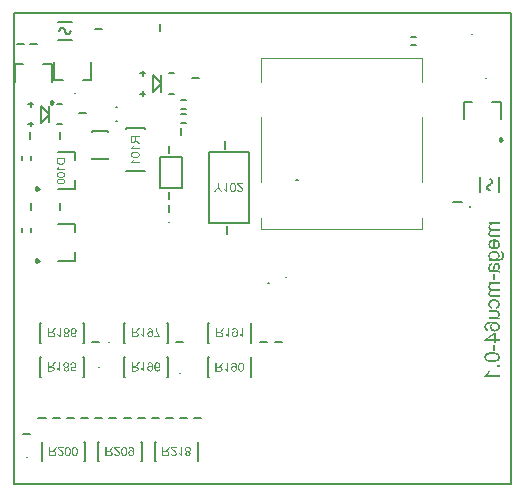
<source format=gbo>
G04*
G04 #@! TF.GenerationSoftware,Altium Limited,Altium Designer,23.4.1 (23)*
G04*
G04 Layer_Color=32896*
%FSLAX25Y25*%
%MOIN*%
G70*
G04*
G04 #@! TF.SameCoordinates,CD6A452F-F53C-44A8-BAF7-BA8057297808*
G04*
G04*
G04 #@! TF.FilePolarity,Positive*
G04*
G01*
G75*
%ADD10C,0.00984*%
%ADD12C,0.00787*%
%ADD16C,0.00669*%
%ADD17C,0.00800*%
%ADD123C,0.00394*%
%ADD124C,0.00394*%
G36*
X162367Y86998D02*
X160472D01*
X160379D01*
X160295Y86993D01*
X160216Y86988D01*
X160143Y86983D01*
X160074Y86973D01*
X160010Y86968D01*
X159951Y86958D01*
X159902Y86949D01*
X159852Y86939D01*
X159813Y86929D01*
X159784Y86924D01*
X159754Y86914D01*
X159734Y86909D01*
X159715Y86904D01*
X159710Y86899D01*
X159705D01*
X159611Y86855D01*
X159528Y86806D01*
X159459Y86757D01*
X159405Y86703D01*
X159360Y86653D01*
X159326Y86614D01*
X159306Y86589D01*
X159301Y86580D01*
X159257Y86496D01*
X159223Y86407D01*
X159198Y86324D01*
X159178Y86250D01*
X159169Y86186D01*
X159164Y86137D01*
Y86093D01*
X159174Y85975D01*
X159198Y85871D01*
X159228Y85787D01*
X159267Y85719D01*
X159306Y85664D01*
X159336Y85630D01*
X159360Y85606D01*
X159370Y85601D01*
X159454Y85551D01*
X159552Y85512D01*
X159656Y85487D01*
X159759Y85468D01*
X159847Y85458D01*
X159887Y85453D01*
X159921Y85448D01*
X159951D01*
X159970D01*
X159985D01*
X159990D01*
X162367D01*
Y84828D01*
X160246D01*
X160143Y84823D01*
X160049Y84818D01*
X159961Y84803D01*
X159877Y84789D01*
X159803Y84769D01*
X159739Y84749D01*
X159675Y84725D01*
X159621Y84700D01*
X159577Y84680D01*
X159533Y84656D01*
X159503Y84636D01*
X159474Y84617D01*
X159454Y84602D01*
X159434Y84587D01*
X159429Y84582D01*
X159424Y84577D01*
X159380Y84528D01*
X159336Y84474D01*
X159301Y84425D01*
X159272Y84371D01*
X159228Y84262D01*
X159198Y84159D01*
X159178Y84070D01*
X159174Y84031D01*
X159169Y83997D01*
X159164Y83972D01*
Y83933D01*
X159169Y83854D01*
X159178Y83785D01*
X159198Y83721D01*
X159213Y83667D01*
X159232Y83623D01*
X159252Y83593D01*
X159262Y83569D01*
X159267Y83564D01*
X159306Y83510D01*
X159351Y83465D01*
X159395Y83426D01*
X159434Y83396D01*
X159474Y83372D01*
X159503Y83357D01*
X159523Y83352D01*
X159533Y83347D01*
X159601Y83328D01*
X159685Y83308D01*
X159774Y83298D01*
X159857Y83293D01*
X159936Y83288D01*
X159976Y83283D01*
X160005D01*
X160030D01*
X160049D01*
X160059D01*
X160064D01*
X162367D01*
Y82663D01*
X159857D01*
X159744Y82668D01*
X159636Y82678D01*
X159538Y82693D01*
X159449Y82708D01*
X159365Y82732D01*
X159292Y82757D01*
X159223Y82781D01*
X159159Y82811D01*
X159105Y82840D01*
X159060Y82865D01*
X159021Y82890D01*
X158986Y82914D01*
X158962Y82929D01*
X158947Y82944D01*
X158937Y82954D01*
X158932Y82959D01*
X158878Y83018D01*
X158834Y83077D01*
X158790Y83145D01*
X158755Y83209D01*
X158726Y83283D01*
X158701Y83352D01*
X158667Y83485D01*
X158652Y83549D01*
X158642Y83608D01*
X158637Y83657D01*
X158632Y83706D01*
X158627Y83741D01*
Y83795D01*
X158632Y83923D01*
X158657Y84041D01*
X158686Y84159D01*
X158726Y84262D01*
X158775Y84366D01*
X158829Y84459D01*
X158888Y84543D01*
X158947Y84622D01*
X159006Y84690D01*
X159065Y84749D01*
X159119Y84803D01*
X159169Y84848D01*
X159208Y84882D01*
X159237Y84907D01*
X159262Y84922D01*
X159267Y84926D01*
X159159Y84971D01*
X159065Y85025D01*
X158986Y85089D01*
X158923Y85148D01*
X158869Y85202D01*
X158829Y85246D01*
X158809Y85281D01*
X158800Y85286D01*
Y85291D01*
X158740Y85394D01*
X158701Y85502D01*
X158672Y85615D01*
X158647Y85719D01*
X158637Y85812D01*
X158632Y85852D01*
Y85886D01*
X158627Y85915D01*
Y85955D01*
X158632Y86088D01*
X158652Y86211D01*
X158681Y86319D01*
X158711Y86417D01*
X158740Y86496D01*
X158755Y86525D01*
X158770Y86555D01*
X158780Y86575D01*
X158790Y86589D01*
X158795Y86599D01*
Y86604D01*
X158859Y86708D01*
X158928Y86796D01*
X159001Y86875D01*
X159070Y86939D01*
X159129Y86993D01*
X159178Y87032D01*
X159198Y87042D01*
X159213Y87052D01*
X159218Y87062D01*
X158711D01*
Y87618D01*
X162367D01*
Y86998D01*
D02*
G37*
G36*
X160733Y81950D02*
X160886Y81935D01*
X161033Y81911D01*
X161166Y81881D01*
X161289Y81847D01*
X161402Y81807D01*
X161506Y81763D01*
X161599Y81719D01*
X161683Y81679D01*
X161757Y81635D01*
X161816Y81596D01*
X161865Y81561D01*
X161909Y81532D01*
X161934Y81507D01*
X161953Y81492D01*
X161958Y81487D01*
X162047Y81394D01*
X162121Y81296D01*
X162185Y81192D01*
X162244Y81089D01*
X162288Y80981D01*
X162332Y80877D01*
X162362Y80774D01*
X162386Y80671D01*
X162411Y80577D01*
X162426Y80494D01*
X162435Y80415D01*
X162440Y80346D01*
X162445Y80292D01*
X162450Y80248D01*
Y80213D01*
X162445Y80095D01*
X162435Y79987D01*
X162421Y79883D01*
X162401Y79780D01*
X162381Y79692D01*
X162352Y79603D01*
X162327Y79524D01*
X162298Y79456D01*
X162268Y79391D01*
X162244Y79333D01*
X162214Y79283D01*
X162194Y79244D01*
X162175Y79210D01*
X162160Y79190D01*
X162150Y79175D01*
X162145Y79170D01*
X162086Y79096D01*
X162017Y79027D01*
X161948Y78964D01*
X161880Y78909D01*
X161806Y78855D01*
X161732Y78811D01*
X161658Y78772D01*
X161589Y78732D01*
X161525Y78703D01*
X161466Y78678D01*
X161412Y78654D01*
X161363Y78639D01*
X161323Y78624D01*
X161294Y78614D01*
X161274Y78609D01*
X161269D01*
X161186Y79249D01*
X161260Y79278D01*
X161323Y79308D01*
X161388Y79337D01*
X161446Y79367D01*
X161545Y79431D01*
X161624Y79495D01*
X161688Y79549D01*
X161732Y79593D01*
X161757Y79623D01*
X161766Y79628D01*
Y79633D01*
X161825Y79726D01*
X161870Y79825D01*
X161899Y79923D01*
X161919Y80011D01*
X161934Y80095D01*
X161939Y80125D01*
Y80154D01*
X161943Y80179D01*
Y80213D01*
X161939Y80297D01*
X161929Y80380D01*
X161914Y80454D01*
X161894Y80528D01*
X161870Y80597D01*
X161840Y80661D01*
X161816Y80715D01*
X161781Y80769D01*
X161752Y80818D01*
X161727Y80858D01*
X161697Y80897D01*
X161673Y80927D01*
X161653Y80951D01*
X161638Y80966D01*
X161629Y80976D01*
X161624Y80981D01*
X161560Y81035D01*
X161491Y81084D01*
X161417Y81123D01*
X161343Y81163D01*
X161269Y81192D01*
X161191Y81222D01*
X161043Y81266D01*
X160969Y81281D01*
X160905Y81291D01*
X160846Y81300D01*
X160797Y81310D01*
X160758Y81315D01*
X160723Y81320D01*
X160704D01*
X160699D01*
Y78590D01*
X160659D01*
X160630Y78585D01*
X160600D01*
X160576D01*
X160561D01*
X160546D01*
X160536D01*
X160369Y78590D01*
X160216Y78604D01*
X160069Y78629D01*
X159936Y78658D01*
X159808Y78693D01*
X159695Y78732D01*
X159587Y78777D01*
X159493Y78816D01*
X159410Y78860D01*
X159336Y78904D01*
X159272Y78944D01*
X159223Y78978D01*
X159183Y79008D01*
X159154Y79032D01*
X159134Y79047D01*
X159129Y79052D01*
X159041Y79141D01*
X158962Y79234D01*
X158898Y79333D01*
X158839Y79436D01*
X158790Y79534D01*
X158750Y79633D01*
X158716Y79731D01*
X158691Y79825D01*
X158672Y79908D01*
X158652Y79992D01*
X158642Y80066D01*
X158637Y80125D01*
X158632Y80179D01*
X158627Y80213D01*
Y80248D01*
X158632Y80385D01*
X158647Y80518D01*
X158677Y80641D01*
X158706Y80759D01*
X158746Y80867D01*
X158790Y80971D01*
X158834Y81064D01*
X158883Y81148D01*
X158932Y81227D01*
X158977Y81291D01*
X159021Y81350D01*
X159060Y81394D01*
X159090Y81433D01*
X159115Y81458D01*
X159134Y81478D01*
X159139Y81482D01*
X159237Y81566D01*
X159346Y81640D01*
X159459Y81699D01*
X159577Y81753D01*
X159700Y81802D01*
X159818Y81842D01*
X159936Y81871D01*
X160044Y81896D01*
X160153Y81915D01*
X160251Y81930D01*
X160339Y81940D01*
X160418Y81945D01*
X160482Y81950D01*
X160531Y81955D01*
X160561D01*
X160566D01*
X160571D01*
X160733Y81950D01*
D02*
G37*
G36*
X160659Y78063D02*
X160797Y78048D01*
X160925Y78029D01*
X161043Y78004D01*
X161161Y77975D01*
X161265Y77940D01*
X161368Y77901D01*
X161456Y77861D01*
X161540Y77827D01*
X161614Y77788D01*
X161678Y77753D01*
X161727Y77724D01*
X161771Y77699D01*
X161801Y77679D01*
X161820Y77665D01*
X161825Y77660D01*
X161919Y77576D01*
X162003Y77492D01*
X162076Y77399D01*
X162140Y77301D01*
X162189Y77207D01*
X162234Y77109D01*
X162268Y77015D01*
X162298Y76922D01*
X162322Y76833D01*
X162337Y76754D01*
X162352Y76681D01*
X162357Y76617D01*
X162362Y76567D01*
X162367Y76528D01*
Y76494D01*
X162362Y76380D01*
X162347Y76277D01*
X162322Y76174D01*
X162293Y76080D01*
X162253Y75992D01*
X162214Y75908D01*
X162175Y75829D01*
X162126Y75761D01*
X162081Y75697D01*
X162042Y75643D01*
X161998Y75593D01*
X161963Y75554D01*
X161934Y75520D01*
X161909Y75500D01*
X161894Y75485D01*
X161889Y75480D01*
X161998D01*
X162096D01*
X162189D01*
X162268Y75485D01*
X162342Y75490D01*
X162406D01*
X162465Y75495D01*
X162514Y75500D01*
X162554Y75505D01*
X162588Y75510D01*
X162618Y75515D01*
X162642D01*
X162662Y75520D01*
X162672Y75524D01*
X162681D01*
X162790Y75564D01*
X162888Y75608D01*
X162972Y75662D01*
X163041Y75716D01*
X163095Y75766D01*
X163134Y75805D01*
X163154Y75834D01*
X163164Y75839D01*
Y75844D01*
X163223Y75938D01*
X163267Y76046D01*
X163296Y76154D01*
X163316Y76262D01*
X163331Y76361D01*
X163336Y76400D01*
Y76435D01*
X163341Y76469D01*
Y76508D01*
X163331Y76651D01*
X163311Y76774D01*
X163287Y76882D01*
X163252Y76971D01*
X163218Y77045D01*
X163203Y77074D01*
X163193Y77094D01*
X163178Y77114D01*
X163173Y77128D01*
X163164Y77133D01*
Y77138D01*
X163110Y77197D01*
X163046Y77241D01*
X162982Y77276D01*
X162913Y77305D01*
X162854Y77325D01*
X162804Y77335D01*
X162785Y77340D01*
X162770Y77345D01*
X162765D01*
X162760D01*
X162672Y77945D01*
X162780D01*
X162878Y77930D01*
X162972Y77916D01*
X163060Y77891D01*
X163139Y77861D01*
X163213Y77827D01*
X163277Y77793D01*
X163336Y77758D01*
X163390Y77719D01*
X163434Y77684D01*
X163469Y77650D01*
X163503Y77620D01*
X163528Y77596D01*
X163542Y77571D01*
X163552Y77561D01*
X163557Y77556D01*
X163611Y77478D01*
X163656Y77394D01*
X163695Y77310D01*
X163729Y77222D01*
X163754Y77133D01*
X163779Y77045D01*
X163813Y76877D01*
X163828Y76804D01*
X163838Y76730D01*
X163843Y76666D01*
X163847Y76612D01*
X163852Y76567D01*
Y76503D01*
X163843Y76307D01*
X163833Y76213D01*
X163818Y76125D01*
X163803Y76046D01*
X163788Y75967D01*
X163769Y75898D01*
X163749Y75834D01*
X163729Y75775D01*
X163710Y75726D01*
X163695Y75682D01*
X163680Y75647D01*
X163665Y75618D01*
X163656Y75593D01*
X163646Y75583D01*
Y75578D01*
X163562Y75446D01*
X163469Y75332D01*
X163375Y75239D01*
X163287Y75160D01*
X163203Y75101D01*
X163169Y75077D01*
X163139Y75062D01*
X163114Y75047D01*
X163095Y75037D01*
X163085Y75028D01*
X163080D01*
X163006Y74998D01*
X162927Y74968D01*
X162839Y74944D01*
X162741Y74924D01*
X162544Y74895D01*
X162342Y74870D01*
X162249Y74865D01*
X162165Y74860D01*
X162081Y74855D01*
X162012D01*
X161953Y74850D01*
X161914D01*
X161884D01*
X161875D01*
X158711D01*
Y75421D01*
X159149D01*
X159055Y75500D01*
X158977Y75588D01*
X158908Y75677D01*
X158849Y75766D01*
X158795Y75854D01*
X158755Y75943D01*
X158721Y76031D01*
X158691Y76110D01*
X158672Y76189D01*
X158657Y76262D01*
X158642Y76326D01*
X158637Y76380D01*
X158632Y76425D01*
X158627Y76459D01*
Y76489D01*
X158632Y76577D01*
X158637Y76661D01*
X158667Y76823D01*
X158681Y76897D01*
X158701Y76966D01*
X158726Y77030D01*
X158746Y77089D01*
X158770Y77143D01*
X158790Y77192D01*
X158814Y77232D01*
X158829Y77266D01*
X158844Y77296D01*
X158859Y77315D01*
X158863Y77325D01*
X158869Y77330D01*
X158967Y77458D01*
X159075Y77566D01*
X159188Y77660D01*
X159301Y77738D01*
X159400Y77802D01*
X159444Y77827D01*
X159478Y77847D01*
X159508Y77861D01*
X159533Y77871D01*
X159547Y77881D01*
X159552D01*
X159720Y77945D01*
X159892Y77989D01*
X160054Y78024D01*
X160128Y78034D01*
X160202Y78043D01*
X160271Y78053D01*
X160330Y78058D01*
X160384Y78063D01*
X160433D01*
X160472Y78068D01*
X160497D01*
X160517D01*
X160522D01*
X160659Y78063D01*
D02*
G37*
G36*
X161491Y74117D02*
X161569Y74107D01*
X161648Y74093D01*
X161717Y74073D01*
X161786Y74048D01*
X161845Y74019D01*
X161904Y73994D01*
X161953Y73960D01*
X162003Y73930D01*
X162042Y73906D01*
X162076Y73876D01*
X162106Y73852D01*
X162130Y73832D01*
X162145Y73817D01*
X162155Y73807D01*
X162160Y73802D01*
X162209Y73738D01*
X162253Y73670D01*
X162293Y73596D01*
X162327Y73522D01*
X162357Y73443D01*
X162381Y73365D01*
X162416Y73217D01*
X162426Y73148D01*
X162435Y73084D01*
X162440Y73025D01*
X162445Y72976D01*
X162450Y72936D01*
Y72877D01*
X162445Y72745D01*
X162431Y72617D01*
X162411Y72504D01*
X162391Y72400D01*
X162381Y72356D01*
X162372Y72317D01*
X162362Y72282D01*
X162352Y72253D01*
X162342Y72228D01*
X162337Y72213D01*
X162332Y72203D01*
Y72198D01*
X162278Y72080D01*
X162214Y71957D01*
X162145Y71849D01*
X162076Y71746D01*
X162012Y71662D01*
X161988Y71623D01*
X161963Y71593D01*
X161943Y71569D01*
X161929Y71549D01*
X161919Y71539D01*
X161914Y71534D01*
X162007Y71520D01*
X162096Y71505D01*
X162170Y71485D01*
X162239Y71460D01*
X162293Y71441D01*
X162332Y71421D01*
X162357Y71411D01*
X162367Y71406D01*
Y70762D01*
X162288Y70801D01*
X162209Y70836D01*
X162140Y70865D01*
X162071Y70885D01*
X162017Y70900D01*
X161973Y70909D01*
X161943Y70919D01*
X161934D01*
X161884Y70924D01*
X161820Y70934D01*
X161747Y70939D01*
X161663Y70944D01*
X161574D01*
X161486Y70949D01*
X161299Y70954D01*
X161205D01*
X161122Y70959D01*
X161043D01*
X160974D01*
X160920D01*
X160876D01*
X160846D01*
X160836D01*
X160010D01*
X159936D01*
X159867D01*
X159803Y70964D01*
X159744D01*
X159695Y70969D01*
X159646D01*
X159606Y70973D01*
X159567D01*
X159513Y70983D01*
X159469Y70988D01*
X159449Y70993D01*
X159439D01*
X159346Y71018D01*
X159267Y71047D01*
X159193Y71077D01*
X159129Y71111D01*
X159080Y71141D01*
X159046Y71160D01*
X159026Y71180D01*
X159016Y71185D01*
X158957Y71244D01*
X158903Y71308D01*
X158854Y71382D01*
X158814Y71451D01*
X158785Y71515D01*
X158760Y71564D01*
X158750Y71583D01*
X158746Y71598D01*
X158740Y71608D01*
Y71613D01*
X158701Y71731D01*
X158677Y71854D01*
X158657Y71982D01*
X158642Y72100D01*
X158637Y72154D01*
X158632Y72208D01*
Y72253D01*
X158627Y72292D01*
Y72371D01*
X158632Y72543D01*
X158647Y72700D01*
X158672Y72843D01*
X158681Y72907D01*
X158691Y72961D01*
X158706Y73015D01*
X158716Y73064D01*
X158731Y73104D01*
X158740Y73138D01*
X158746Y73168D01*
X158755Y73187D01*
X158760Y73197D01*
Y73202D01*
X158814Y73325D01*
X158873Y73438D01*
X158932Y73532D01*
X158992Y73606D01*
X159046Y73670D01*
X159090Y73714D01*
X159119Y73738D01*
X159124Y73748D01*
X159129D01*
X159223Y73812D01*
X159326Y73866D01*
X159429Y73916D01*
X159528Y73950D01*
X159616Y73980D01*
X159656Y73989D01*
X159690Y73999D01*
X159715Y74004D01*
X159734Y74009D01*
X159749Y74014D01*
X159754D01*
X159838Y73409D01*
X159769Y73389D01*
X159705Y73369D01*
X159641Y73345D01*
X159587Y73320D01*
X159538Y73296D01*
X159493Y73271D01*
X159420Y73217D01*
X159365Y73173D01*
X159326Y73138D01*
X159301Y73114D01*
X159297Y73104D01*
X159267Y73064D01*
X159242Y73015D01*
X159203Y72917D01*
X159178Y72809D01*
X159159Y72705D01*
X159149Y72612D01*
X159144Y72572D01*
X159139Y72533D01*
Y72381D01*
X159149Y72302D01*
X159159Y72223D01*
X159174Y72159D01*
X159188Y72095D01*
X159208Y72036D01*
X159223Y71982D01*
X159242Y71938D01*
X159262Y71893D01*
X159282Y71859D01*
X159301Y71829D01*
X159316Y71805D01*
X159331Y71785D01*
X159341Y71770D01*
X159346Y71766D01*
X159351Y71761D01*
X159380Y71731D01*
X159420Y71702D01*
X159498Y71657D01*
X159592Y71628D01*
X159675Y71603D01*
X159759Y71593D01*
X159793Y71588D01*
X159823D01*
X159852Y71583D01*
X159872D01*
X159882D01*
X159887D01*
X159902D01*
X159926D01*
X159980D01*
X160005Y71588D01*
X160025D01*
X160039D01*
X160044D01*
X160069Y71657D01*
X160089Y71736D01*
X160113Y71820D01*
X160133Y71908D01*
X160167Y72090D01*
X160202Y72272D01*
X160212Y72356D01*
X160226Y72435D01*
X160236Y72508D01*
X160246Y72567D01*
X160251Y72617D01*
X160256Y72656D01*
X160261Y72681D01*
Y72690D01*
X160276Y72818D01*
X160295Y72932D01*
X160310Y73025D01*
X160325Y73104D01*
X160335Y73163D01*
X160345Y73207D01*
X160354Y73232D01*
Y73242D01*
X160384Y73330D01*
X160413Y73414D01*
X160448Y73488D01*
X160482Y73556D01*
X160512Y73611D01*
X160536Y73650D01*
X160551Y73674D01*
X160556Y73684D01*
X160610Y73753D01*
X160669Y73817D01*
X160728Y73871D01*
X160787Y73916D01*
X160836Y73955D01*
X160876Y73980D01*
X160905Y73999D01*
X160910Y74004D01*
X160915D01*
X160999Y74044D01*
X161087Y74073D01*
X161166Y74093D01*
X161245Y74107D01*
X161309Y74117D01*
X161363Y74122D01*
X161383D01*
X161397D01*
X161402D01*
X161407D01*
X161491Y74117D01*
D02*
G37*
G36*
X160851Y68336D02*
X160226D01*
Y70240D01*
X160851D01*
Y68336D01*
D02*
G37*
G36*
X162367Y67032D02*
X160472D01*
X160379D01*
X160295Y67028D01*
X160216Y67023D01*
X160143Y67018D01*
X160074Y67008D01*
X160010Y67003D01*
X159951Y66993D01*
X159902Y66983D01*
X159852Y66973D01*
X159813Y66964D01*
X159784Y66959D01*
X159754Y66949D01*
X159734Y66944D01*
X159715Y66939D01*
X159710Y66934D01*
X159705D01*
X159611Y66890D01*
X159528Y66841D01*
X159459Y66791D01*
X159405Y66737D01*
X159360Y66688D01*
X159326Y66649D01*
X159306Y66624D01*
X159301Y66614D01*
X159257Y66531D01*
X159223Y66442D01*
X159198Y66358D01*
X159178Y66285D01*
X159169Y66221D01*
X159164Y66171D01*
Y66127D01*
X159174Y66009D01*
X159198Y65906D01*
X159228Y65822D01*
X159267Y65753D01*
X159306Y65699D01*
X159336Y65665D01*
X159360Y65640D01*
X159370Y65635D01*
X159454Y65586D01*
X159552Y65547D01*
X159656Y65522D01*
X159759Y65502D01*
X159847Y65492D01*
X159887Y65488D01*
X159921Y65483D01*
X159951D01*
X159970D01*
X159985D01*
X159990D01*
X162367D01*
Y64863D01*
X160246D01*
X160143Y64858D01*
X160049Y64853D01*
X159961Y64838D01*
X159877Y64823D01*
X159803Y64804D01*
X159739Y64784D01*
X159675Y64759D01*
X159621Y64735D01*
X159577Y64715D01*
X159533Y64691D01*
X159503Y64671D01*
X159474Y64651D01*
X159454Y64636D01*
X159434Y64622D01*
X159429Y64617D01*
X159424Y64612D01*
X159380Y64563D01*
X159336Y64508D01*
X159301Y64459D01*
X159272Y64405D01*
X159228Y64297D01*
X159198Y64194D01*
X159178Y64105D01*
X159174Y64066D01*
X159169Y64031D01*
X159164Y64007D01*
Y63967D01*
X159169Y63889D01*
X159178Y63820D01*
X159198Y63756D01*
X159213Y63702D01*
X159232Y63657D01*
X159252Y63628D01*
X159262Y63603D01*
X159267Y63598D01*
X159306Y63544D01*
X159351Y63500D01*
X159395Y63461D01*
X159434Y63431D01*
X159474Y63406D01*
X159503Y63392D01*
X159523Y63387D01*
X159533Y63382D01*
X159601Y63362D01*
X159685Y63342D01*
X159774Y63333D01*
X159857Y63328D01*
X159936Y63323D01*
X159976Y63318D01*
X160005D01*
X160030D01*
X160049D01*
X160059D01*
X160064D01*
X162367D01*
Y62698D01*
X159857D01*
X159744Y62703D01*
X159636Y62713D01*
X159538Y62727D01*
X159449Y62742D01*
X159365Y62767D01*
X159292Y62791D01*
X159223Y62816D01*
X159159Y62846D01*
X159105Y62875D01*
X159060Y62900D01*
X159021Y62924D01*
X158986Y62949D01*
X158962Y62964D01*
X158947Y62978D01*
X158937Y62988D01*
X158932Y62993D01*
X158878Y63052D01*
X158834Y63111D01*
X158790Y63180D01*
X158755Y63244D01*
X158726Y63318D01*
X158701Y63387D01*
X158667Y63520D01*
X158652Y63584D01*
X158642Y63643D01*
X158637Y63692D01*
X158632Y63741D01*
X158627Y63775D01*
Y63830D01*
X158632Y63958D01*
X158657Y64076D01*
X158686Y64194D01*
X158726Y64297D01*
X158775Y64400D01*
X158829Y64494D01*
X158888Y64577D01*
X158947Y64656D01*
X159006Y64725D01*
X159065Y64784D01*
X159119Y64838D01*
X159169Y64882D01*
X159208Y64917D01*
X159237Y64942D01*
X159262Y64956D01*
X159267Y64961D01*
X159159Y65005D01*
X159065Y65060D01*
X158986Y65123D01*
X158923Y65183D01*
X158869Y65237D01*
X158829Y65281D01*
X158809Y65315D01*
X158800Y65320D01*
Y65325D01*
X158740Y65429D01*
X158701Y65537D01*
X158672Y65650D01*
X158647Y65753D01*
X158637Y65847D01*
X158632Y65886D01*
Y65921D01*
X158627Y65950D01*
Y65989D01*
X158632Y66122D01*
X158652Y66245D01*
X158681Y66353D01*
X158711Y66452D01*
X158740Y66531D01*
X158755Y66560D01*
X158770Y66590D01*
X158780Y66609D01*
X158790Y66624D01*
X158795Y66634D01*
Y66639D01*
X158859Y66742D01*
X158928Y66831D01*
X159001Y66909D01*
X159070Y66973D01*
X159129Y67028D01*
X159178Y67067D01*
X159198Y67077D01*
X159213Y67087D01*
X159218Y67096D01*
X158711D01*
Y67652D01*
X162367D01*
Y67032D01*
D02*
G37*
G36*
X160723Y61965D02*
X160881Y61950D01*
X161023Y61926D01*
X161161Y61901D01*
X161289Y61866D01*
X161402Y61827D01*
X161511Y61788D01*
X161604Y61743D01*
X161688Y61699D01*
X161761Y61660D01*
X161820Y61620D01*
X161870Y61586D01*
X161914Y61557D01*
X161939Y61537D01*
X161958Y61522D01*
X161963Y61517D01*
X162047Y61429D01*
X162126Y61335D01*
X162189Y61237D01*
X162244Y61133D01*
X162293Y61035D01*
X162332Y60937D01*
X162362Y60838D01*
X162391Y60745D01*
X162411Y60656D01*
X162426Y60572D01*
X162435Y60499D01*
X162440Y60435D01*
X162445Y60386D01*
X162450Y60346D01*
Y60312D01*
X162445Y60203D01*
X162435Y60095D01*
X162416Y59997D01*
X162396Y59899D01*
X162367Y59810D01*
X162337Y59726D01*
X162308Y59653D01*
X162273Y59584D01*
X162239Y59520D01*
X162209Y59465D01*
X162180Y59416D01*
X162150Y59377D01*
X162130Y59342D01*
X162111Y59323D01*
X162101Y59308D01*
X162096Y59303D01*
X162027Y59229D01*
X161953Y59161D01*
X161875Y59101D01*
X161791Y59047D01*
X161712Y58998D01*
X161629Y58959D01*
X161550Y58919D01*
X161471Y58890D01*
X161397Y58865D01*
X161328Y58841D01*
X161269Y58821D01*
X161215Y58811D01*
X161171Y58796D01*
X161142Y58792D01*
X161117Y58787D01*
X161112D01*
X161028Y59397D01*
X161112Y59411D01*
X161191Y59431D01*
X161265Y59451D01*
X161333Y59475D01*
X161397Y59500D01*
X161451Y59525D01*
X161506Y59554D01*
X161550Y59579D01*
X161589Y59603D01*
X161624Y59628D01*
X161653Y59653D01*
X161678Y59672D01*
X161697Y59687D01*
X161712Y59702D01*
X161717Y59707D01*
X161722Y59711D01*
X161761Y59756D01*
X161796Y59805D01*
X161850Y59908D01*
X161889Y60007D01*
X161914Y60105D01*
X161934Y60189D01*
X161939Y60223D01*
Y60258D01*
X161943Y60282D01*
Y60317D01*
X161939Y60400D01*
X161929Y60479D01*
X161914Y60553D01*
X161889Y60627D01*
X161865Y60691D01*
X161835Y60750D01*
X161806Y60809D01*
X161776Y60858D01*
X161747Y60902D01*
X161712Y60941D01*
X161688Y60976D01*
X161663Y61006D01*
X161638Y61025D01*
X161624Y61040D01*
X161614Y61050D01*
X161609Y61055D01*
X161540Y61104D01*
X161466Y61148D01*
X161388Y61183D01*
X161299Y61217D01*
X161210Y61242D01*
X161122Y61266D01*
X160945Y61301D01*
X160866Y61310D01*
X160787Y61320D01*
X160718Y61325D01*
X160654Y61330D01*
X160605Y61335D01*
X160571D01*
X160546D01*
X160536D01*
X160404Y61330D01*
X160281Y61320D01*
X160167Y61310D01*
X160064Y61291D01*
X159966Y61266D01*
X159882Y61242D01*
X159803Y61217D01*
X159729Y61187D01*
X159670Y61163D01*
X159616Y61138D01*
X159572Y61114D01*
X159538Y61089D01*
X159508Y61069D01*
X159488Y61060D01*
X159478Y61050D01*
X159474Y61045D01*
X159415Y60986D01*
X159360Y60927D01*
X159316Y60863D01*
X159277Y60799D01*
X159242Y60735D01*
X159218Y60676D01*
X159193Y60612D01*
X159178Y60553D01*
X159164Y60499D01*
X159154Y60445D01*
X159144Y60400D01*
X159139Y60361D01*
X159134Y60326D01*
Y60282D01*
X159144Y60169D01*
X159164Y60071D01*
X159193Y59977D01*
X159228Y59903D01*
X159262Y59839D01*
X159292Y59795D01*
X159311Y59766D01*
X159321Y59756D01*
X159400Y59677D01*
X159488Y59613D01*
X159577Y59559D01*
X159670Y59520D01*
X159749Y59485D01*
X159784Y59475D01*
X159818Y59461D01*
X159843Y59456D01*
X159862Y59451D01*
X159872Y59446D01*
X159877D01*
X159784Y58846D01*
X159685Y58870D01*
X159587Y58900D01*
X159498Y58929D01*
X159420Y58969D01*
X159341Y59008D01*
X159272Y59047D01*
X159208Y59087D01*
X159149Y59131D01*
X159100Y59170D01*
X159055Y59205D01*
X159021Y59239D01*
X158986Y59274D01*
X158962Y59298D01*
X158947Y59318D01*
X158937Y59328D01*
X158932Y59333D01*
X158878Y59407D01*
X158834Y59485D01*
X158790Y59564D01*
X158755Y59643D01*
X158726Y59726D01*
X158701Y59805D01*
X158667Y59962D01*
X158652Y60031D01*
X158642Y60100D01*
X158637Y60159D01*
X158632Y60208D01*
X158627Y60248D01*
Y60395D01*
X158637Y60479D01*
X158662Y60641D01*
X158701Y60789D01*
X158721Y60858D01*
X158740Y60922D01*
X158760Y60981D01*
X158780Y61030D01*
X158800Y61074D01*
X158819Y61114D01*
X158834Y61143D01*
X158844Y61163D01*
X158849Y61178D01*
X158854Y61183D01*
X158898Y61256D01*
X158947Y61320D01*
X159051Y61443D01*
X159159Y61547D01*
X159267Y61630D01*
X159365Y61694D01*
X159410Y61719D01*
X159444Y61739D01*
X159474Y61758D01*
X159498Y61768D01*
X159513Y61773D01*
X159518Y61778D01*
X159690Y61842D01*
X159867Y61891D01*
X160039Y61921D01*
X160123Y61935D01*
X160202Y61945D01*
X160276Y61955D01*
X160345Y61960D01*
X160404Y61965D01*
X160458D01*
X160497Y61970D01*
X160531D01*
X160551D01*
X160556D01*
X160723Y61965D01*
D02*
G37*
G36*
X161235Y58265D02*
X161333Y58260D01*
X161417Y58250D01*
X161481Y58245D01*
X161525Y58240D01*
X161550Y58236D01*
X161560D01*
X161658Y58211D01*
X161747Y58181D01*
X161825Y58152D01*
X161889Y58122D01*
X161943Y58093D01*
X161983Y58068D01*
X162007Y58053D01*
X162017Y58049D01*
X162086Y57990D01*
X162145Y57926D01*
X162199Y57857D01*
X162244Y57788D01*
X162278Y57724D01*
X162303Y57675D01*
X162312Y57655D01*
X162322Y57640D01*
X162327Y57635D01*
Y57630D01*
X162367Y57522D01*
X162396Y57419D01*
X162421Y57315D01*
X162435Y57222D01*
X162445Y57143D01*
Y57109D01*
X162450Y57079D01*
Y57025D01*
X162445Y56892D01*
X162426Y56764D01*
X162391Y56646D01*
X162352Y56538D01*
X162308Y56435D01*
X162253Y56341D01*
X162199Y56253D01*
X162140Y56174D01*
X162086Y56105D01*
X162032Y56041D01*
X161978Y55992D01*
X161929Y55948D01*
X161894Y55913D01*
X161860Y55889D01*
X161840Y55874D01*
X161835Y55869D01*
X162367D01*
Y55313D01*
X158711D01*
Y55933D01*
X160674D01*
X160758D01*
X160836Y55938D01*
X160915Y55943D01*
X160984Y55948D01*
X161048Y55958D01*
X161107Y55967D01*
X161156Y55977D01*
X161205Y55982D01*
X161250Y55992D01*
X161284Y56002D01*
X161314Y56012D01*
X161343Y56021D01*
X161363Y56026D01*
X161378Y56031D01*
X161383Y56036D01*
X161388D01*
X161476Y56081D01*
X161550Y56135D01*
X161619Y56194D01*
X161673Y56248D01*
X161717Y56302D01*
X161752Y56346D01*
X161771Y56376D01*
X161776Y56381D01*
Y56386D01*
X161825Y56479D01*
X161860Y56568D01*
X161884Y56656D01*
X161899Y56735D01*
X161909Y56804D01*
X161919Y56853D01*
Y56902D01*
X161914Y57001D01*
X161899Y57089D01*
X161875Y57173D01*
X161850Y57237D01*
X161825Y57296D01*
X161801Y57335D01*
X161786Y57360D01*
X161781Y57370D01*
X161727Y57434D01*
X161663Y57488D01*
X161599Y57527D01*
X161535Y57561D01*
X161481Y57586D01*
X161437Y57601D01*
X161407Y57611D01*
X161402Y57616D01*
X161397D01*
X161363Y57621D01*
X161319Y57625D01*
X161274Y57630D01*
X161225Y57635D01*
X161117Y57640D01*
X161009Y57645D01*
X160905Y57650D01*
X160861D01*
X160822D01*
X160787D01*
X160763D01*
X160748D01*
X160743D01*
X158711D01*
Y58270D01*
X160979D01*
X161117D01*
X161235Y58265D01*
D02*
G37*
G36*
X160246Y54536D02*
X160462Y54521D01*
X160669Y54496D01*
X160851Y54462D01*
X161023Y54427D01*
X161176Y54388D01*
X161314Y54344D01*
X161437Y54295D01*
X161545Y54250D01*
X161634Y54206D01*
X161712Y54167D01*
X161776Y54127D01*
X161825Y54098D01*
X161855Y54073D01*
X161880Y54058D01*
X161884Y54053D01*
X161983Y53960D01*
X162071Y53862D01*
X162145Y53758D01*
X162209Y53650D01*
X162268Y53547D01*
X162312Y53439D01*
X162352Y53340D01*
X162381Y53242D01*
X162401Y53148D01*
X162421Y53065D01*
X162431Y52986D01*
X162440Y52922D01*
X162445Y52868D01*
X162450Y52828D01*
Y52794D01*
X162445Y52710D01*
X162440Y52627D01*
X162416Y52474D01*
X162381Y52336D01*
X162362Y52272D01*
X162342Y52218D01*
X162322Y52164D01*
X162303Y52120D01*
X162283Y52081D01*
X162268Y52046D01*
X162253Y52017D01*
X162244Y51997D01*
X162234Y51987D01*
Y51982D01*
X162145Y51854D01*
X162047Y51741D01*
X161943Y51648D01*
X161840Y51564D01*
X161752Y51500D01*
X161712Y51475D01*
X161678Y51456D01*
X161653Y51436D01*
X161634Y51426D01*
X161619Y51416D01*
X161614D01*
X161456Y51348D01*
X161304Y51298D01*
X161156Y51259D01*
X161019Y51234D01*
X160954Y51224D01*
X160900Y51220D01*
X160851Y51215D01*
X160807D01*
X160773Y51210D01*
X160748D01*
X160733D01*
X160728D01*
X160595Y51215D01*
X160472Y51229D01*
X160354Y51249D01*
X160241Y51279D01*
X160138Y51313D01*
X160039Y51348D01*
X159951Y51387D01*
X159872Y51426D01*
X159798Y51471D01*
X159734Y51510D01*
X159680Y51544D01*
X159636Y51579D01*
X159601Y51608D01*
X159572Y51628D01*
X159557Y51643D01*
X159552Y51648D01*
X159474Y51731D01*
X159400Y51815D01*
X159341Y51903D01*
X159287Y51997D01*
X159242Y52086D01*
X159208Y52169D01*
X159178Y52258D01*
X159154Y52336D01*
X159134Y52410D01*
X159119Y52479D01*
X159109Y52543D01*
X159100Y52597D01*
Y52641D01*
X159095Y52671D01*
Y52701D01*
X159100Y52833D01*
X159119Y52956D01*
X159149Y53070D01*
X159178Y53173D01*
X159193Y53217D01*
X159208Y53256D01*
X159223Y53291D01*
X159237Y53325D01*
X159247Y53345D01*
X159257Y53365D01*
X159262Y53375D01*
Y53379D01*
X159331Y53498D01*
X159410Y53601D01*
X159493Y53694D01*
X159577Y53773D01*
X159651Y53837D01*
X159685Y53867D01*
X159715Y53886D01*
X159734Y53901D01*
X159754Y53916D01*
X159764Y53921D01*
X159769Y53926D01*
X159631Y53921D01*
X159503Y53916D01*
X159380Y53906D01*
X159267Y53896D01*
X159164Y53881D01*
X159065Y53867D01*
X158982Y53852D01*
X158903Y53837D01*
X158834Y53822D01*
X158770Y53807D01*
X158721Y53793D01*
X158677Y53778D01*
X158647Y53768D01*
X158623Y53758D01*
X158608Y53753D01*
X158603D01*
X158455Y53685D01*
X158332Y53611D01*
X158224Y53532D01*
X158135Y53458D01*
X158066Y53389D01*
X158017Y53340D01*
X157998Y53320D01*
X157988Y53306D01*
X157978Y53296D01*
Y53291D01*
X157924Y53202D01*
X157879Y53114D01*
X157850Y53025D01*
X157830Y52947D01*
X157820Y52873D01*
X157811Y52819D01*
Y52769D01*
X157816Y52701D01*
X157820Y52637D01*
X157850Y52518D01*
X157894Y52410D01*
X157943Y52322D01*
X157993Y52248D01*
X158012Y52218D01*
X158037Y52194D01*
X158052Y52174D01*
X158066Y52159D01*
X158071Y52154D01*
X158076Y52149D01*
X158145Y52095D01*
X158229Y52046D01*
X158317Y52007D01*
X158406Y51972D01*
X158485Y51948D01*
X158519Y51938D01*
X158549Y51928D01*
X158573Y51923D01*
X158593Y51918D01*
X158603Y51913D01*
X158608D01*
X158558Y51298D01*
X158450Y51318D01*
X158352Y51343D01*
X158258Y51367D01*
X158170Y51402D01*
X158086Y51441D01*
X158012Y51475D01*
X157939Y51515D01*
X157879Y51554D01*
X157825Y51594D01*
X157776Y51633D01*
X157732Y51667D01*
X157697Y51697D01*
X157673Y51721D01*
X157653Y51741D01*
X157643Y51751D01*
X157638Y51756D01*
X157579Y51830D01*
X157530Y51908D01*
X157481Y51987D01*
X157447Y52071D01*
X157412Y52149D01*
X157387Y52233D01*
X157343Y52386D01*
X157333Y52459D01*
X157324Y52523D01*
X157314Y52582D01*
X157309Y52637D01*
X157304Y52676D01*
Y52735D01*
X157309Y52883D01*
X157328Y53020D01*
X157358Y53148D01*
X157393Y53271D01*
X157437Y53384D01*
X157486Y53488D01*
X157540Y53581D01*
X157594Y53670D01*
X157648Y53744D01*
X157702Y53812D01*
X157752Y53872D01*
X157796Y53916D01*
X157830Y53955D01*
X157860Y53985D01*
X157879Y53999D01*
X157884Y54004D01*
X158017Y54098D01*
X158165Y54181D01*
X158327Y54255D01*
X158494Y54314D01*
X158672Y54368D01*
X158849Y54408D01*
X159026Y54447D01*
X159198Y54472D01*
X159360Y54496D01*
X159513Y54511D01*
X159651Y54526D01*
X159715Y54531D01*
X159769D01*
X159823Y54536D01*
X159872D01*
X159912Y54541D01*
X159946D01*
X159976D01*
X159995D01*
X160005D01*
X160010D01*
X160246Y54536D01*
D02*
G37*
G36*
X161161Y48612D02*
X162367D01*
Y47992D01*
X161161D01*
Y47313D01*
X160595D01*
Y47992D01*
X157324D01*
Y48499D01*
X160595Y50801D01*
X161161D01*
Y48612D01*
D02*
G37*
G36*
X160851Y44848D02*
X160226D01*
Y46752D01*
X160851D01*
Y44848D01*
D02*
G37*
G36*
X160138Y44332D02*
X160379Y44317D01*
X160595Y44292D01*
X160802Y44258D01*
X160984Y44223D01*
X161151Y44179D01*
X161304Y44135D01*
X161437Y44086D01*
X161555Y44041D01*
X161658Y43997D01*
X161742Y43953D01*
X161811Y43918D01*
X161865Y43884D01*
X161904Y43859D01*
X161924Y43845D01*
X161934Y43840D01*
X162022Y43761D01*
X162106Y43672D01*
X162175Y43579D01*
X162234Y43485D01*
X162283Y43392D01*
X162322Y43293D01*
X162357Y43200D01*
X162386Y43111D01*
X162406Y43028D01*
X162421Y42949D01*
X162435Y42875D01*
X162440Y42816D01*
X162445Y42762D01*
X162450Y42728D01*
Y42693D01*
X162445Y42590D01*
X162435Y42496D01*
X162421Y42403D01*
X162406Y42319D01*
X162381Y42236D01*
X162357Y42162D01*
X162332Y42093D01*
X162303Y42029D01*
X162273Y41975D01*
X162249Y41926D01*
X162224Y41881D01*
X162199Y41847D01*
X162185Y41818D01*
X162170Y41798D01*
X162160Y41788D01*
X162155Y41783D01*
X162096Y41719D01*
X162032Y41655D01*
X161899Y41542D01*
X161757Y41449D01*
X161624Y41375D01*
X161560Y41340D01*
X161501Y41316D01*
X161451Y41291D01*
X161402Y41271D01*
X161368Y41257D01*
X161338Y41247D01*
X161319Y41237D01*
X161314D01*
X161205Y41203D01*
X161097Y41173D01*
X160861Y41129D01*
X160620Y41094D01*
X160507Y41084D01*
X160394Y41075D01*
X160285Y41065D01*
X160192Y41060D01*
X160103Y41055D01*
X160030D01*
X159966Y41050D01*
X159921D01*
X159892D01*
X159882D01*
X159744D01*
X159616Y41055D01*
X159493Y41060D01*
X159380Y41070D01*
X159272Y41080D01*
X159178Y41089D01*
X159085Y41099D01*
X159006Y41109D01*
X158932Y41119D01*
X158869Y41129D01*
X158814Y41138D01*
X158770Y41148D01*
X158736Y41158D01*
X158711Y41163D01*
X158696Y41168D01*
X158691D01*
X158534Y41212D01*
X158386Y41266D01*
X158258Y41316D01*
X158204Y41340D01*
X158150Y41365D01*
X158106Y41389D01*
X158062Y41409D01*
X158027Y41429D01*
X157998Y41444D01*
X157973Y41458D01*
X157958Y41468D01*
X157948Y41478D01*
X157943D01*
X157835Y41557D01*
X157737Y41640D01*
X157658Y41724D01*
X157589Y41803D01*
X157540Y41877D01*
X157501Y41931D01*
X157486Y41955D01*
X157481Y41970D01*
X157471Y41980D01*
Y41985D01*
X157417Y42103D01*
X157373Y42226D01*
X157343Y42344D01*
X157324Y42452D01*
X157319Y42501D01*
X157314Y42551D01*
X157309Y42590D01*
X157304Y42624D01*
Y42693D01*
X157309Y42797D01*
X157319Y42890D01*
X157333Y42983D01*
X157348Y43067D01*
X157373Y43151D01*
X157397Y43225D01*
X157422Y43293D01*
X157451Y43357D01*
X157481Y43412D01*
X157506Y43466D01*
X157530Y43505D01*
X157555Y43544D01*
X157570Y43569D01*
X157584Y43594D01*
X157594Y43603D01*
X157599Y43608D01*
X157658Y43672D01*
X157722Y43736D01*
X157855Y43849D01*
X157993Y43943D01*
X158130Y44017D01*
X158194Y44051D01*
X158253Y44076D01*
X158303Y44100D01*
X158352Y44120D01*
X158386Y44135D01*
X158416Y44145D01*
X158435Y44155D01*
X158440D01*
X158549Y44184D01*
X158657Y44214D01*
X158898Y44258D01*
X159134Y44292D01*
X159252Y44302D01*
X159365Y44312D01*
X159474Y44322D01*
X159572Y44327D01*
X159656Y44332D01*
X159734D01*
X159793Y44337D01*
X159843D01*
X159872D01*
X159877D01*
X159882D01*
X160138Y44332D01*
D02*
G37*
G36*
X162367Y39367D02*
X161663D01*
Y40071D01*
X162367D01*
Y39367D01*
D02*
G37*
G36*
X159124Y37877D02*
X159075Y37763D01*
X159021Y37655D01*
X158972Y37557D01*
X158928Y37468D01*
X158908Y37434D01*
X158888Y37399D01*
X158873Y37375D01*
X158863Y37355D01*
X158854Y37345D01*
Y37340D01*
X158775Y37212D01*
X158696Y37094D01*
X158623Y36991D01*
X158558Y36907D01*
X158504Y36838D01*
X158460Y36789D01*
X158445Y36775D01*
X158435Y36760D01*
X158426Y36755D01*
Y36750D01*
X162367D01*
Y36130D01*
X157304D01*
Y36533D01*
X157368Y36563D01*
X157427Y36602D01*
X157550Y36686D01*
X157663Y36775D01*
X157766Y36863D01*
X157811Y36907D01*
X157855Y36947D01*
X157889Y36986D01*
X157924Y37016D01*
X157948Y37040D01*
X157968Y37065D01*
X157978Y37075D01*
X157983Y37080D01*
X158106Y37232D01*
X158219Y37385D01*
X158322Y37537D01*
X158406Y37680D01*
X158445Y37744D01*
X158475Y37803D01*
X158504Y37852D01*
X158529Y37896D01*
X158549Y37936D01*
X158563Y37960D01*
X158568Y37980D01*
X158573Y37985D01*
X159169D01*
X159124Y37877D01*
D02*
G37*
G36*
X33136Y11880D02*
X33077Y11794D01*
X33018Y11715D01*
X32962Y11647D01*
X32912Y11588D01*
X32888Y11561D01*
X32867Y11541D01*
X32850Y11520D01*
X32835Y11505D01*
X32823Y11493D01*
X32814Y11482D01*
X32808Y11479D01*
X32805Y11476D01*
X32770Y11449D01*
X32732Y11420D01*
X32693Y11396D01*
X32655Y11372D01*
X32620Y11355D01*
X32590Y11337D01*
X32578Y11334D01*
X32569Y11328D01*
X32566Y11325D01*
X32563D01*
X32643Y11314D01*
X32717Y11296D01*
X32785Y11278D01*
X32847Y11258D01*
X32906Y11234D01*
X32959Y11210D01*
X33006Y11187D01*
X33047Y11163D01*
X33086Y11139D01*
X33118Y11119D01*
X33145Y11098D01*
X33168Y11080D01*
X33186Y11066D01*
X33198Y11054D01*
X33204Y11048D01*
X33207Y11045D01*
X33245Y11004D01*
X33274Y10960D01*
X33304Y10912D01*
X33328Y10868D01*
X33348Y10821D01*
X33366Y10777D01*
X33378Y10732D01*
X33389Y10691D01*
X33398Y10653D01*
X33404Y10614D01*
X33410Y10585D01*
X33413Y10555D01*
X33416Y10535D01*
Y10517D01*
Y10505D01*
Y10502D01*
Y10455D01*
X33410Y10411D01*
X33395Y10325D01*
X33375Y10249D01*
X33354Y10181D01*
X33342Y10151D01*
X33331Y10128D01*
X33319Y10104D01*
X33310Y10083D01*
X33301Y10069D01*
X33295Y10057D01*
X33292Y10051D01*
X33289Y10048D01*
X33239Y9977D01*
X33183Y9915D01*
X33127Y9865D01*
X33074Y9827D01*
X33027Y9797D01*
X33006Y9785D01*
X32988Y9774D01*
X32974Y9768D01*
X32962Y9762D01*
X32956Y9759D01*
X32953D01*
X32912Y9744D01*
X32867Y9732D01*
X32770Y9712D01*
X32667Y9697D01*
X32566Y9685D01*
X32522Y9682D01*
X32478Y9679D01*
X32440D01*
X32407Y9676D01*
X31000D01*
Y12700D01*
X31401D01*
Y11358D01*
X31918D01*
X31965Y11361D01*
X32003Y11364D01*
X32032D01*
X32056Y11367D01*
X32074Y11370D01*
X32083Y11372D01*
X32086D01*
X32121Y11381D01*
X32153Y11396D01*
X32183Y11408D01*
X32210Y11423D01*
X32233Y11434D01*
X32251Y11446D01*
X32263Y11452D01*
X32266Y11455D01*
X32301Y11479D01*
X32336Y11511D01*
X32369Y11544D01*
X32401Y11576D01*
X32428Y11605D01*
X32451Y11632D01*
X32463Y11650D01*
X32469Y11653D01*
Y11656D01*
X32493Y11685D01*
X32513Y11715D01*
X32563Y11783D01*
X32611Y11850D01*
X32658Y11918D01*
X32696Y11977D01*
X32714Y12004D01*
X32729Y12027D01*
X32741Y12045D01*
X32749Y12060D01*
X32755Y12069D01*
X32758Y12072D01*
X33159Y12700D01*
X33658D01*
X33136Y11880D01*
D02*
G37*
G36*
X39555Y12747D02*
X39614Y12741D01*
X39670Y12732D01*
X39723Y12724D01*
X39776Y12709D01*
X39823Y12694D01*
X39868Y12679D01*
X39909Y12662D01*
X39944Y12644D01*
X39977Y12629D01*
X40006Y12614D01*
X40030Y12600D01*
X40051Y12591D01*
X40062Y12582D01*
X40071Y12576D01*
X40074Y12573D01*
X40119Y12538D01*
X40163Y12499D01*
X40236Y12417D01*
X40301Y12328D01*
X40354Y12246D01*
X40378Y12204D01*
X40396Y12169D01*
X40411Y12137D01*
X40425Y12107D01*
X40437Y12083D01*
X40443Y12066D01*
X40449Y12054D01*
Y12051D01*
X40472Y11983D01*
X40490Y11912D01*
X40508Y11839D01*
X40523Y11762D01*
X40546Y11609D01*
X40552Y11532D01*
X40561Y11461D01*
X40564Y11390D01*
X40570Y11328D01*
X40573Y11272D01*
Y11222D01*
X40576Y11184D01*
Y11154D01*
Y11142D01*
Y11134D01*
Y11131D01*
Y11128D01*
Y11027D01*
X40570Y10930D01*
X40564Y10842D01*
X40555Y10759D01*
X40546Y10682D01*
X40534Y10614D01*
X40526Y10549D01*
X40514Y10493D01*
X40502Y10443D01*
X40490Y10399D01*
X40478Y10364D01*
X40470Y10331D01*
X40461Y10308D01*
X40455Y10293D01*
X40452Y10281D01*
X40449Y10278D01*
X40425Y10225D01*
X40396Y10175D01*
X40366Y10128D01*
X40337Y10083D01*
X40307Y10042D01*
X40275Y10004D01*
X40245Y9971D01*
X40216Y9939D01*
X40186Y9912D01*
X40163Y9889D01*
X40139Y9871D01*
X40119Y9853D01*
X40101Y9842D01*
X40089Y9830D01*
X40080Y9827D01*
X40077Y9824D01*
X40030Y9794D01*
X39983Y9771D01*
X39936Y9750D01*
X39888Y9732D01*
X39800Y9703D01*
X39714Y9685D01*
X39679Y9676D01*
X39643Y9673D01*
X39614Y9670D01*
X39588Y9667D01*
X39567Y9664D01*
X39537D01*
X39464Y9667D01*
X39390Y9676D01*
X39322Y9691D01*
X39257Y9709D01*
X39198Y9729D01*
X39142Y9753D01*
X39089Y9780D01*
X39042Y9803D01*
X39000Y9830D01*
X38962Y9856D01*
X38933Y9880D01*
X38906Y9900D01*
X38882Y9918D01*
X38868Y9933D01*
X38859Y9942D01*
X38856Y9945D01*
X38809Y9998D01*
X38767Y10057D01*
X38732Y10116D01*
X38699Y10178D01*
X38676Y10240D01*
X38652Y10302D01*
X38635Y10364D01*
X38620Y10420D01*
X38611Y10476D01*
X38602Y10526D01*
X38596Y10570D01*
X38590Y10609D01*
Y10641D01*
X38587Y10665D01*
Y10679D01*
Y10685D01*
X38590Y10768D01*
X38599Y10845D01*
X38611Y10915D01*
X38629Y10986D01*
X38646Y11048D01*
X38670Y11107D01*
X38694Y11163D01*
X38717Y11210D01*
X38741Y11254D01*
X38764Y11293D01*
X38788Y11325D01*
X38806Y11352D01*
X38823Y11372D01*
X38835Y11390D01*
X38844Y11399D01*
X38847Y11402D01*
X38897Y11449D01*
X38950Y11490D01*
X39003Y11529D01*
X39057Y11558D01*
X39110Y11585D01*
X39163Y11609D01*
X39213Y11626D01*
X39263Y11638D01*
X39307Y11650D01*
X39349Y11659D01*
X39387Y11665D01*
X39419Y11670D01*
X39446D01*
X39464Y11673D01*
X39481D01*
X39564Y11667D01*
X39641Y11656D01*
X39711Y11638D01*
X39773Y11617D01*
X39800Y11609D01*
X39823Y11600D01*
X39847Y11591D01*
X39865Y11582D01*
X39880Y11573D01*
X39888Y11570D01*
X39894Y11564D01*
X39897D01*
X39965Y11520D01*
X40027Y11473D01*
X40080Y11426D01*
X40124Y11381D01*
X40160Y11340D01*
X40183Y11308D01*
X40192Y11296D01*
X40198Y11287D01*
X40204Y11281D01*
Y11311D01*
Y11331D01*
Y11346D01*
Y11352D01*
X40201Y11437D01*
X40195Y11520D01*
X40186Y11597D01*
X40178Y11665D01*
X40172Y11697D01*
X40166Y11724D01*
X40160Y11747D01*
X40157Y11768D01*
X40154Y11783D01*
X40151Y11797D01*
X40148Y11803D01*
Y11806D01*
X40127Y11886D01*
X40104Y11954D01*
X40080Y12016D01*
X40056Y12066D01*
X40039Y12107D01*
X40024Y12137D01*
X40018Y12145D01*
X40012Y12154D01*
X40009Y12157D01*
Y12160D01*
X39977Y12207D01*
X39944Y12249D01*
X39909Y12284D01*
X39874Y12314D01*
X39844Y12337D01*
X39821Y12355D01*
X39806Y12367D01*
X39803Y12370D01*
X39800D01*
X39750Y12396D01*
X39700Y12414D01*
X39647Y12429D01*
X39602Y12437D01*
X39561Y12443D01*
X39529Y12446D01*
X39499D01*
X39428Y12440D01*
X39363Y12429D01*
X39307Y12411D01*
X39260Y12390D01*
X39222Y12370D01*
X39195Y12352D01*
X39177Y12340D01*
X39175Y12334D01*
X39171D01*
X39148Y12311D01*
X39127Y12284D01*
X39092Y12228D01*
X39062Y12166D01*
X39039Y12107D01*
X39021Y12051D01*
X39015Y12027D01*
X39009Y12007D01*
X39006Y11989D01*
X39003Y11977D01*
X39000Y11968D01*
Y11965D01*
X38644Y11998D01*
X38655Y12063D01*
X38667Y12125D01*
X38685Y12184D01*
X38705Y12237D01*
X38726Y12287D01*
X38747Y12331D01*
X38770Y12376D01*
X38794Y12411D01*
X38818Y12446D01*
X38838Y12473D01*
X38859Y12499D01*
X38877Y12520D01*
X38891Y12535D01*
X38903Y12547D01*
X38909Y12552D01*
X38912Y12555D01*
X38956Y12591D01*
X39000Y12620D01*
X39048Y12647D01*
X39098Y12667D01*
X39145Y12688D01*
X39195Y12703D01*
X39287Y12727D01*
X39328Y12732D01*
X39369Y12738D01*
X39405Y12744D01*
X39434Y12747D01*
X39458Y12750D01*
X39493D01*
X39555Y12747D01*
D02*
G37*
G36*
X35841Y12343D02*
X34357D01*
X34381Y12305D01*
X34407Y12269D01*
X34434Y12237D01*
X34457Y12204D01*
X34481Y12181D01*
X34499Y12160D01*
X34510Y12145D01*
X34514Y12142D01*
X34534Y12122D01*
X34561Y12098D01*
X34590Y12069D01*
X34623Y12039D01*
X34693Y11977D01*
X34764Y11915D01*
X34835Y11856D01*
X34865Y11830D01*
X34891Y11806D01*
X34912Y11789D01*
X34929Y11774D01*
X34941Y11765D01*
X34944Y11762D01*
X35015Y11700D01*
X35083Y11644D01*
X35145Y11588D01*
X35201Y11538D01*
X35254Y11490D01*
X35298Y11446D01*
X35342Y11405D01*
X35378Y11370D01*
X35410Y11337D01*
X35440Y11311D01*
X35460Y11287D01*
X35481Y11266D01*
X35496Y11252D01*
X35505Y11240D01*
X35511Y11234D01*
X35513Y11231D01*
X35576Y11160D01*
X35626Y11092D01*
X35670Y11027D01*
X35702Y10974D01*
X35729Y10927D01*
X35738Y10909D01*
X35747Y10892D01*
X35752Y10880D01*
X35758Y10871D01*
X35761Y10865D01*
Y10862D01*
X35788Y10797D01*
X35806Y10732D01*
X35820Y10670D01*
X35829Y10617D01*
X35835Y10570D01*
Y10552D01*
X35838Y10535D01*
Y10523D01*
Y10514D01*
Y10508D01*
Y10505D01*
X35835Y10440D01*
X35826Y10378D01*
X35814Y10316D01*
X35800Y10260D01*
X35779Y10207D01*
X35758Y10160D01*
X35735Y10113D01*
X35711Y10072D01*
X35688Y10033D01*
X35664Y10001D01*
X35643Y9974D01*
X35623Y9951D01*
X35608Y9930D01*
X35596Y9918D01*
X35587Y9909D01*
X35584Y9906D01*
X35534Y9865D01*
X35481Y9827D01*
X35428Y9794D01*
X35369Y9768D01*
X35313Y9744D01*
X35254Y9723D01*
X35198Y9709D01*
X35145Y9694D01*
X35092Y9685D01*
X35045Y9676D01*
X35003Y9670D01*
X34968Y9667D01*
X34935D01*
X34915Y9664D01*
X34894D01*
X34814Y9667D01*
X34741Y9673D01*
X34670Y9685D01*
X34605Y9700D01*
X34543Y9718D01*
X34487Y9735D01*
X34437Y9756D01*
X34390Y9777D01*
X34348Y9797D01*
X34310Y9818D01*
X34280Y9836D01*
X34254Y9853D01*
X34233Y9868D01*
X34218Y9880D01*
X34210Y9886D01*
X34207Y9889D01*
X34162Y9933D01*
X34121Y9980D01*
X34086Y10030D01*
X34053Y10083D01*
X34027Y10139D01*
X34003Y10193D01*
X33983Y10246D01*
X33965Y10296D01*
X33953Y10346D01*
X33941Y10390D01*
X33932Y10431D01*
X33924Y10467D01*
X33920Y10496D01*
X33918Y10520D01*
X33915Y10532D01*
Y10538D01*
X34295Y10576D01*
X34298Y10523D01*
X34301Y10476D01*
X34310Y10429D01*
X34319Y10387D01*
X34334Y10349D01*
X34345Y10311D01*
X34360Y10278D01*
X34375Y10249D01*
X34390Y10222D01*
X34404Y10198D01*
X34419Y10178D01*
X34431Y10163D01*
X34440Y10151D01*
X34449Y10139D01*
X34451Y10137D01*
X34455Y10133D01*
X34487Y10104D01*
X34519Y10080D01*
X34555Y10057D01*
X34590Y10039D01*
X34661Y10010D01*
X34732Y9992D01*
X34761Y9986D01*
X34791Y9980D01*
X34817Y9977D01*
X34841Y9974D01*
X34859Y9971D01*
X34885D01*
X34932Y9974D01*
X34977Y9977D01*
X35056Y9995D01*
X35127Y10018D01*
X35160Y10033D01*
X35186Y10048D01*
X35213Y10063D01*
X35233Y10078D01*
X35254Y10089D01*
X35269Y10101D01*
X35280Y10110D01*
X35292Y10119D01*
X35295Y10122D01*
X35298Y10125D01*
X35328Y10154D01*
X35351Y10184D01*
X35372Y10216D01*
X35390Y10246D01*
X35419Y10308D01*
X35437Y10367D01*
X35449Y10420D01*
X35452Y10440D01*
X35454Y10458D01*
X35458Y10476D01*
Y10487D01*
Y10493D01*
Y10496D01*
X35454Y10535D01*
X35449Y10576D01*
X35440Y10614D01*
X35431Y10656D01*
X35401Y10729D01*
X35369Y10797D01*
X35351Y10827D01*
X35337Y10856D01*
X35322Y10880D01*
X35307Y10900D01*
X35298Y10918D01*
X35289Y10930D01*
X35283Y10939D01*
X35280Y10942D01*
X35245Y10989D01*
X35201Y11036D01*
X35154Y11089D01*
X35103Y11142D01*
X34994Y11249D01*
X34882Y11352D01*
X34829Y11399D01*
X34779Y11443D01*
X34735Y11485D01*
X34693Y11517D01*
X34661Y11547D01*
X34634Y11567D01*
X34620Y11579D01*
X34614Y11585D01*
X34558Y11632D01*
X34502Y11679D01*
X34451Y11724D01*
X34404Y11765D01*
X34363Y11806D01*
X34322Y11845D01*
X34286Y11880D01*
X34254Y11909D01*
X34224Y11939D01*
X34201Y11965D01*
X34180Y11989D01*
X34162Y12007D01*
X34148Y12021D01*
X34139Y12033D01*
X34133Y12039D01*
X34130Y12042D01*
X34071Y12116D01*
X34021Y12187D01*
X33979Y12255D01*
X33944Y12316D01*
X33918Y12370D01*
X33909Y12390D01*
X33900Y12408D01*
X33894Y12423D01*
X33888Y12434D01*
X33885Y12440D01*
Y12443D01*
X33870Y12491D01*
X33859Y12535D01*
X33853Y12579D01*
X33847Y12617D01*
X33844Y12653D01*
Y12676D01*
Y12694D01*
Y12697D01*
Y12700D01*
X35841D01*
Y12343D01*
D02*
G37*
G36*
X37286Y12747D02*
X37343Y12741D01*
X37399Y12732D01*
X37449Y12724D01*
X37499Y12709D01*
X37543Y12694D01*
X37584Y12679D01*
X37623Y12662D01*
X37655Y12644D01*
X37685Y12629D01*
X37711Y12614D01*
X37732Y12600D01*
X37750Y12591D01*
X37761Y12582D01*
X37767Y12576D01*
X37770Y12573D01*
X37809Y12538D01*
X37847Y12499D01*
X37915Y12420D01*
X37971Y12334D01*
X38015Y12255D01*
X38036Y12216D01*
X38050Y12181D01*
X38065Y12151D01*
X38077Y12122D01*
X38086Y12101D01*
X38092Y12083D01*
X38098Y12072D01*
Y12069D01*
X38118Y12004D01*
X38136Y11939D01*
X38163Y11797D01*
X38183Y11653D01*
X38189Y11585D01*
X38195Y11517D01*
X38201Y11452D01*
X38204Y11396D01*
X38207Y11343D01*
Y11299D01*
X38210Y11260D01*
Y11234D01*
Y11216D01*
Y11210D01*
Y11128D01*
X38207Y11051D01*
X38204Y10977D01*
X38198Y10909D01*
X38192Y10845D01*
X38186Y10788D01*
X38180Y10732D01*
X38174Y10685D01*
X38168Y10641D01*
X38163Y10603D01*
X38157Y10570D01*
X38151Y10544D01*
X38145Y10523D01*
X38142Y10508D01*
X38139Y10499D01*
Y10496D01*
X38113Y10402D01*
X38080Y10313D01*
X38050Y10237D01*
X38036Y10204D01*
X38021Y10172D01*
X38006Y10145D01*
X37995Y10119D01*
X37983Y10098D01*
X37974Y10080D01*
X37965Y10066D01*
X37959Y10057D01*
X37953Y10051D01*
Y10048D01*
X37906Y9983D01*
X37856Y9924D01*
X37806Y9877D01*
X37758Y9836D01*
X37714Y9806D01*
X37682Y9782D01*
X37667Y9774D01*
X37658Y9771D01*
X37652Y9765D01*
X37649D01*
X37578Y9732D01*
X37505Y9706D01*
X37434Y9688D01*
X37369Y9676D01*
X37340Y9673D01*
X37310Y9670D01*
X37286Y9667D01*
X37266Y9664D01*
X37225D01*
X37163Y9667D01*
X37106Y9673D01*
X37051Y9682D01*
X37000Y9691D01*
X36950Y9706D01*
X36906Y9720D01*
X36865Y9735D01*
X36826Y9753D01*
X36794Y9771D01*
X36761Y9785D01*
X36738Y9800D01*
X36714Y9815D01*
X36699Y9824D01*
X36685Y9833D01*
X36679Y9838D01*
X36676Y9842D01*
X36637Y9877D01*
X36599Y9915D01*
X36531Y9995D01*
X36475Y10078D01*
X36431Y10160D01*
X36410Y10198D01*
X36396Y10234D01*
X36381Y10263D01*
X36369Y10293D01*
X36360Y10313D01*
X36354Y10331D01*
X36348Y10343D01*
Y10346D01*
X36331Y10411D01*
X36313Y10476D01*
X36286Y10620D01*
X36266Y10762D01*
X36260Y10833D01*
X36254Y10900D01*
X36248Y10965D01*
X36245Y11024D01*
X36242Y11075D01*
Y11122D01*
X36239Y11157D01*
Y11187D01*
Y11204D01*
Y11207D01*
Y11210D01*
X36242Y11364D01*
X36251Y11508D01*
X36266Y11638D01*
X36286Y11762D01*
X36307Y11871D01*
X36334Y11971D01*
X36360Y12063D01*
X36390Y12142D01*
X36416Y12213D01*
X36443Y12275D01*
X36469Y12325D01*
X36490Y12367D01*
X36511Y12399D01*
X36525Y12423D01*
X36534Y12434D01*
X36537Y12440D01*
X36584Y12494D01*
X36637Y12544D01*
X36694Y12585D01*
X36750Y12620D01*
X36806Y12650D01*
X36865Y12673D01*
X36921Y12694D01*
X36974Y12712D01*
X37024Y12724D01*
X37071Y12732D01*
X37115Y12741D01*
X37151Y12744D01*
X37183Y12747D01*
X37204Y12750D01*
X37225D01*
X37286Y12747D01*
D02*
G37*
G36*
X14336Y11880D02*
X14277Y11794D01*
X14218Y11715D01*
X14162Y11647D01*
X14112Y11588D01*
X14088Y11561D01*
X14067Y11541D01*
X14050Y11520D01*
X14035Y11505D01*
X14023Y11493D01*
X14014Y11482D01*
X14008Y11479D01*
X14005Y11476D01*
X13970Y11449D01*
X13932Y11420D01*
X13893Y11396D01*
X13855Y11372D01*
X13820Y11355D01*
X13790Y11337D01*
X13778Y11334D01*
X13769Y11328D01*
X13767Y11325D01*
X13763D01*
X13843Y11314D01*
X13917Y11296D01*
X13985Y11278D01*
X14047Y11258D01*
X14106Y11234D01*
X14159Y11210D01*
X14206Y11187D01*
X14247Y11163D01*
X14286Y11139D01*
X14318Y11119D01*
X14345Y11098D01*
X14368Y11080D01*
X14386Y11066D01*
X14398Y11054D01*
X14404Y11048D01*
X14407Y11045D01*
X14445Y11004D01*
X14474Y10960D01*
X14504Y10912D01*
X14527Y10868D01*
X14548Y10821D01*
X14566Y10777D01*
X14578Y10732D01*
X14590Y10691D01*
X14598Y10653D01*
X14604Y10614D01*
X14610Y10585D01*
X14613Y10555D01*
X14616Y10535D01*
Y10517D01*
Y10505D01*
Y10502D01*
Y10455D01*
X14610Y10411D01*
X14595Y10325D01*
X14575Y10249D01*
X14554Y10181D01*
X14542Y10151D01*
X14530Y10128D01*
X14519Y10104D01*
X14510Y10083D01*
X14501Y10069D01*
X14495Y10057D01*
X14492Y10051D01*
X14489Y10048D01*
X14439Y9977D01*
X14383Y9915D01*
X14327Y9865D01*
X14274Y9827D01*
X14227Y9797D01*
X14206Y9785D01*
X14188Y9774D01*
X14174Y9768D01*
X14162Y9762D01*
X14156Y9759D01*
X14153D01*
X14112Y9744D01*
X14067Y9732D01*
X13970Y9712D01*
X13867Y9697D01*
X13767Y9685D01*
X13722Y9682D01*
X13678Y9679D01*
X13640D01*
X13607Y9676D01*
X12200D01*
Y12700D01*
X12601D01*
Y11358D01*
X13117D01*
X13165Y11361D01*
X13203Y11364D01*
X13232D01*
X13256Y11367D01*
X13274Y11370D01*
X13283Y11372D01*
X13286D01*
X13321Y11381D01*
X13353Y11396D01*
X13383Y11408D01*
X13409Y11423D01*
X13433Y11434D01*
X13451Y11446D01*
X13463Y11452D01*
X13465Y11455D01*
X13501Y11479D01*
X13536Y11511D01*
X13569Y11544D01*
X13601Y11576D01*
X13628Y11605D01*
X13651Y11632D01*
X13663Y11650D01*
X13669Y11653D01*
Y11656D01*
X13693Y11685D01*
X13713Y11715D01*
X13763Y11783D01*
X13811Y11850D01*
X13858Y11918D01*
X13896Y11977D01*
X13914Y12004D01*
X13929Y12027D01*
X13940Y12045D01*
X13949Y12060D01*
X13955Y12069D01*
X13958Y12072D01*
X14359Y12700D01*
X14858D01*
X14336Y11880D01*
D02*
G37*
G36*
X17041Y12343D02*
X15557D01*
X15581Y12305D01*
X15607Y12269D01*
X15634Y12237D01*
X15657Y12204D01*
X15681Y12181D01*
X15699Y12160D01*
X15710Y12145D01*
X15713Y12142D01*
X15734Y12122D01*
X15761Y12098D01*
X15790Y12069D01*
X15823Y12039D01*
X15893Y11977D01*
X15964Y11915D01*
X16035Y11856D01*
X16064Y11830D01*
X16091Y11806D01*
X16112Y11789D01*
X16129Y11774D01*
X16141Y11765D01*
X16144Y11762D01*
X16215Y11700D01*
X16283Y11644D01*
X16345Y11588D01*
X16401Y11538D01*
X16454Y11490D01*
X16498Y11446D01*
X16542Y11405D01*
X16578Y11370D01*
X16610Y11337D01*
X16640Y11311D01*
X16660Y11287D01*
X16681Y11266D01*
X16696Y11252D01*
X16705Y11240D01*
X16711Y11234D01*
X16714Y11231D01*
X16775Y11160D01*
X16826Y11092D01*
X16870Y11027D01*
X16902Y10974D01*
X16929Y10927D01*
X16938Y10909D01*
X16947Y10892D01*
X16952Y10880D01*
X16958Y10871D01*
X16961Y10865D01*
Y10862D01*
X16988Y10797D01*
X17006Y10732D01*
X17020Y10670D01*
X17029Y10617D01*
X17035Y10570D01*
Y10552D01*
X17038Y10535D01*
Y10523D01*
Y10514D01*
Y10508D01*
Y10505D01*
X17035Y10440D01*
X17026Y10378D01*
X17014Y10316D01*
X17000Y10260D01*
X16979Y10207D01*
X16958Y10160D01*
X16935Y10113D01*
X16911Y10072D01*
X16887Y10033D01*
X16864Y10001D01*
X16843Y9974D01*
X16823Y9951D01*
X16808Y9930D01*
X16796Y9918D01*
X16787Y9909D01*
X16784Y9906D01*
X16734Y9865D01*
X16681Y9827D01*
X16628Y9794D01*
X16569Y9768D01*
X16513Y9744D01*
X16454Y9723D01*
X16398Y9709D01*
X16345Y9694D01*
X16292Y9685D01*
X16244Y9676D01*
X16203Y9670D01*
X16168Y9667D01*
X16135D01*
X16115Y9664D01*
X16094D01*
X16014Y9667D01*
X15941Y9673D01*
X15870Y9685D01*
X15805Y9700D01*
X15743Y9718D01*
X15687Y9735D01*
X15637Y9756D01*
X15589Y9777D01*
X15548Y9797D01*
X15510Y9818D01*
X15480Y9836D01*
X15454Y9853D01*
X15433Y9868D01*
X15418Y9880D01*
X15410Y9886D01*
X15407Y9889D01*
X15362Y9933D01*
X15321Y9980D01*
X15286Y10030D01*
X15253Y10083D01*
X15227Y10139D01*
X15203Y10193D01*
X15182Y10246D01*
X15165Y10296D01*
X15153Y10346D01*
X15141Y10390D01*
X15132Y10431D01*
X15123Y10467D01*
X15121Y10496D01*
X15118Y10520D01*
X15115Y10532D01*
Y10538D01*
X15495Y10576D01*
X15498Y10523D01*
X15501Y10476D01*
X15510Y10429D01*
X15519Y10387D01*
X15533Y10349D01*
X15545Y10311D01*
X15560Y10278D01*
X15575Y10249D01*
X15589Y10222D01*
X15604Y10198D01*
X15619Y10178D01*
X15631Y10163D01*
X15640Y10151D01*
X15649Y10139D01*
X15652Y10137D01*
X15654Y10133D01*
X15687Y10104D01*
X15719Y10080D01*
X15755Y10057D01*
X15790Y10039D01*
X15861Y10010D01*
X15932Y9992D01*
X15961Y9986D01*
X15991Y9980D01*
X16017Y9977D01*
X16041Y9974D01*
X16059Y9971D01*
X16085D01*
X16132Y9974D01*
X16177Y9977D01*
X16256Y9995D01*
X16327Y10018D01*
X16360Y10033D01*
X16386Y10048D01*
X16413Y10063D01*
X16433Y10078D01*
X16454Y10089D01*
X16469Y10101D01*
X16480Y10110D01*
X16492Y10119D01*
X16495Y10122D01*
X16498Y10125D01*
X16528Y10154D01*
X16551Y10184D01*
X16572Y10216D01*
X16590Y10246D01*
X16619Y10308D01*
X16637Y10367D01*
X16649Y10420D01*
X16652Y10440D01*
X16655Y10458D01*
X16657Y10476D01*
Y10487D01*
Y10493D01*
Y10496D01*
X16655Y10535D01*
X16649Y10576D01*
X16640Y10614D01*
X16631Y10656D01*
X16601Y10729D01*
X16569Y10797D01*
X16551Y10827D01*
X16536Y10856D01*
X16522Y10880D01*
X16507Y10900D01*
X16498Y10918D01*
X16489Y10930D01*
X16483Y10939D01*
X16480Y10942D01*
X16445Y10989D01*
X16401Y11036D01*
X16354Y11089D01*
X16304Y11142D01*
X16194Y11249D01*
X16082Y11352D01*
X16029Y11399D01*
X15979Y11443D01*
X15935Y11485D01*
X15893Y11517D01*
X15861Y11547D01*
X15834Y11567D01*
X15820Y11579D01*
X15814Y11585D01*
X15758Y11632D01*
X15702Y11679D01*
X15652Y11724D01*
X15604Y11765D01*
X15563Y11806D01*
X15522Y11845D01*
X15486Y11880D01*
X15454Y11909D01*
X15424Y11939D01*
X15401Y11965D01*
X15380Y11989D01*
X15362Y12007D01*
X15348Y12021D01*
X15339Y12033D01*
X15333Y12039D01*
X15330Y12042D01*
X15271Y12116D01*
X15221Y12187D01*
X15179Y12255D01*
X15144Y12316D01*
X15118Y12370D01*
X15109Y12390D01*
X15100Y12408D01*
X15094Y12423D01*
X15088Y12434D01*
X15085Y12440D01*
Y12443D01*
X15070Y12491D01*
X15058Y12535D01*
X15053Y12579D01*
X15047Y12617D01*
X15044Y12653D01*
Y12676D01*
Y12694D01*
Y12697D01*
Y12700D01*
X17041D01*
Y12343D01*
D02*
G37*
G36*
X20835Y12747D02*
X20891Y12741D01*
X20947Y12732D01*
X20997Y12724D01*
X21047Y12709D01*
X21091Y12694D01*
X21133Y12679D01*
X21171Y12662D01*
X21203Y12644D01*
X21233Y12629D01*
X21260Y12614D01*
X21280Y12600D01*
X21298Y12591D01*
X21310Y12582D01*
X21316Y12576D01*
X21318Y12573D01*
X21357Y12538D01*
X21395Y12499D01*
X21463Y12420D01*
X21519Y12334D01*
X21563Y12255D01*
X21584Y12216D01*
X21599Y12181D01*
X21613Y12151D01*
X21625Y12122D01*
X21634Y12101D01*
X21640Y12083D01*
X21646Y12072D01*
Y12069D01*
X21667Y12004D01*
X21684Y11939D01*
X21711Y11797D01*
X21732Y11653D01*
X21737Y11585D01*
X21743Y11517D01*
X21749Y11452D01*
X21752Y11396D01*
X21755Y11343D01*
Y11299D01*
X21758Y11260D01*
Y11234D01*
Y11216D01*
Y11210D01*
Y11128D01*
X21755Y11051D01*
X21752Y10977D01*
X21746Y10909D01*
X21740Y10845D01*
X21734Y10788D01*
X21729Y10732D01*
X21723Y10685D01*
X21717Y10641D01*
X21711Y10603D01*
X21705Y10570D01*
X21699Y10544D01*
X21693Y10523D01*
X21690Y10508D01*
X21687Y10499D01*
Y10496D01*
X21661Y10402D01*
X21628Y10313D01*
X21599Y10237D01*
X21584Y10204D01*
X21569Y10172D01*
X21554Y10145D01*
X21543Y10119D01*
X21531Y10098D01*
X21522Y10080D01*
X21513Y10066D01*
X21507Y10057D01*
X21501Y10051D01*
Y10048D01*
X21454Y9983D01*
X21404Y9924D01*
X21354Y9877D01*
X21307Y9836D01*
X21262Y9806D01*
X21230Y9782D01*
X21215Y9774D01*
X21206Y9771D01*
X21201Y9765D01*
X21197D01*
X21127Y9732D01*
X21053Y9706D01*
X20982Y9688D01*
X20917Y9676D01*
X20888Y9673D01*
X20858Y9670D01*
X20835Y9667D01*
X20814Y9664D01*
X20773D01*
X20711Y9667D01*
X20655Y9673D01*
X20599Y9682D01*
X20549Y9691D01*
X20498Y9706D01*
X20454Y9720D01*
X20413Y9735D01*
X20374Y9753D01*
X20342Y9771D01*
X20310Y9785D01*
X20286Y9800D01*
X20262Y9815D01*
X20248Y9824D01*
X20233Y9833D01*
X20227Y9838D01*
X20224Y9842D01*
X20186Y9877D01*
X20147Y9915D01*
X20079Y9995D01*
X20023Y10078D01*
X19979Y10160D01*
X19959Y10198D01*
X19944Y10234D01*
X19929Y10263D01*
X19917Y10293D01*
X19908Y10313D01*
X19902Y10331D01*
X19896Y10343D01*
Y10346D01*
X19879Y10411D01*
X19861Y10476D01*
X19835Y10620D01*
X19814Y10762D01*
X19808Y10833D01*
X19802Y10900D01*
X19796Y10965D01*
X19793Y11024D01*
X19790Y11075D01*
Y11122D01*
X19787Y11157D01*
Y11187D01*
Y11204D01*
Y11207D01*
Y11210D01*
X19790Y11364D01*
X19799Y11508D01*
X19814Y11638D01*
X19835Y11762D01*
X19855Y11871D01*
X19882Y11971D01*
X19908Y12063D01*
X19938Y12142D01*
X19964Y12213D01*
X19991Y12275D01*
X20018Y12325D01*
X20038Y12367D01*
X20059Y12399D01*
X20074Y12423D01*
X20082Y12434D01*
X20085Y12440D01*
X20133Y12494D01*
X20186Y12544D01*
X20242Y12585D01*
X20298Y12620D01*
X20354Y12650D01*
X20413Y12673D01*
X20469Y12694D01*
X20522Y12712D01*
X20572Y12724D01*
X20619Y12732D01*
X20664Y12741D01*
X20699Y12744D01*
X20731Y12747D01*
X20752Y12750D01*
X20773D01*
X20835Y12747D01*
D02*
G37*
G36*
X18486D02*
X18542Y12741D01*
X18599Y12732D01*
X18649Y12724D01*
X18699Y12709D01*
X18743Y12694D01*
X18784Y12679D01*
X18823Y12662D01*
X18855Y12644D01*
X18885Y12629D01*
X18911Y12614D01*
X18932Y12600D01*
X18950Y12591D01*
X18961Y12582D01*
X18967Y12576D01*
X18970Y12573D01*
X19009Y12538D01*
X19047Y12499D01*
X19115Y12420D01*
X19171Y12334D01*
X19215Y12255D01*
X19236Y12216D01*
X19251Y12181D01*
X19265Y12151D01*
X19277Y12122D01*
X19286Y12101D01*
X19292Y12083D01*
X19298Y12072D01*
Y12069D01*
X19318Y12004D01*
X19336Y11939D01*
X19363Y11797D01*
X19383Y11653D01*
X19389Y11585D01*
X19395Y11517D01*
X19401Y11452D01*
X19404Y11396D01*
X19407Y11343D01*
Y11299D01*
X19410Y11260D01*
Y11234D01*
Y11216D01*
Y11210D01*
Y11128D01*
X19407Y11051D01*
X19404Y10977D01*
X19398Y10909D01*
X19392Y10845D01*
X19386Y10788D01*
X19380Y10732D01*
X19374Y10685D01*
X19368Y10641D01*
X19363Y10603D01*
X19357Y10570D01*
X19351Y10544D01*
X19345Y10523D01*
X19342Y10508D01*
X19339Y10499D01*
Y10496D01*
X19312Y10402D01*
X19280Y10313D01*
X19251Y10237D01*
X19236Y10204D01*
X19221Y10172D01*
X19206Y10145D01*
X19195Y10119D01*
X19183Y10098D01*
X19174Y10080D01*
X19165Y10066D01*
X19159Y10057D01*
X19153Y10051D01*
Y10048D01*
X19106Y9983D01*
X19056Y9924D01*
X19006Y9877D01*
X18958Y9836D01*
X18914Y9806D01*
X18882Y9782D01*
X18867Y9774D01*
X18858Y9771D01*
X18852Y9765D01*
X18849D01*
X18778Y9732D01*
X18705Y9706D01*
X18634Y9688D01*
X18569Y9676D01*
X18540Y9673D01*
X18510Y9670D01*
X18486Y9667D01*
X18466Y9664D01*
X18425D01*
X18362Y9667D01*
X18306Y9673D01*
X18250Y9682D01*
X18200Y9691D01*
X18150Y9706D01*
X18106Y9720D01*
X18065Y9735D01*
X18026Y9753D01*
X17994Y9771D01*
X17961Y9785D01*
X17938Y9800D01*
X17914Y9815D01*
X17899Y9824D01*
X17885Y9833D01*
X17879Y9838D01*
X17876Y9842D01*
X17838Y9877D01*
X17799Y9915D01*
X17731Y9995D01*
X17675Y10078D01*
X17631Y10160D01*
X17610Y10198D01*
X17596Y10234D01*
X17581Y10263D01*
X17569Y10293D01*
X17560Y10313D01*
X17554Y10331D01*
X17548Y10343D01*
Y10346D01*
X17531Y10411D01*
X17513Y10476D01*
X17486Y10620D01*
X17466Y10762D01*
X17460Y10833D01*
X17454Y10900D01*
X17448Y10965D01*
X17445Y11024D01*
X17442Y11075D01*
Y11122D01*
X17439Y11157D01*
Y11187D01*
Y11204D01*
Y11207D01*
Y11210D01*
X17442Y11364D01*
X17451Y11508D01*
X17466Y11638D01*
X17486Y11762D01*
X17507Y11871D01*
X17534Y11971D01*
X17560Y12063D01*
X17590Y12142D01*
X17616Y12213D01*
X17643Y12275D01*
X17669Y12325D01*
X17690Y12367D01*
X17711Y12399D01*
X17725Y12423D01*
X17734Y12434D01*
X17737Y12440D01*
X17784Y12494D01*
X17838Y12544D01*
X17894Y12585D01*
X17950Y12620D01*
X18006Y12650D01*
X18065Y12673D01*
X18121Y12694D01*
X18174Y12712D01*
X18224Y12724D01*
X18271Y12732D01*
X18315Y12741D01*
X18351Y12744D01*
X18383Y12747D01*
X18404Y12750D01*
X18425D01*
X18486Y12747D01*
D02*
G37*
G36*
X41836Y51480D02*
X41777Y51394D01*
X41718Y51315D01*
X41662Y51247D01*
X41612Y51188D01*
X41588Y51161D01*
X41567Y51141D01*
X41550Y51120D01*
X41535Y51105D01*
X41523Y51094D01*
X41514Y51082D01*
X41508Y51079D01*
X41505Y51076D01*
X41470Y51049D01*
X41432Y51020D01*
X41393Y50996D01*
X41355Y50972D01*
X41320Y50955D01*
X41290Y50937D01*
X41278Y50934D01*
X41269Y50928D01*
X41266Y50925D01*
X41263D01*
X41343Y50914D01*
X41417Y50896D01*
X41485Y50878D01*
X41547Y50858D01*
X41606Y50834D01*
X41659Y50810D01*
X41706Y50787D01*
X41747Y50763D01*
X41786Y50739D01*
X41818Y50719D01*
X41845Y50698D01*
X41868Y50681D01*
X41886Y50666D01*
X41898Y50654D01*
X41904Y50648D01*
X41907Y50645D01*
X41945Y50604D01*
X41974Y50560D01*
X42004Y50512D01*
X42028Y50468D01*
X42048Y50421D01*
X42066Y50377D01*
X42078Y50332D01*
X42090Y50291D01*
X42098Y50253D01*
X42104Y50214D01*
X42110Y50185D01*
X42113Y50155D01*
X42116Y50135D01*
Y50117D01*
Y50105D01*
Y50102D01*
Y50055D01*
X42110Y50011D01*
X42095Y49925D01*
X42075Y49849D01*
X42054Y49781D01*
X42042Y49751D01*
X42031Y49728D01*
X42019Y49704D01*
X42010Y49683D01*
X42001Y49669D01*
X41995Y49657D01*
X41992Y49651D01*
X41989Y49648D01*
X41939Y49577D01*
X41883Y49515D01*
X41827Y49465D01*
X41774Y49427D01*
X41727Y49397D01*
X41706Y49385D01*
X41688Y49374D01*
X41674Y49368D01*
X41662Y49362D01*
X41656Y49359D01*
X41653D01*
X41612Y49344D01*
X41567Y49332D01*
X41470Y49312D01*
X41367Y49297D01*
X41266Y49285D01*
X41222Y49282D01*
X41178Y49279D01*
X41140D01*
X41107Y49276D01*
X39700D01*
Y52300D01*
X40101D01*
Y50958D01*
X40617D01*
X40665Y50961D01*
X40703Y50964D01*
X40732D01*
X40756Y50967D01*
X40774Y50969D01*
X40783Y50972D01*
X40786D01*
X40821Y50981D01*
X40853Y50996D01*
X40883Y51008D01*
X40909Y51023D01*
X40933Y51034D01*
X40951Y51046D01*
X40963Y51052D01*
X40966Y51055D01*
X41001Y51079D01*
X41036Y51111D01*
X41069Y51144D01*
X41101Y51176D01*
X41128Y51206D01*
X41151Y51232D01*
X41163Y51250D01*
X41169Y51253D01*
Y51256D01*
X41193Y51285D01*
X41213Y51315D01*
X41263Y51383D01*
X41311Y51450D01*
X41358Y51518D01*
X41396Y51577D01*
X41414Y51604D01*
X41429Y51627D01*
X41440Y51645D01*
X41449Y51660D01*
X41455Y51669D01*
X41458Y51672D01*
X41859Y52300D01*
X42358D01*
X41836Y51480D01*
D02*
G37*
G36*
X45907Y52347D02*
X45966Y52341D01*
X46022Y52332D01*
X46075Y52324D01*
X46128Y52309D01*
X46175Y52294D01*
X46220Y52279D01*
X46261Y52262D01*
X46296Y52244D01*
X46329Y52229D01*
X46358Y52214D01*
X46382Y52200D01*
X46402Y52191D01*
X46414Y52182D01*
X46423Y52176D01*
X46426Y52173D01*
X46470Y52138D01*
X46514Y52099D01*
X46588Y52017D01*
X46653Y51928D01*
X46706Y51846D01*
X46730Y51804D01*
X46748Y51769D01*
X46762Y51736D01*
X46777Y51707D01*
X46789Y51683D01*
X46795Y51666D01*
X46801Y51654D01*
Y51651D01*
X46824Y51583D01*
X46842Y51512D01*
X46860Y51439D01*
X46874Y51362D01*
X46898Y51209D01*
X46904Y51132D01*
X46913Y51061D01*
X46916Y50990D01*
X46922Y50928D01*
X46924Y50872D01*
Y50822D01*
X46927Y50784D01*
Y50754D01*
Y50742D01*
Y50734D01*
Y50731D01*
Y50728D01*
Y50627D01*
X46922Y50530D01*
X46916Y50441D01*
X46907Y50359D01*
X46898Y50282D01*
X46886Y50214D01*
X46877Y50150D01*
X46866Y50093D01*
X46854Y50043D01*
X46842Y49999D01*
X46830Y49964D01*
X46821Y49931D01*
X46812Y49907D01*
X46806Y49893D01*
X46804Y49881D01*
X46801Y49878D01*
X46777Y49825D01*
X46748Y49775D01*
X46718Y49728D01*
X46689Y49683D01*
X46659Y49642D01*
X46627Y49604D01*
X46597Y49571D01*
X46568Y49539D01*
X46538Y49512D01*
X46514Y49489D01*
X46491Y49471D01*
X46470Y49453D01*
X46453Y49441D01*
X46441Y49430D01*
X46432Y49427D01*
X46429Y49424D01*
X46382Y49394D01*
X46335Y49371D01*
X46287Y49350D01*
X46240Y49332D01*
X46152Y49303D01*
X46066Y49285D01*
X46031Y49276D01*
X45995Y49273D01*
X45966Y49270D01*
X45939Y49267D01*
X45919Y49264D01*
X45889D01*
X45815Y49267D01*
X45742Y49276D01*
X45674Y49291D01*
X45609Y49309D01*
X45550Y49329D01*
X45494Y49353D01*
X45441Y49380D01*
X45393Y49403D01*
X45352Y49430D01*
X45314Y49456D01*
X45284Y49480D01*
X45258Y49501D01*
X45234Y49518D01*
X45219Y49533D01*
X45211Y49542D01*
X45208Y49545D01*
X45160Y49598D01*
X45119Y49657D01*
X45084Y49716D01*
X45051Y49778D01*
X45028Y49840D01*
X45004Y49902D01*
X44986Y49964D01*
X44972Y50020D01*
X44963Y50076D01*
X44954Y50126D01*
X44948Y50170D01*
X44942Y50208D01*
Y50241D01*
X44939Y50265D01*
Y50279D01*
Y50285D01*
X44942Y50368D01*
X44951Y50445D01*
X44963Y50515D01*
X44980Y50586D01*
X44998Y50648D01*
X45022Y50707D01*
X45045Y50763D01*
X45069Y50810D01*
X45093Y50854D01*
X45116Y50893D01*
X45140Y50925D01*
X45158Y50952D01*
X45175Y50972D01*
X45187Y50990D01*
X45196Y50999D01*
X45199Y51002D01*
X45249Y51049D01*
X45302Y51091D01*
X45355Y51129D01*
X45408Y51158D01*
X45461Y51185D01*
X45514Y51209D01*
X45565Y51226D01*
X45615Y51238D01*
X45659Y51250D01*
X45700Y51259D01*
X45739Y51265D01*
X45771Y51271D01*
X45798D01*
X45815Y51273D01*
X45833D01*
X45916Y51267D01*
X45992Y51256D01*
X46063Y51238D01*
X46125Y51217D01*
X46152Y51209D01*
X46175Y51200D01*
X46199Y51191D01*
X46217Y51182D01*
X46231Y51173D01*
X46240Y51170D01*
X46246Y51164D01*
X46249D01*
X46317Y51120D01*
X46379Y51073D01*
X46432Y51026D01*
X46476Y50981D01*
X46512Y50940D01*
X46535Y50908D01*
X46544Y50896D01*
X46550Y50887D01*
X46556Y50881D01*
Y50911D01*
Y50931D01*
Y50946D01*
Y50952D01*
X46553Y51037D01*
X46547Y51120D01*
X46538Y51197D01*
X46529Y51265D01*
X46523Y51297D01*
X46518Y51324D01*
X46512Y51347D01*
X46509Y51368D01*
X46506Y51383D01*
X46503Y51397D01*
X46500Y51403D01*
Y51406D01*
X46479Y51486D01*
X46455Y51554D01*
X46432Y51616D01*
X46408Y51666D01*
X46391Y51707D01*
X46376Y51736D01*
X46370Y51745D01*
X46364Y51754D01*
X46361Y51757D01*
Y51760D01*
X46329Y51807D01*
X46296Y51849D01*
X46261Y51884D01*
X46225Y51913D01*
X46196Y51937D01*
X46172Y51955D01*
X46158Y51967D01*
X46155Y51970D01*
X46152D01*
X46101Y51996D01*
X46051Y52014D01*
X45998Y52029D01*
X45954Y52038D01*
X45913Y52043D01*
X45880Y52046D01*
X45851D01*
X45780Y52040D01*
X45715Y52029D01*
X45659Y52011D01*
X45612Y51990D01*
X45573Y51970D01*
X45547Y51952D01*
X45529Y51940D01*
X45526Y51934D01*
X45523D01*
X45500Y51911D01*
X45479Y51884D01*
X45444Y51828D01*
X45414Y51766D01*
X45391Y51707D01*
X45373Y51651D01*
X45367Y51627D01*
X45361Y51607D01*
X45358Y51589D01*
X45355Y51577D01*
X45352Y51568D01*
Y51565D01*
X44995Y51598D01*
X45007Y51663D01*
X45019Y51725D01*
X45037Y51784D01*
X45057Y51837D01*
X45078Y51887D01*
X45099Y51931D01*
X45122Y51976D01*
X45146Y52011D01*
X45169Y52046D01*
X45190Y52073D01*
X45211Y52099D01*
X45228Y52120D01*
X45243Y52135D01*
X45255Y52147D01*
X45261Y52153D01*
X45264Y52155D01*
X45308Y52191D01*
X45352Y52220D01*
X45399Y52247D01*
X45450Y52268D01*
X45497Y52288D01*
X45547Y52303D01*
X45638Y52327D01*
X45680Y52332D01*
X45721Y52338D01*
X45756Y52344D01*
X45786Y52347D01*
X45809Y52350D01*
X45845D01*
X45907Y52347D01*
D02*
G37*
G36*
X43989Y49264D02*
X43747D01*
X43730Y49303D01*
X43706Y49338D01*
X43656Y49412D01*
X43603Y49480D01*
X43550Y49542D01*
X43523Y49568D01*
X43500Y49595D01*
X43476Y49615D01*
X43458Y49636D01*
X43444Y49651D01*
X43429Y49663D01*
X43423Y49669D01*
X43420Y49672D01*
X43328Y49745D01*
X43237Y49813D01*
X43146Y49875D01*
X43060Y49925D01*
X43022Y49949D01*
X42986Y49967D01*
X42957Y49984D01*
X42930Y49999D01*
X42907Y50011D01*
X42892Y50020D01*
X42880Y50023D01*
X42877Y50025D01*
Y50383D01*
X42942Y50356D01*
X43010Y50326D01*
X43075Y50294D01*
X43134Y50265D01*
X43187Y50238D01*
X43207Y50226D01*
X43228Y50214D01*
X43243Y50205D01*
X43255Y50200D01*
X43261Y50194D01*
X43264D01*
X43340Y50147D01*
X43411Y50099D01*
X43473Y50055D01*
X43523Y50017D01*
X43565Y49984D01*
X43594Y49958D01*
X43603Y49949D01*
X43612Y49943D01*
X43615Y49937D01*
X43618D01*
Y52300D01*
X43989D01*
Y49264D01*
D02*
G37*
G36*
X48131Y52135D02*
X48140Y52055D01*
X48152Y51981D01*
X48164Y51908D01*
X48175Y51840D01*
X48187Y51775D01*
X48199Y51716D01*
X48211Y51663D01*
X48220Y51616D01*
X48231Y51571D01*
X48240Y51536D01*
X48246Y51509D01*
X48252Y51489D01*
X48258Y51474D01*
Y51471D01*
X48287Y51371D01*
X48320Y51271D01*
X48355Y51173D01*
X48391Y51079D01*
X48426Y50990D01*
X48464Y50902D01*
X48500Y50822D01*
X48535Y50745D01*
X48568Y50674D01*
X48597Y50613D01*
X48624Y50556D01*
X48647Y50512D01*
X48668Y50474D01*
X48683Y50447D01*
X48692Y50430D01*
X48695Y50424D01*
X48748Y50329D01*
X48801Y50241D01*
X48854Y50158D01*
X48904Y50082D01*
X48954Y50008D01*
X49001Y49940D01*
X49049Y49878D01*
X49090Y49822D01*
X49128Y49772D01*
X49164Y49728D01*
X49193Y49692D01*
X49220Y49660D01*
X49240Y49636D01*
X49258Y49619D01*
X49267Y49607D01*
X49270Y49604D01*
Y49315D01*
X47314D01*
Y49672D01*
X48792D01*
X48739Y49733D01*
X48689Y49798D01*
X48588Y49931D01*
X48500Y50064D01*
X48459Y50129D01*
X48420Y50191D01*
X48385Y50247D01*
X48352Y50300D01*
X48326Y50347D01*
X48302Y50385D01*
X48285Y50421D01*
X48270Y50445D01*
X48261Y50459D01*
X48258Y50465D01*
X48169Y50642D01*
X48093Y50816D01*
X48057Y50899D01*
X48028Y50981D01*
X47998Y51058D01*
X47972Y51129D01*
X47948Y51197D01*
X47930Y51256D01*
X47913Y51309D01*
X47898Y51356D01*
X47889Y51391D01*
X47880Y51418D01*
X47877Y51436D01*
X47875Y51439D01*
Y51442D01*
X47851Y51533D01*
X47830Y51625D01*
X47813Y51707D01*
X47798Y51790D01*
X47783Y51863D01*
X47771Y51934D01*
X47762Y51999D01*
X47756Y52061D01*
X47750Y52114D01*
X47745Y52161D01*
X47742Y52203D01*
X47739Y52238D01*
Y52265D01*
X47736Y52282D01*
Y52297D01*
Y52300D01*
X48116D01*
X48131Y52135D01*
D02*
G37*
G36*
X41836Y40080D02*
X41777Y39994D01*
X41718Y39915D01*
X41662Y39847D01*
X41612Y39788D01*
X41588Y39761D01*
X41567Y39741D01*
X41550Y39720D01*
X41535Y39705D01*
X41523Y39693D01*
X41514Y39682D01*
X41508Y39679D01*
X41505Y39676D01*
X41470Y39649D01*
X41432Y39620D01*
X41393Y39596D01*
X41355Y39573D01*
X41320Y39555D01*
X41290Y39537D01*
X41278Y39534D01*
X41269Y39528D01*
X41266Y39525D01*
X41263D01*
X41343Y39513D01*
X41417Y39496D01*
X41485Y39478D01*
X41547Y39457D01*
X41606Y39434D01*
X41659Y39410D01*
X41706Y39387D01*
X41747Y39363D01*
X41786Y39339D01*
X41818Y39319D01*
X41845Y39298D01*
X41868Y39281D01*
X41886Y39266D01*
X41898Y39254D01*
X41904Y39248D01*
X41907Y39245D01*
X41945Y39204D01*
X41974Y39160D01*
X42004Y39112D01*
X42028Y39068D01*
X42048Y39021D01*
X42066Y38977D01*
X42078Y38932D01*
X42090Y38891D01*
X42098Y38853D01*
X42104Y38814D01*
X42110Y38785D01*
X42113Y38755D01*
X42116Y38735D01*
Y38717D01*
Y38705D01*
Y38702D01*
Y38655D01*
X42110Y38611D01*
X42095Y38525D01*
X42075Y38449D01*
X42054Y38381D01*
X42042Y38351D01*
X42031Y38328D01*
X42019Y38304D01*
X42010Y38283D01*
X42001Y38269D01*
X41995Y38257D01*
X41992Y38251D01*
X41989Y38248D01*
X41939Y38177D01*
X41883Y38115D01*
X41827Y38065D01*
X41774Y38027D01*
X41727Y37997D01*
X41706Y37985D01*
X41688Y37974D01*
X41674Y37968D01*
X41662Y37962D01*
X41656Y37959D01*
X41653D01*
X41612Y37944D01*
X41567Y37932D01*
X41470Y37912D01*
X41367Y37897D01*
X41266Y37885D01*
X41222Y37882D01*
X41178Y37879D01*
X41140D01*
X41107Y37876D01*
X39700D01*
Y40900D01*
X40101D01*
Y39558D01*
X40617D01*
X40665Y39561D01*
X40703Y39564D01*
X40732D01*
X40756Y39567D01*
X40774Y39570D01*
X40783Y39573D01*
X40786D01*
X40821Y39581D01*
X40853Y39596D01*
X40883Y39608D01*
X40909Y39623D01*
X40933Y39634D01*
X40951Y39646D01*
X40963Y39652D01*
X40966Y39655D01*
X41001Y39679D01*
X41036Y39711D01*
X41069Y39744D01*
X41101Y39776D01*
X41128Y39805D01*
X41151Y39832D01*
X41163Y39850D01*
X41169Y39853D01*
Y39856D01*
X41193Y39885D01*
X41213Y39915D01*
X41263Y39983D01*
X41311Y40050D01*
X41358Y40118D01*
X41396Y40177D01*
X41414Y40204D01*
X41429Y40227D01*
X41440Y40245D01*
X41449Y40260D01*
X41455Y40269D01*
X41458Y40272D01*
X41859Y40900D01*
X42358D01*
X41836Y40080D01*
D02*
G37*
G36*
X45907Y40947D02*
X45966Y40941D01*
X46022Y40933D01*
X46075Y40924D01*
X46128Y40909D01*
X46175Y40894D01*
X46220Y40879D01*
X46261Y40862D01*
X46296Y40844D01*
X46329Y40829D01*
X46358Y40814D01*
X46382Y40800D01*
X46402Y40791D01*
X46414Y40782D01*
X46423Y40776D01*
X46426Y40773D01*
X46470Y40738D01*
X46514Y40699D01*
X46588Y40617D01*
X46653Y40528D01*
X46706Y40446D01*
X46730Y40404D01*
X46748Y40369D01*
X46762Y40336D01*
X46777Y40307D01*
X46789Y40283D01*
X46795Y40266D01*
X46801Y40254D01*
Y40251D01*
X46824Y40183D01*
X46842Y40112D01*
X46860Y40039D01*
X46874Y39962D01*
X46898Y39808D01*
X46904Y39732D01*
X46913Y39661D01*
X46916Y39590D01*
X46922Y39528D01*
X46924Y39472D01*
Y39422D01*
X46927Y39384D01*
Y39354D01*
Y39342D01*
Y39334D01*
Y39331D01*
Y39328D01*
Y39227D01*
X46922Y39130D01*
X46916Y39042D01*
X46907Y38959D01*
X46898Y38882D01*
X46886Y38814D01*
X46877Y38750D01*
X46866Y38693D01*
X46854Y38643D01*
X46842Y38599D01*
X46830Y38564D01*
X46821Y38531D01*
X46812Y38508D01*
X46806Y38493D01*
X46804Y38481D01*
X46801Y38478D01*
X46777Y38425D01*
X46748Y38375D01*
X46718Y38328D01*
X46689Y38283D01*
X46659Y38242D01*
X46627Y38204D01*
X46597Y38171D01*
X46568Y38139D01*
X46538Y38112D01*
X46514Y38089D01*
X46491Y38071D01*
X46470Y38053D01*
X46453Y38041D01*
X46441Y38030D01*
X46432Y38027D01*
X46429Y38024D01*
X46382Y37994D01*
X46335Y37971D01*
X46287Y37950D01*
X46240Y37932D01*
X46152Y37903D01*
X46066Y37885D01*
X46031Y37876D01*
X45995Y37873D01*
X45966Y37870D01*
X45939Y37867D01*
X45919Y37864D01*
X45889D01*
X45815Y37867D01*
X45742Y37876D01*
X45674Y37891D01*
X45609Y37909D01*
X45550Y37929D01*
X45494Y37953D01*
X45441Y37980D01*
X45393Y38003D01*
X45352Y38030D01*
X45314Y38056D01*
X45284Y38080D01*
X45258Y38100D01*
X45234Y38118D01*
X45219Y38133D01*
X45211Y38142D01*
X45208Y38145D01*
X45160Y38198D01*
X45119Y38257D01*
X45084Y38316D01*
X45051Y38378D01*
X45028Y38440D01*
X45004Y38502D01*
X44986Y38564D01*
X44972Y38620D01*
X44963Y38676D01*
X44954Y38726D01*
X44948Y38770D01*
X44942Y38808D01*
Y38841D01*
X44939Y38864D01*
Y38879D01*
Y38885D01*
X44942Y38968D01*
X44951Y39044D01*
X44963Y39115D01*
X44980Y39186D01*
X44998Y39248D01*
X45022Y39307D01*
X45045Y39363D01*
X45069Y39410D01*
X45093Y39454D01*
X45116Y39493D01*
X45140Y39525D01*
X45158Y39552D01*
X45175Y39573D01*
X45187Y39590D01*
X45196Y39599D01*
X45199Y39602D01*
X45249Y39649D01*
X45302Y39691D01*
X45355Y39729D01*
X45408Y39758D01*
X45461Y39785D01*
X45514Y39808D01*
X45565Y39826D01*
X45615Y39838D01*
X45659Y39850D01*
X45700Y39859D01*
X45739Y39865D01*
X45771Y39870D01*
X45798D01*
X45815Y39873D01*
X45833D01*
X45916Y39867D01*
X45992Y39856D01*
X46063Y39838D01*
X46125Y39817D01*
X46152Y39808D01*
X46175Y39800D01*
X46199Y39791D01*
X46217Y39782D01*
X46231Y39773D01*
X46240Y39770D01*
X46246Y39764D01*
X46249D01*
X46317Y39720D01*
X46379Y39673D01*
X46432Y39626D01*
X46476Y39581D01*
X46512Y39540D01*
X46535Y39508D01*
X46544Y39496D01*
X46550Y39487D01*
X46556Y39481D01*
Y39511D01*
Y39531D01*
Y39546D01*
Y39552D01*
X46553Y39637D01*
X46547Y39720D01*
X46538Y39797D01*
X46529Y39865D01*
X46523Y39897D01*
X46518Y39924D01*
X46512Y39947D01*
X46509Y39968D01*
X46506Y39983D01*
X46503Y39997D01*
X46500Y40003D01*
Y40006D01*
X46479Y40086D01*
X46455Y40154D01*
X46432Y40216D01*
X46408Y40266D01*
X46391Y40307D01*
X46376Y40336D01*
X46370Y40345D01*
X46364Y40354D01*
X46361Y40357D01*
Y40360D01*
X46329Y40407D01*
X46296Y40449D01*
X46261Y40484D01*
X46225Y40514D01*
X46196Y40537D01*
X46172Y40555D01*
X46158Y40567D01*
X46155Y40570D01*
X46152D01*
X46101Y40596D01*
X46051Y40614D01*
X45998Y40629D01*
X45954Y40637D01*
X45913Y40643D01*
X45880Y40646D01*
X45851D01*
X45780Y40640D01*
X45715Y40629D01*
X45659Y40611D01*
X45612Y40590D01*
X45573Y40570D01*
X45547Y40552D01*
X45529Y40540D01*
X45526Y40534D01*
X45523D01*
X45500Y40511D01*
X45479Y40484D01*
X45444Y40428D01*
X45414Y40366D01*
X45391Y40307D01*
X45373Y40251D01*
X45367Y40227D01*
X45361Y40207D01*
X45358Y40189D01*
X45355Y40177D01*
X45352Y40168D01*
Y40165D01*
X44995Y40198D01*
X45007Y40263D01*
X45019Y40325D01*
X45037Y40384D01*
X45057Y40437D01*
X45078Y40487D01*
X45099Y40531D01*
X45122Y40576D01*
X45146Y40611D01*
X45169Y40646D01*
X45190Y40673D01*
X45211Y40699D01*
X45228Y40720D01*
X45243Y40735D01*
X45255Y40747D01*
X45261Y40753D01*
X45264Y40756D01*
X45308Y40791D01*
X45352Y40820D01*
X45399Y40847D01*
X45450Y40867D01*
X45497Y40888D01*
X45547Y40903D01*
X45638Y40927D01*
X45680Y40933D01*
X45721Y40938D01*
X45756Y40944D01*
X45786Y40947D01*
X45809Y40950D01*
X45845D01*
X45907Y40947D01*
D02*
G37*
G36*
X48370D02*
X48420Y40944D01*
X48512Y40929D01*
X48594Y40909D01*
X48633Y40897D01*
X48665Y40885D01*
X48698Y40874D01*
X48724Y40862D01*
X48748Y40850D01*
X48768Y40841D01*
X48786Y40832D01*
X48798Y40826D01*
X48804Y40820D01*
X48807D01*
X48883Y40767D01*
X48951Y40708D01*
X49007Y40646D01*
X49057Y40584D01*
X49096Y40531D01*
X49110Y40508D01*
X49122Y40487D01*
X49134Y40472D01*
X49140Y40460D01*
X49146Y40452D01*
Y40449D01*
X49187Y40354D01*
X49217Y40263D01*
X49240Y40174D01*
X49255Y40092D01*
X49261Y40053D01*
X49264Y40021D01*
X49267Y39991D01*
Y39965D01*
X49270Y39944D01*
Y39930D01*
Y39921D01*
Y39918D01*
X49267Y39838D01*
X49258Y39764D01*
X49246Y39693D01*
X49229Y39626D01*
X49208Y39564D01*
X49187Y39505D01*
X49164Y39452D01*
X49140Y39404D01*
X49114Y39360D01*
X49090Y39322D01*
X49069Y39289D01*
X49049Y39263D01*
X49031Y39242D01*
X49019Y39224D01*
X49010Y39216D01*
X49007Y39213D01*
X48957Y39165D01*
X48907Y39121D01*
X48854Y39086D01*
X48798Y39053D01*
X48745Y39027D01*
X48695Y39006D01*
X48641Y38988D01*
X48594Y38974D01*
X48550Y38962D01*
X48509Y38953D01*
X48470Y38947D01*
X48438Y38941D01*
X48411D01*
X48394Y38938D01*
X48376D01*
X48296Y38941D01*
X48223Y38953D01*
X48155Y38971D01*
X48093Y38988D01*
X48066Y38997D01*
X48043Y39006D01*
X48022Y39015D01*
X48001Y39024D01*
X47989Y39030D01*
X47978Y39036D01*
X47972Y39039D01*
X47969D01*
X47898Y39080D01*
X47836Y39127D01*
X47780Y39177D01*
X47733Y39227D01*
X47695Y39272D01*
X47677Y39292D01*
X47665Y39310D01*
X47656Y39322D01*
X47647Y39334D01*
X47644Y39339D01*
X47641Y39342D01*
X47644Y39260D01*
X47647Y39183D01*
X47653Y39109D01*
X47659Y39042D01*
X47668Y38980D01*
X47677Y38921D01*
X47686Y38870D01*
X47695Y38823D01*
X47703Y38782D01*
X47712Y38743D01*
X47721Y38714D01*
X47730Y38688D01*
X47736Y38670D01*
X47742Y38655D01*
X47745Y38646D01*
Y38643D01*
X47786Y38555D01*
X47830Y38481D01*
X47877Y38416D01*
X47922Y38363D01*
X47963Y38322D01*
X47993Y38292D01*
X48004Y38280D01*
X48013Y38274D01*
X48019Y38269D01*
X48022D01*
X48075Y38236D01*
X48128Y38210D01*
X48181Y38192D01*
X48228Y38180D01*
X48273Y38174D01*
X48305Y38168D01*
X48335D01*
X48376Y38171D01*
X48414Y38174D01*
X48485Y38192D01*
X48550Y38219D01*
X48603Y38248D01*
X48647Y38277D01*
X48665Y38289D01*
X48680Y38304D01*
X48692Y38313D01*
X48700Y38322D01*
X48703Y38325D01*
X48706Y38328D01*
X48739Y38369D01*
X48768Y38419D01*
X48792Y38472D01*
X48812Y38525D01*
X48827Y38572D01*
X48833Y38593D01*
X48839Y38611D01*
X48842Y38625D01*
X48845Y38637D01*
X48848Y38643D01*
Y38646D01*
X49217Y38617D01*
X49205Y38552D01*
X49190Y38493D01*
X49175Y38437D01*
X49155Y38384D01*
X49131Y38333D01*
X49110Y38289D01*
X49087Y38245D01*
X49063Y38210D01*
X49040Y38177D01*
X49016Y38148D01*
X48995Y38121D01*
X48978Y38100D01*
X48963Y38086D01*
X48951Y38074D01*
X48945Y38068D01*
X48942Y38065D01*
X48898Y38030D01*
X48851Y38000D01*
X48804Y37971D01*
X48754Y37950D01*
X48706Y37929D01*
X48656Y37915D01*
X48565Y37888D01*
X48520Y37882D01*
X48482Y37876D01*
X48447Y37870D01*
X48414Y37867D01*
X48391Y37864D01*
X48355D01*
X48267Y37867D01*
X48184Y37879D01*
X48107Y37897D01*
X48034Y37918D01*
X47966Y37944D01*
X47904Y37974D01*
X47848Y38006D01*
X47795Y38039D01*
X47750Y38071D01*
X47709Y38103D01*
X47674Y38133D01*
X47647Y38159D01*
X47624Y38180D01*
X47606Y38198D01*
X47597Y38210D01*
X47594Y38212D01*
X47538Y38292D01*
X47488Y38381D01*
X47444Y38478D01*
X47408Y38578D01*
X47376Y38685D01*
X47352Y38791D01*
X47329Y38897D01*
X47314Y39000D01*
X47299Y39098D01*
X47290Y39189D01*
X47282Y39272D01*
X47279Y39310D01*
Y39342D01*
X47276Y39375D01*
Y39404D01*
X47273Y39428D01*
Y39449D01*
Y39466D01*
Y39478D01*
Y39484D01*
Y39487D01*
X47276Y39629D01*
X47284Y39758D01*
X47299Y39882D01*
X47320Y39991D01*
X47341Y40095D01*
X47364Y40186D01*
X47391Y40269D01*
X47420Y40343D01*
X47447Y40407D01*
X47473Y40460D01*
X47497Y40508D01*
X47520Y40546D01*
X47538Y40576D01*
X47553Y40593D01*
X47562Y40608D01*
X47565Y40611D01*
X47621Y40670D01*
X47680Y40723D01*
X47742Y40767D01*
X47807Y40806D01*
X47868Y40841D01*
X47933Y40867D01*
X47993Y40891D01*
X48051Y40909D01*
X48107Y40921D01*
X48158Y40933D01*
X48205Y40938D01*
X48243Y40944D01*
X48276Y40947D01*
X48299Y40950D01*
X48320D01*
X48370Y40947D01*
D02*
G37*
G36*
X43989Y37864D02*
X43747D01*
X43730Y37903D01*
X43706Y37938D01*
X43656Y38012D01*
X43603Y38080D01*
X43550Y38142D01*
X43523Y38168D01*
X43500Y38195D01*
X43476Y38216D01*
X43458Y38236D01*
X43444Y38251D01*
X43429Y38263D01*
X43423Y38269D01*
X43420Y38272D01*
X43328Y38345D01*
X43237Y38413D01*
X43146Y38475D01*
X43060Y38525D01*
X43022Y38549D01*
X42986Y38567D01*
X42957Y38584D01*
X42930Y38599D01*
X42907Y38611D01*
X42892Y38620D01*
X42880Y38623D01*
X42877Y38625D01*
Y38982D01*
X42942Y38956D01*
X43010Y38926D01*
X43075Y38894D01*
X43134Y38864D01*
X43187Y38838D01*
X43207Y38826D01*
X43228Y38814D01*
X43243Y38805D01*
X43255Y38800D01*
X43261Y38794D01*
X43264D01*
X43340Y38747D01*
X43411Y38699D01*
X43473Y38655D01*
X43523Y38617D01*
X43565Y38584D01*
X43594Y38558D01*
X43603Y38549D01*
X43612Y38543D01*
X43615Y38537D01*
X43618D01*
Y40900D01*
X43989D01*
Y37864D01*
D02*
G37*
G36*
X70050Y51480D02*
X69991Y51394D01*
X69932Y51315D01*
X69876Y51247D01*
X69826Y51188D01*
X69802Y51161D01*
X69782Y51140D01*
X69764Y51120D01*
X69749Y51105D01*
X69737Y51093D01*
X69729Y51082D01*
X69723Y51079D01*
X69720Y51076D01*
X69684Y51049D01*
X69646Y51020D01*
X69608Y50996D01*
X69569Y50972D01*
X69534Y50955D01*
X69504Y50937D01*
X69493Y50934D01*
X69484Y50928D01*
X69481Y50925D01*
X69478D01*
X69558Y50913D01*
X69631Y50896D01*
X69699Y50878D01*
X69761Y50857D01*
X69820Y50834D01*
X69873Y50810D01*
X69920Y50787D01*
X69962Y50763D01*
X70000Y50739D01*
X70033Y50719D01*
X70059Y50698D01*
X70083Y50680D01*
X70100Y50666D01*
X70112Y50654D01*
X70118Y50648D01*
X70121Y50645D01*
X70159Y50604D01*
X70189Y50559D01*
X70218Y50512D01*
X70242Y50468D01*
X70263Y50421D01*
X70280Y50376D01*
X70292Y50332D01*
X70304Y50291D01*
X70313Y50253D01*
X70319Y50214D01*
X70325Y50185D01*
X70328Y50155D01*
X70331Y50135D01*
Y50117D01*
Y50105D01*
Y50102D01*
Y50055D01*
X70325Y50011D01*
X70310Y49925D01*
X70289Y49848D01*
X70269Y49780D01*
X70257Y49751D01*
X70245Y49727D01*
X70233Y49704D01*
X70224Y49683D01*
X70215Y49668D01*
X70210Y49657D01*
X70207Y49651D01*
X70204Y49648D01*
X70153Y49577D01*
X70098Y49515D01*
X70041Y49465D01*
X69988Y49426D01*
X69941Y49397D01*
X69920Y49385D01*
X69903Y49373D01*
X69888Y49367D01*
X69876Y49362D01*
X69870Y49359D01*
X69867D01*
X69826Y49344D01*
X69782Y49332D01*
X69684Y49312D01*
X69581Y49297D01*
X69481Y49285D01*
X69437Y49282D01*
X69392Y49279D01*
X69354D01*
X69322Y49276D01*
X67914D01*
Y52300D01*
X68316D01*
Y50958D01*
X68832D01*
X68879Y50961D01*
X68917Y50963D01*
X68947D01*
X68971Y50966D01*
X68988Y50969D01*
X68997Y50972D01*
X69000D01*
X69036Y50981D01*
X69068Y50996D01*
X69097Y51008D01*
X69124Y51022D01*
X69148Y51034D01*
X69165Y51046D01*
X69177Y51052D01*
X69180Y51055D01*
X69215Y51079D01*
X69251Y51111D01*
X69283Y51143D01*
X69316Y51176D01*
X69342Y51205D01*
X69366Y51232D01*
X69378Y51250D01*
X69384Y51253D01*
Y51256D01*
X69407Y51285D01*
X69428Y51315D01*
X69478Y51382D01*
X69525Y51450D01*
X69572Y51518D01*
X69611Y51577D01*
X69628Y51604D01*
X69643Y51627D01*
X69655Y51645D01*
X69664Y51660D01*
X69670Y51669D01*
X69673Y51671D01*
X70074Y52300D01*
X70572D01*
X70050Y51480D01*
D02*
G37*
G36*
X74121Y52347D02*
X74180Y52341D01*
X74236Y52332D01*
X74289Y52324D01*
X74343Y52309D01*
X74390Y52294D01*
X74434Y52279D01*
X74475Y52262D01*
X74511Y52244D01*
X74543Y52229D01*
X74573Y52214D01*
X74596Y52200D01*
X74617Y52191D01*
X74629Y52182D01*
X74638Y52176D01*
X74640Y52173D01*
X74685Y52138D01*
X74729Y52099D01*
X74803Y52017D01*
X74868Y51928D01*
X74921Y51846D01*
X74944Y51804D01*
X74962Y51769D01*
X74977Y51736D01*
X74992Y51707D01*
X75003Y51683D01*
X75009Y51666D01*
X75015Y51654D01*
Y51651D01*
X75039Y51583D01*
X75056Y51512D01*
X75074Y51438D01*
X75089Y51362D01*
X75112Y51208D01*
X75118Y51132D01*
X75127Y51061D01*
X75130Y50990D01*
X75136Y50928D01*
X75139Y50872D01*
Y50822D01*
X75142Y50784D01*
Y50754D01*
Y50742D01*
Y50733D01*
Y50731D01*
Y50727D01*
Y50627D01*
X75136Y50530D01*
X75130Y50441D01*
X75121Y50359D01*
X75112Y50282D01*
X75101Y50214D01*
X75092Y50149D01*
X75080Y50093D01*
X75068Y50043D01*
X75056Y49999D01*
X75045Y49964D01*
X75036Y49931D01*
X75027Y49907D01*
X75021Y49893D01*
X75018Y49881D01*
X75015Y49878D01*
X74992Y49825D01*
X74962Y49775D01*
X74932Y49727D01*
X74903Y49683D01*
X74874Y49642D01*
X74841Y49604D01*
X74812Y49571D01*
X74782Y49539D01*
X74752Y49512D01*
X74729Y49488D01*
X74705Y49471D01*
X74685Y49453D01*
X74667Y49441D01*
X74655Y49430D01*
X74646Y49426D01*
X74643Y49424D01*
X74596Y49394D01*
X74549Y49371D01*
X74502Y49350D01*
X74455Y49332D01*
X74366Y49303D01*
X74281Y49285D01*
X74245Y49276D01*
X74210Y49273D01*
X74180Y49270D01*
X74154Y49267D01*
X74133Y49264D01*
X74103D01*
X74030Y49267D01*
X73956Y49276D01*
X73888Y49291D01*
X73823Y49309D01*
X73764Y49329D01*
X73708Y49353D01*
X73655Y49379D01*
X73608Y49403D01*
X73567Y49430D01*
X73528Y49456D01*
X73499Y49480D01*
X73472Y49500D01*
X73449Y49518D01*
X73434Y49533D01*
X73425Y49542D01*
X73422Y49545D01*
X73375Y49598D01*
X73334Y49657D01*
X73298Y49716D01*
X73266Y49778D01*
X73242Y49840D01*
X73219Y49902D01*
X73201Y49964D01*
X73186Y50020D01*
X73177Y50076D01*
X73168Y50126D01*
X73163Y50170D01*
X73157Y50208D01*
Y50241D01*
X73154Y50264D01*
Y50279D01*
Y50285D01*
X73157Y50368D01*
X73165Y50444D01*
X73177Y50515D01*
X73195Y50586D01*
X73213Y50648D01*
X73236Y50707D01*
X73260Y50763D01*
X73283Y50810D01*
X73307Y50854D01*
X73331Y50893D01*
X73354Y50925D01*
X73372Y50952D01*
X73390Y50972D01*
X73401Y50990D01*
X73410Y50999D01*
X73413Y51002D01*
X73463Y51049D01*
X73516Y51090D01*
X73570Y51129D01*
X73623Y51158D01*
X73676Y51185D01*
X73729Y51208D01*
X73779Y51226D01*
X73829Y51238D01*
X73874Y51250D01*
X73915Y51258D01*
X73953Y51264D01*
X73986Y51270D01*
X74012D01*
X74030Y51273D01*
X74047D01*
X74130Y51267D01*
X74207Y51256D01*
X74278Y51238D01*
X74339Y51217D01*
X74366Y51208D01*
X74390Y51200D01*
X74413Y51191D01*
X74431Y51182D01*
X74446Y51173D01*
X74455Y51170D01*
X74461Y51164D01*
X74463D01*
X74531Y51120D01*
X74593Y51073D01*
X74646Y51025D01*
X74691Y50981D01*
X74726Y50940D01*
X74750Y50907D01*
X74758Y50896D01*
X74764Y50887D01*
X74770Y50881D01*
Y50910D01*
Y50931D01*
Y50946D01*
Y50952D01*
X74767Y51037D01*
X74761Y51120D01*
X74752Y51197D01*
X74744Y51264D01*
X74738Y51297D01*
X74732Y51323D01*
X74726Y51347D01*
X74723Y51368D01*
X74720Y51382D01*
X74717Y51397D01*
X74714Y51403D01*
Y51406D01*
X74694Y51486D01*
X74670Y51553D01*
X74646Y51615D01*
X74623Y51666D01*
X74605Y51707D01*
X74590Y51736D01*
X74584Y51745D01*
X74578Y51754D01*
X74576Y51757D01*
Y51760D01*
X74543Y51807D01*
X74511Y51849D01*
X74475Y51884D01*
X74440Y51913D01*
X74410Y51937D01*
X74387Y51955D01*
X74372Y51967D01*
X74369Y51969D01*
X74366D01*
X74316Y51996D01*
X74266Y52014D01*
X74213Y52028D01*
X74168Y52037D01*
X74127Y52043D01*
X74095Y52046D01*
X74065D01*
X73994Y52040D01*
X73930Y52028D01*
X73874Y52011D01*
X73826Y51990D01*
X73788Y51969D01*
X73761Y51952D01*
X73744Y51940D01*
X73741Y51934D01*
X73738D01*
X73714Y51911D01*
X73694Y51884D01*
X73658Y51828D01*
X73629Y51766D01*
X73605Y51707D01*
X73587Y51651D01*
X73581Y51627D01*
X73576Y51607D01*
X73573Y51589D01*
X73570Y51577D01*
X73567Y51568D01*
Y51565D01*
X73210Y51598D01*
X73221Y51663D01*
X73233Y51725D01*
X73251Y51784D01*
X73272Y51837D01*
X73292Y51887D01*
X73313Y51931D01*
X73336Y51975D01*
X73360Y52011D01*
X73384Y52046D01*
X73404Y52073D01*
X73425Y52099D01*
X73443Y52120D01*
X73457Y52135D01*
X73469Y52147D01*
X73475Y52152D01*
X73478Y52155D01*
X73522Y52191D01*
X73567Y52220D01*
X73614Y52247D01*
X73664Y52267D01*
X73711Y52288D01*
X73761Y52303D01*
X73853Y52326D01*
X73894Y52332D01*
X73935Y52338D01*
X73971Y52344D01*
X74000Y52347D01*
X74024Y52350D01*
X74059D01*
X74121Y52347D01*
D02*
G37*
G36*
X76900Y49264D02*
X76658D01*
X76640Y49303D01*
X76617Y49338D01*
X76567Y49412D01*
X76514Y49480D01*
X76461Y49542D01*
X76434Y49568D01*
X76411Y49595D01*
X76387Y49615D01*
X76369Y49636D01*
X76354Y49651D01*
X76340Y49663D01*
X76334Y49668D01*
X76331Y49671D01*
X76239Y49745D01*
X76148Y49813D01*
X76056Y49875D01*
X75971Y49925D01*
X75933Y49949D01*
X75897Y49966D01*
X75868Y49984D01*
X75841Y49999D01*
X75818Y50011D01*
X75803Y50020D01*
X75791Y50022D01*
X75788Y50025D01*
Y50382D01*
X75853Y50356D01*
X75921Y50326D01*
X75986Y50294D01*
X76045Y50264D01*
X76098Y50238D01*
X76118Y50226D01*
X76139Y50214D01*
X76154Y50205D01*
X76166Y50200D01*
X76171Y50194D01*
X76174D01*
X76251Y50146D01*
X76322Y50099D01*
X76384Y50055D01*
X76434Y50017D01*
X76475Y49984D01*
X76505Y49957D01*
X76514Y49949D01*
X76523Y49943D01*
X76525Y49937D01*
X76528D01*
Y52300D01*
X76900D01*
Y49264D01*
D02*
G37*
G36*
X72204D02*
X71962D01*
X71944Y49303D01*
X71921Y49338D01*
X71870Y49412D01*
X71817Y49480D01*
X71764Y49542D01*
X71738Y49568D01*
X71714Y49595D01*
X71690Y49615D01*
X71673Y49636D01*
X71658Y49651D01*
X71643Y49663D01*
X71637Y49668D01*
X71634Y49671D01*
X71543Y49745D01*
X71451Y49813D01*
X71360Y49875D01*
X71275Y49925D01*
X71236Y49949D01*
X71201Y49966D01*
X71171Y49984D01*
X71145Y49999D01*
X71121Y50011D01*
X71106Y50020D01*
X71095Y50022D01*
X71092Y50025D01*
Y50382D01*
X71157Y50356D01*
X71224Y50326D01*
X71289Y50294D01*
X71348Y50264D01*
X71401Y50238D01*
X71422Y50226D01*
X71443Y50214D01*
X71457Y50205D01*
X71469Y50200D01*
X71475Y50194D01*
X71478D01*
X71555Y50146D01*
X71626Y50099D01*
X71688Y50055D01*
X71738Y50017D01*
X71779Y49984D01*
X71808Y49957D01*
X71817Y49949D01*
X71826Y49943D01*
X71829Y49937D01*
X71832D01*
Y52300D01*
X72204D01*
Y49264D01*
D02*
G37*
G36*
X69764Y39994D02*
X69705Y39908D01*
X69646Y39828D01*
X69590Y39761D01*
X69540Y39702D01*
X69516Y39675D01*
X69496Y39654D01*
X69478Y39634D01*
X69463Y39619D01*
X69451Y39607D01*
X69443Y39595D01*
X69437Y39592D01*
X69434Y39589D01*
X69398Y39563D01*
X69360Y39533D01*
X69322Y39510D01*
X69283Y39486D01*
X69248Y39469D01*
X69218Y39451D01*
X69207Y39448D01*
X69198Y39442D01*
X69195Y39439D01*
X69192D01*
X69271Y39427D01*
X69345Y39410D01*
X69413Y39392D01*
X69475Y39371D01*
X69534Y39347D01*
X69587Y39324D01*
X69634Y39300D01*
X69676Y39277D01*
X69714Y39253D01*
X69746Y39233D01*
X69773Y39212D01*
X69797Y39194D01*
X69814Y39179D01*
X69826Y39168D01*
X69832Y39162D01*
X69835Y39159D01*
X69873Y39117D01*
X69903Y39073D01*
X69932Y39026D01*
X69956Y38982D01*
X69977Y38934D01*
X69994Y38890D01*
X70006Y38846D01*
X70018Y38805D01*
X70027Y38766D01*
X70033Y38728D01*
X70038Y38699D01*
X70041Y38669D01*
X70044Y38648D01*
Y38631D01*
Y38619D01*
Y38616D01*
Y38569D01*
X70038Y38524D01*
X70024Y38439D01*
X70003Y38362D01*
X69982Y38294D01*
X69971Y38265D01*
X69959Y38241D01*
X69947Y38218D01*
X69938Y38197D01*
X69929Y38182D01*
X69923Y38170D01*
X69920Y38165D01*
X69918Y38162D01*
X69867Y38091D01*
X69811Y38029D01*
X69755Y37979D01*
X69702Y37940D01*
X69655Y37911D01*
X69634Y37899D01*
X69617Y37887D01*
X69602Y37881D01*
X69590Y37876D01*
X69584Y37872D01*
X69581D01*
X69540Y37858D01*
X69496Y37846D01*
X69398Y37825D01*
X69295Y37811D01*
X69195Y37799D01*
X69151Y37796D01*
X69106Y37793D01*
X69068D01*
X69036Y37790D01*
X67628D01*
Y40814D01*
X68029D01*
Y39471D01*
X68546D01*
X68593Y39474D01*
X68631Y39477D01*
X68661D01*
X68684Y39480D01*
X68702Y39483D01*
X68711Y39486D01*
X68714D01*
X68749Y39495D01*
X68782Y39510D01*
X68811Y39522D01*
X68838Y39536D01*
X68861Y39548D01*
X68879Y39560D01*
X68891Y39566D01*
X68894Y39569D01*
X68929Y39592D01*
X68965Y39625D01*
X68997Y39657D01*
X69030Y39690D01*
X69056Y39719D01*
X69080Y39746D01*
X69091Y39764D01*
X69097Y39766D01*
Y39769D01*
X69121Y39799D01*
X69142Y39828D01*
X69192Y39896D01*
X69239Y39964D01*
X69286Y40032D01*
X69325Y40091D01*
X69342Y40117D01*
X69357Y40141D01*
X69369Y40159D01*
X69378Y40174D01*
X69384Y40182D01*
X69387Y40185D01*
X69788Y40814D01*
X70286D01*
X69764Y39994D01*
D02*
G37*
G36*
X73835Y40861D02*
X73894Y40855D01*
X73950Y40846D01*
X74003Y40837D01*
X74056Y40822D01*
X74104Y40808D01*
X74148Y40793D01*
X74189Y40775D01*
X74225Y40758D01*
X74257Y40743D01*
X74287Y40728D01*
X74310Y40713D01*
X74331Y40705D01*
X74343Y40696D01*
X74351Y40690D01*
X74354Y40687D01*
X74399Y40651D01*
X74443Y40613D01*
X74517Y40530D01*
X74581Y40442D01*
X74635Y40359D01*
X74658Y40318D01*
X74676Y40283D01*
X74691Y40250D01*
X74705Y40221D01*
X74717Y40197D01*
X74723Y40179D01*
X74729Y40168D01*
Y40165D01*
X74753Y40097D01*
X74770Y40026D01*
X74788Y39952D01*
X74803Y39876D01*
X74826Y39722D01*
X74832Y39645D01*
X74841Y39575D01*
X74844Y39504D01*
X74850Y39442D01*
X74853Y39386D01*
Y39336D01*
X74856Y39297D01*
Y39268D01*
Y39256D01*
Y39247D01*
Y39244D01*
Y39241D01*
Y39141D01*
X74850Y39044D01*
X74844Y38955D01*
X74835Y38873D01*
X74826Y38796D01*
X74814Y38728D01*
X74806Y38663D01*
X74794Y38607D01*
X74782Y38557D01*
X74770Y38513D01*
X74758Y38477D01*
X74750Y38445D01*
X74741Y38421D01*
X74735Y38407D01*
X74732Y38395D01*
X74729Y38392D01*
X74705Y38339D01*
X74676Y38289D01*
X74646Y38241D01*
X74617Y38197D01*
X74587Y38156D01*
X74555Y38117D01*
X74525Y38085D01*
X74496Y38052D01*
X74466Y38026D01*
X74443Y38002D01*
X74419Y37985D01*
X74399Y37967D01*
X74381Y37955D01*
X74369Y37943D01*
X74360Y37940D01*
X74357Y37937D01*
X74310Y37908D01*
X74263Y37884D01*
X74216Y37864D01*
X74168Y37846D01*
X74080Y37817D01*
X73994Y37799D01*
X73959Y37790D01*
X73924Y37787D01*
X73894Y37784D01*
X73868Y37781D01*
X73847Y37778D01*
X73817D01*
X73744Y37781D01*
X73670Y37790D01*
X73602Y37805D01*
X73537Y37822D01*
X73478Y37843D01*
X73422Y37867D01*
X73369Y37893D01*
X73322Y37917D01*
X73281Y37943D01*
X73242Y37970D01*
X73213Y37993D01*
X73186Y38014D01*
X73163Y38032D01*
X73148Y38047D01*
X73139Y38055D01*
X73136Y38058D01*
X73089Y38111D01*
X73048Y38170D01*
X73012Y38230D01*
X72980Y38291D01*
X72956Y38353D01*
X72932Y38415D01*
X72915Y38477D01*
X72900Y38533D01*
X72891Y38589D01*
X72882Y38640D01*
X72876Y38684D01*
X72870Y38722D01*
Y38755D01*
X72868Y38778D01*
Y38793D01*
Y38799D01*
X72870Y38881D01*
X72879Y38958D01*
X72891Y39029D01*
X72909Y39100D01*
X72926Y39162D01*
X72950Y39221D01*
X72974Y39277D01*
X72997Y39324D01*
X73021Y39368D01*
X73045Y39406D01*
X73068Y39439D01*
X73086Y39465D01*
X73103Y39486D01*
X73115Y39504D01*
X73124Y39513D01*
X73127Y39516D01*
X73177Y39563D01*
X73230Y39604D01*
X73283Y39643D01*
X73337Y39672D01*
X73390Y39699D01*
X73443Y39722D01*
X73493Y39740D01*
X73543Y39752D01*
X73587Y39764D01*
X73629Y39772D01*
X73667Y39778D01*
X73699Y39784D01*
X73726D01*
X73744Y39787D01*
X73761D01*
X73844Y39781D01*
X73921Y39769D01*
X73992Y39752D01*
X74053Y39731D01*
X74080Y39722D01*
X74104Y39713D01*
X74127Y39704D01*
X74145Y39696D01*
X74160Y39687D01*
X74168Y39684D01*
X74174Y39678D01*
X74177D01*
X74245Y39634D01*
X74307Y39586D01*
X74360Y39539D01*
X74405Y39495D01*
X74440Y39454D01*
X74463Y39421D01*
X74472Y39410D01*
X74478Y39401D01*
X74484Y39395D01*
Y39424D01*
Y39445D01*
Y39460D01*
Y39465D01*
X74481Y39551D01*
X74475Y39634D01*
X74466Y39710D01*
X74458Y39778D01*
X74452Y39811D01*
X74446Y39837D01*
X74440Y39861D01*
X74437Y39882D01*
X74434Y39896D01*
X74431Y39911D01*
X74428Y39917D01*
Y39920D01*
X74407Y39999D01*
X74384Y40067D01*
X74360Y40129D01*
X74337Y40179D01*
X74319Y40221D01*
X74304Y40250D01*
X74298Y40259D01*
X74292Y40268D01*
X74289Y40271D01*
Y40274D01*
X74257Y40321D01*
X74225Y40362D01*
X74189Y40398D01*
X74154Y40427D01*
X74124Y40451D01*
X74101Y40468D01*
X74086Y40480D01*
X74083Y40483D01*
X74080D01*
X74030Y40510D01*
X73980Y40527D01*
X73927Y40542D01*
X73882Y40551D01*
X73841Y40557D01*
X73809Y40560D01*
X73779D01*
X73708Y40554D01*
X73643Y40542D01*
X73587Y40525D01*
X73540Y40504D01*
X73502Y40483D01*
X73475Y40466D01*
X73457Y40454D01*
X73455Y40448D01*
X73452D01*
X73428Y40424D01*
X73407Y40398D01*
X73372Y40342D01*
X73343Y40280D01*
X73319Y40221D01*
X73301Y40165D01*
X73295Y40141D01*
X73289Y40120D01*
X73286Y40103D01*
X73283Y40091D01*
X73281Y40082D01*
Y40079D01*
X72924Y40112D01*
X72935Y40176D01*
X72947Y40238D01*
X72965Y40297D01*
X72986Y40350D01*
X73006Y40401D01*
X73027Y40445D01*
X73050Y40489D01*
X73074Y40525D01*
X73098Y40560D01*
X73118Y40587D01*
X73139Y40613D01*
X73157Y40634D01*
X73171Y40648D01*
X73183Y40660D01*
X73189Y40666D01*
X73192Y40669D01*
X73236Y40705D01*
X73281Y40734D01*
X73328Y40761D01*
X73378Y40781D01*
X73425Y40802D01*
X73475Y40817D01*
X73567Y40840D01*
X73608Y40846D01*
X73649Y40852D01*
X73685Y40858D01*
X73714Y40861D01*
X73738Y40864D01*
X73773D01*
X73835Y40861D01*
D02*
G37*
G36*
X71918Y37778D02*
X71676D01*
X71658Y37817D01*
X71634Y37852D01*
X71584Y37926D01*
X71531Y37993D01*
X71478Y38055D01*
X71451Y38082D01*
X71428Y38109D01*
X71404Y38129D01*
X71387Y38150D01*
X71372Y38165D01*
X71357Y38176D01*
X71351Y38182D01*
X71348Y38185D01*
X71257Y38259D01*
X71165Y38327D01*
X71074Y38389D01*
X70988Y38439D01*
X70950Y38462D01*
X70915Y38480D01*
X70885Y38498D01*
X70859Y38513D01*
X70835Y38524D01*
X70820Y38533D01*
X70808Y38536D01*
X70806Y38539D01*
Y38896D01*
X70870Y38870D01*
X70938Y38840D01*
X71003Y38808D01*
X71062Y38778D01*
X71115Y38752D01*
X71136Y38740D01*
X71157Y38728D01*
X71171Y38719D01*
X71183Y38713D01*
X71189Y38707D01*
X71192D01*
X71269Y38660D01*
X71339Y38613D01*
X71401Y38569D01*
X71451Y38530D01*
X71493Y38498D01*
X71522Y38471D01*
X71531Y38462D01*
X71540Y38457D01*
X71543Y38451D01*
X71546D01*
Y40814D01*
X71918D01*
Y37778D01*
D02*
G37*
G36*
X76263Y40861D02*
X76319Y40855D01*
X76375Y40846D01*
X76425Y40837D01*
X76475Y40822D01*
X76520Y40808D01*
X76561Y40793D01*
X76599Y40775D01*
X76632Y40758D01*
X76661Y40743D01*
X76688Y40728D01*
X76708Y40713D01*
X76726Y40705D01*
X76738Y40696D01*
X76744Y40690D01*
X76747Y40687D01*
X76785Y40651D01*
X76824Y40613D01*
X76891Y40533D01*
X76947Y40448D01*
X76992Y40368D01*
X77012Y40330D01*
X77027Y40295D01*
X77042Y40265D01*
X77054Y40235D01*
X77062Y40215D01*
X77068Y40197D01*
X77074Y40185D01*
Y40182D01*
X77095Y40117D01*
X77113Y40053D01*
X77139Y39911D01*
X77160Y39766D01*
X77166Y39699D01*
X77172Y39631D01*
X77178Y39566D01*
X77180Y39510D01*
X77183Y39457D01*
Y39412D01*
X77186Y39374D01*
Y39347D01*
Y39330D01*
Y39324D01*
Y39241D01*
X77183Y39165D01*
X77180Y39091D01*
X77175Y39023D01*
X77169Y38958D01*
X77163Y38902D01*
X77157Y38846D01*
X77151Y38799D01*
X77145Y38755D01*
X77139Y38716D01*
X77133Y38684D01*
X77127Y38657D01*
X77121Y38637D01*
X77118Y38622D01*
X77115Y38613D01*
Y38610D01*
X77089Y38516D01*
X77056Y38427D01*
X77027Y38350D01*
X77012Y38318D01*
X76998Y38285D01*
X76983Y38259D01*
X76971Y38232D01*
X76959Y38212D01*
X76950Y38194D01*
X76942Y38179D01*
X76936Y38170D01*
X76930Y38165D01*
Y38162D01*
X76882Y38097D01*
X76832Y38038D01*
X76782Y37990D01*
X76735Y37949D01*
X76691Y37920D01*
X76658Y37896D01*
X76644Y37887D01*
X76635Y37884D01*
X76629Y37878D01*
X76626D01*
X76555Y37846D01*
X76481Y37819D01*
X76411Y37802D01*
X76346Y37790D01*
X76316Y37787D01*
X76287Y37784D01*
X76263Y37781D01*
X76242Y37778D01*
X76201D01*
X76139Y37781D01*
X76083Y37787D01*
X76027Y37796D01*
X75977Y37805D01*
X75927Y37819D01*
X75882Y37834D01*
X75841Y37849D01*
X75803Y37867D01*
X75770Y37884D01*
X75738Y37899D01*
X75714Y37914D01*
X75691Y37929D01*
X75676Y37937D01*
X75661Y37946D01*
X75655Y37952D01*
X75652Y37955D01*
X75614Y37990D01*
X75576Y38029D01*
X75508Y38109D01*
X75452Y38191D01*
X75407Y38274D01*
X75387Y38312D01*
X75372Y38348D01*
X75357Y38377D01*
X75345Y38407D01*
X75337Y38427D01*
X75331Y38445D01*
X75325Y38457D01*
Y38460D01*
X75307Y38524D01*
X75289Y38589D01*
X75263Y38734D01*
X75242Y38875D01*
X75236Y38946D01*
X75230Y39014D01*
X75225Y39079D01*
X75222Y39138D01*
X75219Y39188D01*
Y39235D01*
X75216Y39271D01*
Y39300D01*
Y39318D01*
Y39321D01*
Y39324D01*
X75219Y39477D01*
X75227Y39622D01*
X75242Y39752D01*
X75263Y39876D01*
X75284Y39985D01*
X75310Y40085D01*
X75337Y40176D01*
X75366Y40256D01*
X75393Y40327D01*
X75419Y40389D01*
X75446Y40439D01*
X75467Y40480D01*
X75487Y40513D01*
X75502Y40536D01*
X75511Y40548D01*
X75514Y40554D01*
X75561Y40607D01*
X75614Y40657D01*
X75670Y40699D01*
X75726Y40734D01*
X75782Y40764D01*
X75841Y40787D01*
X75897Y40808D01*
X75950Y40826D01*
X76000Y40837D01*
X76048Y40846D01*
X76092Y40855D01*
X76127Y40858D01*
X76160Y40861D01*
X76180Y40864D01*
X76201D01*
X76263Y40861D01*
D02*
G37*
G36*
X13936Y51480D02*
X13877Y51394D01*
X13818Y51315D01*
X13762Y51247D01*
X13712Y51188D01*
X13688Y51161D01*
X13667Y51141D01*
X13650Y51120D01*
X13635Y51105D01*
X13623Y51094D01*
X13614Y51082D01*
X13608Y51079D01*
X13605Y51076D01*
X13570Y51049D01*
X13532Y51020D01*
X13493Y50996D01*
X13455Y50972D01*
X13420Y50955D01*
X13390Y50937D01*
X13378Y50934D01*
X13369Y50928D01*
X13366Y50925D01*
X13363D01*
X13443Y50914D01*
X13517Y50896D01*
X13585Y50878D01*
X13647Y50858D01*
X13706Y50834D01*
X13759Y50810D01*
X13806Y50787D01*
X13847Y50763D01*
X13886Y50739D01*
X13918Y50719D01*
X13945Y50698D01*
X13968Y50681D01*
X13986Y50666D01*
X13998Y50654D01*
X14004Y50648D01*
X14007Y50645D01*
X14045Y50604D01*
X14074Y50560D01*
X14104Y50512D01*
X14128Y50468D01*
X14148Y50421D01*
X14166Y50377D01*
X14178Y50332D01*
X14189Y50291D01*
X14198Y50253D01*
X14204Y50214D01*
X14210Y50185D01*
X14213Y50155D01*
X14216Y50135D01*
Y50117D01*
Y50105D01*
Y50102D01*
Y50055D01*
X14210Y50011D01*
X14195Y49925D01*
X14175Y49849D01*
X14154Y49781D01*
X14142Y49751D01*
X14130Y49728D01*
X14119Y49704D01*
X14110Y49683D01*
X14101Y49669D01*
X14095Y49657D01*
X14092Y49651D01*
X14089Y49648D01*
X14039Y49577D01*
X13983Y49515D01*
X13927Y49465D01*
X13874Y49427D01*
X13827Y49397D01*
X13806Y49385D01*
X13788Y49374D01*
X13774Y49368D01*
X13762Y49362D01*
X13756Y49359D01*
X13753D01*
X13712Y49344D01*
X13667Y49332D01*
X13570Y49312D01*
X13467Y49297D01*
X13366Y49285D01*
X13322Y49282D01*
X13278Y49279D01*
X13240D01*
X13207Y49276D01*
X11800D01*
Y52300D01*
X12201D01*
Y50958D01*
X12717D01*
X12765Y50961D01*
X12803Y50964D01*
X12833D01*
X12856Y50967D01*
X12874Y50969D01*
X12883Y50972D01*
X12886D01*
X12921Y50981D01*
X12954Y50996D01*
X12983Y51008D01*
X13010Y51023D01*
X13033Y51034D01*
X13051Y51046D01*
X13063Y51052D01*
X13066Y51055D01*
X13101Y51079D01*
X13136Y51111D01*
X13169Y51144D01*
X13201Y51176D01*
X13228Y51206D01*
X13251Y51232D01*
X13263Y51250D01*
X13269Y51253D01*
Y51256D01*
X13293Y51285D01*
X13313Y51315D01*
X13363Y51383D01*
X13411Y51450D01*
X13458Y51518D01*
X13496Y51577D01*
X13514Y51604D01*
X13529Y51627D01*
X13541Y51645D01*
X13549Y51660D01*
X13555Y51669D01*
X13558Y51672D01*
X13959Y52300D01*
X14458D01*
X13936Y51480D01*
D02*
G37*
G36*
X20470Y52347D02*
X20520Y52344D01*
X20612Y52329D01*
X20694Y52309D01*
X20733Y52297D01*
X20765Y52285D01*
X20798Y52273D01*
X20824Y52262D01*
X20848Y52250D01*
X20868Y52241D01*
X20886Y52232D01*
X20898Y52226D01*
X20904Y52220D01*
X20907D01*
X20983Y52167D01*
X21051Y52108D01*
X21107Y52046D01*
X21157Y51984D01*
X21196Y51931D01*
X21211Y51908D01*
X21222Y51887D01*
X21234Y51872D01*
X21240Y51860D01*
X21246Y51852D01*
Y51849D01*
X21287Y51754D01*
X21317Y51663D01*
X21340Y51574D01*
X21355Y51492D01*
X21361Y51453D01*
X21364Y51421D01*
X21367Y51391D01*
Y51365D01*
X21370Y51344D01*
Y51329D01*
Y51321D01*
Y51318D01*
X21367Y51238D01*
X21358Y51164D01*
X21346Y51094D01*
X21328Y51026D01*
X21308Y50964D01*
X21287Y50905D01*
X21264Y50852D01*
X21240Y50804D01*
X21214Y50760D01*
X21190Y50722D01*
X21169Y50689D01*
X21149Y50663D01*
X21131Y50642D01*
X21119Y50624D01*
X21110Y50616D01*
X21107Y50613D01*
X21057Y50565D01*
X21007Y50521D01*
X20954Y50486D01*
X20898Y50453D01*
X20845Y50427D01*
X20795Y50406D01*
X20741Y50388D01*
X20694Y50374D01*
X20650Y50362D01*
X20609Y50353D01*
X20570Y50347D01*
X20538Y50341D01*
X20511D01*
X20494Y50338D01*
X20476D01*
X20396Y50341D01*
X20323Y50353D01*
X20255Y50371D01*
X20193Y50388D01*
X20166Y50397D01*
X20143Y50406D01*
X20122Y50415D01*
X20101Y50424D01*
X20089Y50430D01*
X20078Y50436D01*
X20072Y50438D01*
X20069D01*
X19998Y50480D01*
X19936Y50527D01*
X19880Y50577D01*
X19833Y50627D01*
X19794Y50672D01*
X19777Y50692D01*
X19765Y50710D01*
X19756Y50722D01*
X19747Y50734D01*
X19744Y50739D01*
X19741Y50742D01*
X19744Y50660D01*
X19747Y50583D01*
X19753Y50509D01*
X19759Y50441D01*
X19768Y50380D01*
X19777Y50321D01*
X19786Y50270D01*
X19794Y50223D01*
X19803Y50182D01*
X19812Y50143D01*
X19821Y50114D01*
X19830Y50087D01*
X19836Y50070D01*
X19842Y50055D01*
X19845Y50046D01*
Y50043D01*
X19886Y49955D01*
X19930Y49881D01*
X19977Y49816D01*
X20022Y49763D01*
X20063Y49722D01*
X20092Y49692D01*
X20104Y49680D01*
X20113Y49674D01*
X20119Y49669D01*
X20122D01*
X20175Y49636D01*
X20228Y49610D01*
X20281Y49592D01*
X20328Y49580D01*
X20373Y49574D01*
X20405Y49568D01*
X20435D01*
X20476Y49571D01*
X20514Y49574D01*
X20585Y49592D01*
X20650Y49619D01*
X20703Y49648D01*
X20747Y49677D01*
X20765Y49689D01*
X20780Y49704D01*
X20792Y49713D01*
X20800Y49722D01*
X20803Y49725D01*
X20806Y49728D01*
X20839Y49769D01*
X20868Y49819D01*
X20892Y49872D01*
X20912Y49925D01*
X20927Y49972D01*
X20933Y49993D01*
X20939Y50011D01*
X20942Y50025D01*
X20945Y50037D01*
X20948Y50043D01*
Y50046D01*
X21317Y50017D01*
X21305Y49952D01*
X21290Y49893D01*
X21275Y49837D01*
X21255Y49784D01*
X21231Y49733D01*
X21211Y49689D01*
X21187Y49645D01*
X21163Y49610D01*
X21140Y49577D01*
X21116Y49548D01*
X21095Y49521D01*
X21078Y49501D01*
X21063Y49486D01*
X21051Y49474D01*
X21045Y49468D01*
X21042Y49465D01*
X20998Y49430D01*
X20951Y49400D01*
X20904Y49371D01*
X20854Y49350D01*
X20806Y49329D01*
X20756Y49315D01*
X20665Y49288D01*
X20620Y49282D01*
X20582Y49276D01*
X20547Y49270D01*
X20514Y49267D01*
X20491Y49264D01*
X20455D01*
X20367Y49267D01*
X20284Y49279D01*
X20208Y49297D01*
X20134Y49317D01*
X20066Y49344D01*
X20004Y49374D01*
X19948Y49406D01*
X19895Y49439D01*
X19851Y49471D01*
X19809Y49503D01*
X19774Y49533D01*
X19747Y49559D01*
X19724Y49580D01*
X19706Y49598D01*
X19697Y49610D01*
X19694Y49613D01*
X19638Y49692D01*
X19588Y49781D01*
X19544Y49878D01*
X19508Y49978D01*
X19476Y50085D01*
X19452Y50191D01*
X19429Y50297D01*
X19414Y50400D01*
X19399Y50498D01*
X19390Y50589D01*
X19381Y50672D01*
X19379Y50710D01*
Y50742D01*
X19376Y50775D01*
Y50804D01*
X19373Y50828D01*
Y50849D01*
Y50866D01*
Y50878D01*
Y50884D01*
Y50887D01*
X19376Y51029D01*
X19385Y51158D01*
X19399Y51282D01*
X19420Y51391D01*
X19441Y51495D01*
X19464Y51586D01*
X19491Y51669D01*
X19520Y51742D01*
X19547Y51807D01*
X19573Y51860D01*
X19597Y51908D01*
X19620Y51946D01*
X19638Y51976D01*
X19653Y51993D01*
X19662Y52008D01*
X19665Y52011D01*
X19721Y52070D01*
X19780Y52123D01*
X19842Y52167D01*
X19907Y52206D01*
X19969Y52241D01*
X20033Y52268D01*
X20092Y52291D01*
X20151Y52309D01*
X20208Y52321D01*
X20258Y52332D01*
X20305Y52338D01*
X20343Y52344D01*
X20376Y52347D01*
X20399Y52350D01*
X20420D01*
X20470Y52347D01*
D02*
G37*
G36*
X16089Y49264D02*
X15847D01*
X15830Y49303D01*
X15806Y49338D01*
X15756Y49412D01*
X15703Y49480D01*
X15650Y49542D01*
X15623Y49568D01*
X15600Y49595D01*
X15576Y49615D01*
X15558Y49636D01*
X15543Y49651D01*
X15529Y49663D01*
X15523Y49669D01*
X15520Y49672D01*
X15428Y49745D01*
X15337Y49813D01*
X15246Y49875D01*
X15160Y49925D01*
X15122Y49949D01*
X15086Y49967D01*
X15057Y49984D01*
X15030Y49999D01*
X15007Y50011D01*
X14992Y50020D01*
X14980Y50023D01*
X14977Y50025D01*
Y50383D01*
X15042Y50356D01*
X15110Y50326D01*
X15175Y50294D01*
X15234Y50265D01*
X15287Y50238D01*
X15308Y50226D01*
X15328Y50214D01*
X15343Y50205D01*
X15355Y50200D01*
X15361Y50194D01*
X15364D01*
X15440Y50147D01*
X15511Y50099D01*
X15573Y50055D01*
X15623Y50017D01*
X15664Y49984D01*
X15694Y49958D01*
X15703Y49949D01*
X15712Y49943D01*
X15715Y49937D01*
X15718D01*
Y52300D01*
X16089D01*
Y49264D01*
D02*
G37*
G36*
X18113Y52347D02*
X18190Y52338D01*
X18263Y52327D01*
X18331Y52309D01*
X18396Y52288D01*
X18455Y52268D01*
X18511Y52244D01*
X18561Y52217D01*
X18603Y52194D01*
X18644Y52170D01*
X18676Y52149D01*
X18703Y52129D01*
X18724Y52111D01*
X18741Y52099D01*
X18750Y52091D01*
X18753Y52088D01*
X18800Y52038D01*
X18845Y51984D01*
X18880Y51931D01*
X18913Y51875D01*
X18939Y51819D01*
X18960Y51766D01*
X18977Y51713D01*
X18992Y51663D01*
X19004Y51616D01*
X19013Y51571D01*
X19019Y51533D01*
X19025Y51500D01*
Y51474D01*
X19027Y51453D01*
Y51439D01*
Y51436D01*
X19025Y51383D01*
X19022Y51335D01*
X19004Y51241D01*
X18980Y51161D01*
X18969Y51123D01*
X18954Y51091D01*
X18939Y51061D01*
X18927Y51032D01*
X18915Y51011D01*
X18904Y50990D01*
X18895Y50976D01*
X18886Y50964D01*
X18883Y50958D01*
X18880Y50955D01*
X18850Y50919D01*
X18821Y50884D01*
X18753Y50825D01*
X18682Y50775D01*
X18614Y50734D01*
X18553Y50701D01*
X18526Y50689D01*
X18502Y50681D01*
X18485Y50672D01*
X18470Y50666D01*
X18461Y50663D01*
X18458D01*
X18538Y50627D01*
X18606Y50589D01*
X18662Y50551D01*
X18709Y50512D01*
X18744Y50477D01*
X18771Y50450D01*
X18786Y50430D01*
X18791Y50427D01*
Y50424D01*
X18830Y50362D01*
X18856Y50300D01*
X18877Y50238D01*
X18889Y50182D01*
X18898Y50132D01*
X18901Y50108D01*
Y50090D01*
X18904Y50076D01*
Y50064D01*
Y50058D01*
Y50055D01*
X18901Y49993D01*
X18895Y49937D01*
X18880Y49881D01*
X18865Y49828D01*
X18848Y49778D01*
X18827Y49733D01*
X18806Y49689D01*
X18783Y49651D01*
X18759Y49615D01*
X18738Y49586D01*
X18718Y49556D01*
X18700Y49536D01*
X18685Y49518D01*
X18674Y49506D01*
X18665Y49498D01*
X18662Y49494D01*
X18614Y49453D01*
X18564Y49418D01*
X18514Y49388D01*
X18461Y49362D01*
X18408Y49338D01*
X18355Y49321D01*
X18302Y49306D01*
X18252Y49294D01*
X18204Y49285D01*
X18163Y49276D01*
X18125Y49270D01*
X18089Y49267D01*
X18063Y49264D01*
X18024D01*
X17954Y49267D01*
X17883Y49273D01*
X17821Y49285D01*
X17759Y49300D01*
X17703Y49317D01*
X17650Y49335D01*
X17603Y49356D01*
X17561Y49376D01*
X17523Y49400D01*
X17488Y49421D01*
X17461Y49439D01*
X17437Y49456D01*
X17417Y49471D01*
X17405Y49483D01*
X17396Y49489D01*
X17393Y49492D01*
X17352Y49536D01*
X17316Y49580D01*
X17284Y49627D01*
X17257Y49672D01*
X17234Y49719D01*
X17216Y49766D01*
X17199Y49810D01*
X17187Y49852D01*
X17178Y49893D01*
X17169Y49931D01*
X17163Y49964D01*
X17160Y49990D01*
Y50014D01*
X17157Y50032D01*
Y50043D01*
Y50046D01*
X17163Y50126D01*
X17175Y50197D01*
X17193Y50261D01*
X17213Y50315D01*
X17231Y50359D01*
X17240Y50377D01*
X17249Y50394D01*
X17257Y50406D01*
X17260Y50415D01*
X17266Y50418D01*
Y50421D01*
X17314Y50477D01*
X17367Y50524D01*
X17426Y50565D01*
X17482Y50601D01*
X17532Y50627D01*
X17555Y50639D01*
X17573Y50648D01*
X17588Y50654D01*
X17603Y50660D01*
X17608Y50663D01*
X17612D01*
X17561Y50678D01*
X17514Y50695D01*
X17470Y50713D01*
X17429Y50734D01*
X17390Y50757D01*
X17355Y50781D01*
X17322Y50801D01*
X17293Y50825D01*
X17269Y50846D01*
X17246Y50866D01*
X17228Y50884D01*
X17210Y50902D01*
X17199Y50916D01*
X17190Y50925D01*
X17187Y50931D01*
X17184Y50934D01*
X17157Y50972D01*
X17136Y51011D01*
X17116Y51052D01*
X17098Y51094D01*
X17072Y51176D01*
X17054Y51256D01*
X17048Y51291D01*
X17045Y51324D01*
X17042Y51353D01*
X17039Y51377D01*
X17036Y51397D01*
Y51415D01*
Y51424D01*
Y51427D01*
X17039Y51500D01*
X17048Y51568D01*
X17063Y51633D01*
X17077Y51695D01*
X17098Y51754D01*
X17122Y51810D01*
X17145Y51860D01*
X17172Y51905D01*
X17199Y51946D01*
X17222Y51981D01*
X17246Y52014D01*
X17266Y52040D01*
X17284Y52061D01*
X17296Y52076D01*
X17305Y52085D01*
X17308Y52088D01*
X17361Y52135D01*
X17417Y52173D01*
X17476Y52209D01*
X17538Y52238D01*
X17597Y52265D01*
X17656Y52285D01*
X17715Y52303D01*
X17771Y52318D01*
X17824Y52329D01*
X17874Y52335D01*
X17918Y52341D01*
X17957Y52347D01*
X17986D01*
X18010Y52350D01*
X18030D01*
X18113Y52347D01*
D02*
G37*
G36*
X13836Y40080D02*
X13777Y39994D01*
X13718Y39915D01*
X13662Y39847D01*
X13612Y39788D01*
X13588Y39761D01*
X13567Y39741D01*
X13550Y39720D01*
X13535Y39705D01*
X13523Y39693D01*
X13514Y39682D01*
X13508Y39679D01*
X13505Y39676D01*
X13470Y39649D01*
X13432Y39620D01*
X13393Y39596D01*
X13355Y39573D01*
X13320Y39555D01*
X13290Y39537D01*
X13278Y39534D01*
X13269Y39528D01*
X13266Y39525D01*
X13263D01*
X13343Y39513D01*
X13417Y39496D01*
X13485Y39478D01*
X13547Y39457D01*
X13606Y39434D01*
X13659Y39410D01*
X13706Y39387D01*
X13747Y39363D01*
X13786Y39339D01*
X13818Y39319D01*
X13845Y39298D01*
X13868Y39281D01*
X13886Y39266D01*
X13898Y39254D01*
X13904Y39248D01*
X13907Y39245D01*
X13945Y39204D01*
X13974Y39160D01*
X14004Y39112D01*
X14028Y39068D01*
X14048Y39021D01*
X14066Y38977D01*
X14078Y38932D01*
X14089Y38891D01*
X14098Y38853D01*
X14104Y38814D01*
X14110Y38785D01*
X14113Y38755D01*
X14116Y38735D01*
Y38717D01*
Y38705D01*
Y38702D01*
Y38655D01*
X14110Y38611D01*
X14095Y38525D01*
X14075Y38449D01*
X14054Y38381D01*
X14042Y38351D01*
X14030Y38328D01*
X14019Y38304D01*
X14010Y38283D01*
X14001Y38269D01*
X13995Y38257D01*
X13992Y38251D01*
X13989Y38248D01*
X13939Y38177D01*
X13883Y38115D01*
X13827Y38065D01*
X13774Y38027D01*
X13727Y37997D01*
X13706Y37985D01*
X13688Y37974D01*
X13674Y37968D01*
X13662Y37962D01*
X13656Y37959D01*
X13653D01*
X13612Y37944D01*
X13567Y37932D01*
X13470Y37912D01*
X13367Y37897D01*
X13266Y37885D01*
X13222Y37882D01*
X13178Y37879D01*
X13140D01*
X13107Y37876D01*
X11700D01*
Y40900D01*
X12101D01*
Y39558D01*
X12617D01*
X12665Y39561D01*
X12703Y39564D01*
X12732D01*
X12756Y39567D01*
X12774Y39570D01*
X12783Y39573D01*
X12786D01*
X12821Y39581D01*
X12854Y39596D01*
X12883Y39608D01*
X12910Y39623D01*
X12933Y39634D01*
X12951Y39646D01*
X12963Y39652D01*
X12966Y39655D01*
X13001Y39679D01*
X13036Y39711D01*
X13069Y39744D01*
X13101Y39776D01*
X13128Y39805D01*
X13151Y39832D01*
X13163Y39850D01*
X13169Y39853D01*
Y39856D01*
X13193Y39885D01*
X13213Y39915D01*
X13263Y39983D01*
X13311Y40050D01*
X13358Y40118D01*
X13396Y40177D01*
X13414Y40204D01*
X13429Y40227D01*
X13441Y40245D01*
X13449Y40260D01*
X13455Y40269D01*
X13458Y40272D01*
X13859Y40900D01*
X14358D01*
X13836Y40080D01*
D02*
G37*
G36*
X20349Y40947D02*
X20438Y40935D01*
X20517Y40918D01*
X20594Y40894D01*
X20665Y40865D01*
X20730Y40835D01*
X20789Y40803D01*
X20845Y40767D01*
X20892Y40732D01*
X20933Y40699D01*
X20969Y40670D01*
X20998Y40640D01*
X21022Y40617D01*
X21037Y40599D01*
X21049Y40587D01*
X21052Y40584D01*
X21093Y40528D01*
X21131Y40469D01*
X21164Y40407D01*
X21190Y40348D01*
X21214Y40289D01*
X21234Y40230D01*
X21249Y40171D01*
X21264Y40118D01*
X21273Y40068D01*
X21282Y40021D01*
X21287Y39980D01*
X21291Y39944D01*
Y39915D01*
X21293Y39894D01*
Y39882D01*
Y39876D01*
X21291Y39797D01*
X21282Y39720D01*
X21267Y39649D01*
X21252Y39581D01*
X21228Y39519D01*
X21208Y39460D01*
X21181Y39407D01*
X21158Y39360D01*
X21131Y39316D01*
X21105Y39277D01*
X21084Y39245D01*
X21063Y39219D01*
X21046Y39198D01*
X21031Y39180D01*
X21022Y39171D01*
X21019Y39168D01*
X20966Y39121D01*
X20913Y39077D01*
X20857Y39042D01*
X20801Y39009D01*
X20745Y38982D01*
X20689Y38962D01*
X20633Y38944D01*
X20583Y38929D01*
X20535Y38918D01*
X20491Y38909D01*
X20450Y38903D01*
X20417Y38897D01*
X20388D01*
X20367Y38894D01*
X20349D01*
X20293Y38897D01*
X20237Y38903D01*
X20184Y38912D01*
X20134Y38923D01*
X20037Y38956D01*
X19992Y38971D01*
X19951Y38988D01*
X19913Y39009D01*
X19880Y39024D01*
X19848Y39042D01*
X19824Y39056D01*
X19804Y39068D01*
X19789Y39077D01*
X19780Y39083D01*
X19777Y39086D01*
X19939Y38269D01*
X21152D01*
Y37915D01*
X19644D01*
X19352Y39469D01*
X19700Y39513D01*
X19733Y39469D01*
X19771Y39428D01*
X19807Y39393D01*
X19845Y39360D01*
X19874Y39336D01*
X19901Y39319D01*
X19919Y39307D01*
X19922Y39304D01*
X19925D01*
X19981Y39277D01*
X20037Y39257D01*
X20090Y39242D01*
X20140Y39230D01*
X20184Y39224D01*
X20202D01*
X20220Y39221D01*
X20249D01*
X20302Y39224D01*
X20352Y39230D01*
X20400Y39239D01*
X20447Y39251D01*
X20488Y39266D01*
X20526Y39281D01*
X20562Y39298D01*
X20594Y39313D01*
X20621Y39331D01*
X20647Y39348D01*
X20668Y39363D01*
X20686Y39378D01*
X20700Y39390D01*
X20709Y39399D01*
X20715Y39404D01*
X20718Y39407D01*
X20751Y39443D01*
X20777Y39481D01*
X20801Y39522D01*
X20821Y39564D01*
X20839Y39605D01*
X20854Y39646D01*
X20875Y39726D01*
X20883Y39764D01*
X20889Y39800D01*
X20892Y39829D01*
X20895Y39856D01*
X20898Y39879D01*
Y39894D01*
Y39906D01*
Y39909D01*
X20895Y39971D01*
X20889Y40027D01*
X20880Y40083D01*
X20869Y40133D01*
X20854Y40180D01*
X20839Y40224D01*
X20821Y40266D01*
X20807Y40301D01*
X20789Y40334D01*
X20771Y40363D01*
X20756Y40390D01*
X20742Y40407D01*
X20730Y40425D01*
X20721Y40437D01*
X20715Y40443D01*
X20712Y40446D01*
X20677Y40481D01*
X20639Y40511D01*
X20600Y40537D01*
X20562Y40561D01*
X20523Y40581D01*
X20488Y40596D01*
X20414Y40620D01*
X20382Y40629D01*
X20352Y40635D01*
X20326Y40640D01*
X20302Y40643D01*
X20285Y40646D01*
X20258D01*
X20217Y40643D01*
X20178Y40640D01*
X20105Y40623D01*
X20040Y40602D01*
X19984Y40576D01*
X19936Y40549D01*
X19919Y40537D01*
X19904Y40525D01*
X19892Y40516D01*
X19883Y40511D01*
X19877Y40508D01*
X19874Y40505D01*
X19848Y40475D01*
X19821Y40446D01*
X19777Y40375D01*
X19745Y40304D01*
X19718Y40236D01*
X19697Y40171D01*
X19692Y40145D01*
X19686Y40121D01*
X19683Y40100D01*
X19680Y40086D01*
X19677Y40077D01*
Y40074D01*
X19287Y40106D01*
X19296Y40177D01*
X19311Y40242D01*
X19329Y40304D01*
X19349Y40363D01*
X19373Y40419D01*
X19397Y40469D01*
X19423Y40516D01*
X19450Y40558D01*
X19473Y40593D01*
X19500Y40626D01*
X19520Y40655D01*
X19541Y40679D01*
X19559Y40696D01*
X19571Y40708D01*
X19579Y40717D01*
X19582Y40720D01*
X19633Y40761D01*
X19686Y40797D01*
X19742Y40826D01*
X19798Y40853D01*
X19857Y40876D01*
X19913Y40894D01*
X19966Y40909D01*
X20019Y40921D01*
X20069Y40929D01*
X20113Y40938D01*
X20155Y40944D01*
X20190Y40947D01*
X20220D01*
X20240Y40950D01*
X20258D01*
X20349Y40947D01*
D02*
G37*
G36*
X15989Y37864D02*
X15747D01*
X15730Y37903D01*
X15706Y37938D01*
X15656Y38012D01*
X15603Y38080D01*
X15550Y38142D01*
X15523Y38168D01*
X15500Y38195D01*
X15476Y38216D01*
X15458Y38236D01*
X15443Y38251D01*
X15429Y38263D01*
X15423Y38269D01*
X15420Y38272D01*
X15328Y38345D01*
X15237Y38413D01*
X15146Y38475D01*
X15060Y38525D01*
X15022Y38549D01*
X14986Y38567D01*
X14957Y38584D01*
X14930Y38599D01*
X14907Y38611D01*
X14892Y38620D01*
X14880Y38623D01*
X14877Y38625D01*
Y38982D01*
X14942Y38956D01*
X15010Y38926D01*
X15075Y38894D01*
X15134Y38864D01*
X15187Y38838D01*
X15208Y38826D01*
X15228Y38814D01*
X15243Y38805D01*
X15255Y38800D01*
X15261Y38794D01*
X15264D01*
X15340Y38747D01*
X15411Y38699D01*
X15473Y38655D01*
X15523Y38617D01*
X15564Y38584D01*
X15594Y38558D01*
X15603Y38549D01*
X15612Y38543D01*
X15615Y38537D01*
X15618D01*
Y40900D01*
X15989D01*
Y37864D01*
D02*
G37*
G36*
X18013Y40947D02*
X18090Y40938D01*
X18164Y40927D01*
X18231Y40909D01*
X18296Y40888D01*
X18355Y40867D01*
X18411Y40844D01*
X18461Y40817D01*
X18503Y40794D01*
X18544Y40770D01*
X18576Y40749D01*
X18603Y40729D01*
X18624Y40711D01*
X18641Y40699D01*
X18650Y40691D01*
X18653Y40688D01*
X18700Y40637D01*
X18745Y40584D01*
X18780Y40531D01*
X18812Y40475D01*
X18839Y40419D01*
X18860Y40366D01*
X18877Y40313D01*
X18892Y40263D01*
X18904Y40216D01*
X18913Y40171D01*
X18919Y40133D01*
X18925Y40100D01*
Y40074D01*
X18927Y40053D01*
Y40039D01*
Y40036D01*
X18925Y39983D01*
X18922Y39935D01*
X18904Y39841D01*
X18880Y39761D01*
X18868Y39723D01*
X18854Y39691D01*
X18839Y39661D01*
X18827Y39632D01*
X18815Y39611D01*
X18804Y39590D01*
X18795Y39575D01*
X18786Y39564D01*
X18783Y39558D01*
X18780Y39555D01*
X18751Y39519D01*
X18721Y39484D01*
X18653Y39425D01*
X18582Y39375D01*
X18515Y39334D01*
X18452Y39301D01*
X18426Y39289D01*
X18402Y39281D01*
X18385Y39272D01*
X18370Y39266D01*
X18361Y39263D01*
X18358D01*
X18438Y39227D01*
X18506Y39189D01*
X18562Y39151D01*
X18609Y39112D01*
X18644Y39077D01*
X18671Y39050D01*
X18686Y39030D01*
X18691Y39027D01*
Y39024D01*
X18730Y38962D01*
X18756Y38900D01*
X18777Y38838D01*
X18789Y38782D01*
X18798Y38732D01*
X18801Y38708D01*
Y38690D01*
X18804Y38676D01*
Y38664D01*
Y38658D01*
Y38655D01*
X18801Y38593D01*
X18795Y38537D01*
X18780Y38481D01*
X18765Y38428D01*
X18748Y38378D01*
X18727Y38333D01*
X18706Y38289D01*
X18683Y38251D01*
X18659Y38216D01*
X18638Y38186D01*
X18618Y38157D01*
X18600Y38136D01*
X18585Y38118D01*
X18574Y38106D01*
X18565Y38098D01*
X18562Y38094D01*
X18515Y38053D01*
X18464Y38018D01*
X18414Y37988D01*
X18361Y37962D01*
X18308Y37938D01*
X18255Y37920D01*
X18202Y37906D01*
X18152Y37894D01*
X18104Y37885D01*
X18063Y37876D01*
X18025Y37870D01*
X17989Y37867D01*
X17963Y37864D01*
X17924D01*
X17854Y37867D01*
X17783Y37873D01*
X17721Y37885D01*
X17659Y37900D01*
X17603Y37918D01*
X17550Y37935D01*
X17503Y37956D01*
X17461Y37977D01*
X17423Y38000D01*
X17388Y38021D01*
X17361Y38039D01*
X17337Y38056D01*
X17317Y38071D01*
X17305Y38083D01*
X17296Y38089D01*
X17293Y38092D01*
X17252Y38136D01*
X17217Y38180D01*
X17184Y38227D01*
X17157Y38272D01*
X17134Y38319D01*
X17116Y38366D01*
X17098Y38410D01*
X17087Y38451D01*
X17078Y38493D01*
X17069Y38531D01*
X17063Y38564D01*
X17060Y38590D01*
Y38614D01*
X17057Y38631D01*
Y38643D01*
Y38646D01*
X17063Y38726D01*
X17075Y38797D01*
X17093Y38862D01*
X17113Y38915D01*
X17131Y38959D01*
X17140Y38977D01*
X17149Y38994D01*
X17157Y39006D01*
X17161Y39015D01*
X17166Y39018D01*
Y39021D01*
X17214Y39077D01*
X17267Y39124D01*
X17326Y39165D01*
X17382Y39201D01*
X17432Y39227D01*
X17455Y39239D01*
X17473Y39248D01*
X17488Y39254D01*
X17503Y39260D01*
X17508Y39263D01*
X17512D01*
X17461Y39277D01*
X17414Y39295D01*
X17370Y39313D01*
X17329Y39334D01*
X17290Y39357D01*
X17255Y39381D01*
X17222Y39401D01*
X17193Y39425D01*
X17169Y39446D01*
X17146Y39466D01*
X17128Y39484D01*
X17110Y39502D01*
X17098Y39516D01*
X17090Y39525D01*
X17087Y39531D01*
X17084Y39534D01*
X17057Y39573D01*
X17037Y39611D01*
X17016Y39652D01*
X16998Y39693D01*
X16972Y39776D01*
X16954Y39856D01*
X16948Y39891D01*
X16945Y39924D01*
X16942Y39953D01*
X16939Y39977D01*
X16936Y39997D01*
Y40015D01*
Y40024D01*
Y40027D01*
X16939Y40100D01*
X16948Y40168D01*
X16963Y40233D01*
X16977Y40295D01*
X16998Y40354D01*
X17022Y40410D01*
X17045Y40460D01*
X17072Y40505D01*
X17098Y40546D01*
X17122Y40581D01*
X17146Y40614D01*
X17166Y40640D01*
X17184Y40661D01*
X17196Y40676D01*
X17205Y40685D01*
X17208Y40688D01*
X17261Y40735D01*
X17317Y40773D01*
X17376Y40809D01*
X17438Y40838D01*
X17497Y40865D01*
X17556Y40885D01*
X17615Y40903D01*
X17671Y40918D01*
X17724Y40929D01*
X17774Y40935D01*
X17818Y40941D01*
X17857Y40947D01*
X17886D01*
X17910Y40950D01*
X17930D01*
X18013Y40947D01*
D02*
G37*
G36*
X52036Y11880D02*
X51977Y11794D01*
X51918Y11715D01*
X51862Y11647D01*
X51812Y11588D01*
X51788Y11561D01*
X51767Y11541D01*
X51750Y11520D01*
X51735Y11505D01*
X51723Y11493D01*
X51714Y11482D01*
X51708Y11479D01*
X51705Y11476D01*
X51670Y11449D01*
X51632Y11420D01*
X51593Y11396D01*
X51555Y11372D01*
X51520Y11355D01*
X51490Y11337D01*
X51478Y11334D01*
X51469Y11328D01*
X51467Y11325D01*
X51464D01*
X51543Y11314D01*
X51617Y11296D01*
X51685Y11278D01*
X51747Y11258D01*
X51806Y11234D01*
X51859Y11210D01*
X51906Y11187D01*
X51947Y11163D01*
X51986Y11139D01*
X52018Y11119D01*
X52045Y11098D01*
X52068Y11080D01*
X52086Y11066D01*
X52098Y11054D01*
X52104Y11048D01*
X52107Y11045D01*
X52145Y11004D01*
X52175Y10960D01*
X52204Y10912D01*
X52228Y10868D01*
X52248Y10821D01*
X52266Y10777D01*
X52278Y10732D01*
X52289Y10691D01*
X52298Y10653D01*
X52304Y10614D01*
X52310Y10585D01*
X52313Y10555D01*
X52316Y10535D01*
Y10517D01*
Y10505D01*
Y10502D01*
Y10455D01*
X52310Y10411D01*
X52295Y10325D01*
X52275Y10249D01*
X52254Y10181D01*
X52242Y10151D01*
X52231Y10128D01*
X52219Y10104D01*
X52210Y10083D01*
X52201Y10069D01*
X52195Y10057D01*
X52192Y10051D01*
X52189Y10048D01*
X52139Y9977D01*
X52083Y9915D01*
X52027Y9865D01*
X51974Y9827D01*
X51927Y9797D01*
X51906Y9785D01*
X51888Y9774D01*
X51874Y9768D01*
X51862Y9762D01*
X51856Y9759D01*
X51853D01*
X51812Y9744D01*
X51767Y9732D01*
X51670Y9712D01*
X51567Y9697D01*
X51467Y9685D01*
X51422Y9682D01*
X51378Y9679D01*
X51340D01*
X51307Y9676D01*
X49900D01*
Y12700D01*
X50301D01*
Y11358D01*
X50818D01*
X50865Y11361D01*
X50903Y11364D01*
X50933D01*
X50956Y11367D01*
X50974Y11370D01*
X50983Y11372D01*
X50986D01*
X51021Y11381D01*
X51054Y11396D01*
X51083Y11408D01*
X51109Y11423D01*
X51133Y11434D01*
X51151Y11446D01*
X51163Y11452D01*
X51166Y11455D01*
X51201Y11479D01*
X51236Y11511D01*
X51269Y11544D01*
X51301Y11576D01*
X51328Y11605D01*
X51351Y11632D01*
X51363Y11650D01*
X51369Y11653D01*
Y11656D01*
X51393Y11685D01*
X51413Y11715D01*
X51464Y11783D01*
X51511Y11850D01*
X51558Y11918D01*
X51596Y11977D01*
X51614Y12004D01*
X51629Y12027D01*
X51640Y12045D01*
X51649Y12060D01*
X51655Y12069D01*
X51658Y12072D01*
X52059Y12700D01*
X52558D01*
X52036Y11880D01*
D02*
G37*
G36*
X56537Y9664D02*
X56296D01*
X56278Y9703D01*
X56254Y9738D01*
X56204Y9812D01*
X56151Y9880D01*
X56098Y9942D01*
X56071Y9968D01*
X56048Y9995D01*
X56024Y10016D01*
X56006Y10036D01*
X55992Y10051D01*
X55977Y10063D01*
X55971Y10069D01*
X55968Y10072D01*
X55877Y10145D01*
X55785Y10213D01*
X55694Y10275D01*
X55608Y10325D01*
X55570Y10349D01*
X55534Y10367D01*
X55505Y10384D01*
X55479Y10399D01*
X55455Y10411D01*
X55440Y10420D01*
X55428Y10423D01*
X55425Y10425D01*
Y10783D01*
X55490Y10756D01*
X55558Y10726D01*
X55623Y10694D01*
X55682Y10665D01*
X55735Y10638D01*
X55756Y10626D01*
X55776Y10614D01*
X55791Y10605D01*
X55803Y10600D01*
X55809Y10594D01*
X55812D01*
X55888Y10547D01*
X55959Y10499D01*
X56021Y10455D01*
X56071Y10417D01*
X56113Y10384D01*
X56142Y10358D01*
X56151Y10349D01*
X56160Y10343D01*
X56163Y10337D01*
X56166D01*
Y12700D01*
X56537D01*
Y9664D01*
D02*
G37*
G36*
X54741Y12343D02*
X53257D01*
X53281Y12305D01*
X53307Y12269D01*
X53334Y12237D01*
X53357Y12204D01*
X53381Y12181D01*
X53399Y12160D01*
X53411Y12145D01*
X53413Y12142D01*
X53434Y12122D01*
X53461Y12098D01*
X53490Y12069D01*
X53523Y12039D01*
X53593Y11977D01*
X53664Y11915D01*
X53735Y11856D01*
X53764Y11830D01*
X53791Y11806D01*
X53812Y11789D01*
X53829Y11774D01*
X53841Y11765D01*
X53844Y11762D01*
X53915Y11700D01*
X53983Y11644D01*
X54045Y11588D01*
X54101Y11538D01*
X54154Y11490D01*
X54198Y11446D01*
X54242Y11405D01*
X54278Y11370D01*
X54310Y11337D01*
X54340Y11311D01*
X54360Y11287D01*
X54381Y11266D01*
X54396Y11252D01*
X54405Y11240D01*
X54411Y11234D01*
X54413Y11231D01*
X54475Y11160D01*
X54526Y11092D01*
X54570Y11027D01*
X54602Y10974D01*
X54629Y10927D01*
X54638Y10909D01*
X54647Y10892D01*
X54653Y10880D01*
X54658Y10871D01*
X54661Y10865D01*
Y10862D01*
X54688Y10797D01*
X54706Y10732D01*
X54720Y10670D01*
X54729Y10617D01*
X54735Y10570D01*
Y10552D01*
X54738Y10535D01*
Y10523D01*
Y10514D01*
Y10508D01*
Y10505D01*
X54735Y10440D01*
X54726Y10378D01*
X54714Y10316D01*
X54700Y10260D01*
X54679Y10207D01*
X54658Y10160D01*
X54635Y10113D01*
X54611Y10072D01*
X54588Y10033D01*
X54564Y10001D01*
X54543Y9974D01*
X54523Y9951D01*
X54508Y9930D01*
X54496Y9918D01*
X54487Y9909D01*
X54484Y9906D01*
X54434Y9865D01*
X54381Y9827D01*
X54328Y9794D01*
X54269Y9768D01*
X54213Y9744D01*
X54154Y9723D01*
X54098Y9709D01*
X54045Y9694D01*
X53992Y9685D01*
X53944Y9676D01*
X53903Y9670D01*
X53868Y9667D01*
X53835D01*
X53815Y9664D01*
X53794D01*
X53714Y9667D01*
X53641Y9673D01*
X53570Y9685D01*
X53505Y9700D01*
X53443Y9718D01*
X53387Y9735D01*
X53337Y9756D01*
X53290Y9777D01*
X53248Y9797D01*
X53210Y9818D01*
X53180Y9836D01*
X53154Y9853D01*
X53133Y9868D01*
X53118Y9880D01*
X53110Y9886D01*
X53107Y9889D01*
X53062Y9933D01*
X53021Y9980D01*
X52986Y10030D01*
X52953Y10083D01*
X52927Y10139D01*
X52903Y10193D01*
X52882Y10246D01*
X52865Y10296D01*
X52853Y10346D01*
X52841Y10390D01*
X52832Y10431D01*
X52824Y10467D01*
X52820Y10496D01*
X52818Y10520D01*
X52815Y10532D01*
Y10538D01*
X53195Y10576D01*
X53198Y10523D01*
X53201Y10476D01*
X53210Y10429D01*
X53219Y10387D01*
X53233Y10349D01*
X53245Y10311D01*
X53260Y10278D01*
X53275Y10249D01*
X53290Y10222D01*
X53304Y10198D01*
X53319Y10178D01*
X53331Y10163D01*
X53340Y10151D01*
X53349Y10139D01*
X53351Y10137D01*
X53355Y10133D01*
X53387Y10104D01*
X53419Y10080D01*
X53455Y10057D01*
X53490Y10039D01*
X53561Y10010D01*
X53632Y9992D01*
X53661Y9986D01*
X53691Y9980D01*
X53717Y9977D01*
X53741Y9974D01*
X53759Y9971D01*
X53785D01*
X53832Y9974D01*
X53877Y9977D01*
X53956Y9995D01*
X54027Y10018D01*
X54059Y10033D01*
X54086Y10048D01*
X54113Y10063D01*
X54133Y10078D01*
X54154Y10089D01*
X54169Y10101D01*
X54181Y10110D01*
X54192Y10119D01*
X54195Y10122D01*
X54198Y10125D01*
X54228Y10154D01*
X54251Y10184D01*
X54272Y10216D01*
X54290Y10246D01*
X54319Y10308D01*
X54337Y10367D01*
X54349Y10420D01*
X54352Y10440D01*
X54355Y10458D01*
X54357Y10476D01*
Y10487D01*
Y10493D01*
Y10496D01*
X54355Y10535D01*
X54349Y10576D01*
X54340Y10614D01*
X54331Y10656D01*
X54301Y10729D01*
X54269Y10797D01*
X54251Y10827D01*
X54237Y10856D01*
X54222Y10880D01*
X54207Y10900D01*
X54198Y10918D01*
X54189Y10930D01*
X54183Y10939D01*
X54181Y10942D01*
X54145Y10989D01*
X54101Y11036D01*
X54054Y11089D01*
X54004Y11142D01*
X53894Y11249D01*
X53782Y11352D01*
X53729Y11399D01*
X53679Y11443D01*
X53635Y11485D01*
X53593Y11517D01*
X53561Y11547D01*
X53534Y11567D01*
X53520Y11579D01*
X53514Y11585D01*
X53458Y11632D01*
X53402Y11679D01*
X53351Y11724D01*
X53304Y11765D01*
X53263Y11806D01*
X53222Y11845D01*
X53186Y11880D01*
X53154Y11909D01*
X53124Y11939D01*
X53101Y11965D01*
X53080Y11989D01*
X53062Y12007D01*
X53048Y12021D01*
X53039Y12033D01*
X53033Y12039D01*
X53030Y12042D01*
X52971Y12116D01*
X52921Y12187D01*
X52880Y12255D01*
X52844Y12316D01*
X52818Y12370D01*
X52809Y12390D01*
X52800Y12408D01*
X52794Y12423D01*
X52788Y12434D01*
X52785Y12440D01*
Y12443D01*
X52770Y12491D01*
X52759Y12535D01*
X52753Y12579D01*
X52747Y12617D01*
X52744Y12653D01*
Y12676D01*
Y12694D01*
Y12697D01*
Y12700D01*
X54741D01*
Y12343D01*
D02*
G37*
G36*
X58561Y12747D02*
X58638Y12738D01*
X58712Y12727D01*
X58780Y12709D01*
X58844Y12688D01*
X58903Y12667D01*
X58960Y12644D01*
X59010Y12617D01*
X59051Y12594D01*
X59092Y12570D01*
X59125Y12550D01*
X59151Y12529D01*
X59172Y12511D01*
X59190Y12499D01*
X59198Y12491D01*
X59201Y12488D01*
X59249Y12437D01*
X59293Y12384D01*
X59328Y12331D01*
X59361Y12275D01*
X59387Y12219D01*
X59408Y12166D01*
X59426Y12113D01*
X59440Y12063D01*
X59452Y12016D01*
X59461Y11971D01*
X59467Y11933D01*
X59473Y11901D01*
Y11874D01*
X59476Y11853D01*
Y11839D01*
Y11836D01*
X59473Y11783D01*
X59470Y11735D01*
X59452Y11641D01*
X59429Y11561D01*
X59417Y11523D01*
X59402Y11490D01*
X59387Y11461D01*
X59375Y11432D01*
X59364Y11411D01*
X59352Y11390D01*
X59343Y11375D01*
X59334Y11364D01*
X59331Y11358D01*
X59328Y11355D01*
X59299Y11319D01*
X59269Y11284D01*
X59201Y11225D01*
X59131Y11175D01*
X59063Y11134D01*
X59001Y11101D01*
X58974Y11089D01*
X58951Y11080D01*
X58933Y11072D01*
X58918Y11066D01*
X58909Y11063D01*
X58906D01*
X58986Y11027D01*
X59054Y10989D01*
X59110Y10951D01*
X59157Y10912D01*
X59193Y10877D01*
X59219Y10850D01*
X59234Y10830D01*
X59240Y10827D01*
Y10824D01*
X59278Y10762D01*
X59305Y10700D01*
X59325Y10638D01*
X59337Y10582D01*
X59346Y10532D01*
X59349Y10508D01*
Y10490D01*
X59352Y10476D01*
Y10464D01*
Y10458D01*
Y10455D01*
X59349Y10393D01*
X59343Y10337D01*
X59328Y10281D01*
X59313Y10228D01*
X59296Y10178D01*
X59275Y10133D01*
X59254Y10089D01*
X59231Y10051D01*
X59207Y10016D01*
X59187Y9986D01*
X59166Y9956D01*
X59148Y9936D01*
X59133Y9918D01*
X59122Y9906D01*
X59113Y9898D01*
X59110Y9894D01*
X59063Y9853D01*
X59013Y9818D01*
X58962Y9788D01*
X58909Y9762D01*
X58856Y9738D01*
X58803Y9720D01*
X58750Y9706D01*
X58700Y9694D01*
X58653Y9685D01*
X58611Y9676D01*
X58573Y9670D01*
X58538Y9667D01*
X58511Y9664D01*
X58473D01*
X58402Y9667D01*
X58331Y9673D01*
X58269Y9685D01*
X58207Y9700D01*
X58151Y9718D01*
X58098Y9735D01*
X58051Y9756D01*
X58010Y9777D01*
X57971Y9800D01*
X57936Y9821D01*
X57909Y9838D01*
X57886Y9856D01*
X57865Y9871D01*
X57853Y9883D01*
X57844Y9889D01*
X57841Y9892D01*
X57800Y9936D01*
X57765Y9980D01*
X57732Y10027D01*
X57706Y10072D01*
X57682Y10119D01*
X57664Y10166D01*
X57647Y10210D01*
X57635Y10251D01*
X57626Y10293D01*
X57617Y10331D01*
X57611Y10364D01*
X57608Y10390D01*
Y10414D01*
X57605Y10431D01*
Y10443D01*
Y10446D01*
X57611Y10526D01*
X57623Y10597D01*
X57641Y10661D01*
X57661Y10715D01*
X57679Y10759D01*
X57688Y10777D01*
X57697Y10794D01*
X57706Y10806D01*
X57709Y10815D01*
X57715Y10818D01*
Y10821D01*
X57762Y10877D01*
X57815Y10924D01*
X57874Y10965D01*
X57930Y11001D01*
X57980Y11027D01*
X58004Y11039D01*
X58021Y11048D01*
X58036Y11054D01*
X58051Y11060D01*
X58057Y11063D01*
X58060D01*
X58010Y11078D01*
X57962Y11095D01*
X57918Y11113D01*
X57877Y11134D01*
X57838Y11157D01*
X57803Y11181D01*
X57771Y11201D01*
X57741Y11225D01*
X57718Y11246D01*
X57694Y11266D01*
X57676Y11284D01*
X57658Y11302D01*
X57647Y11316D01*
X57638Y11325D01*
X57635Y11331D01*
X57632Y11334D01*
X57605Y11372D01*
X57585Y11411D01*
X57564Y11452D01*
X57546Y11493D01*
X57520Y11576D01*
X57502Y11656D01*
X57496Y11691D01*
X57493Y11724D01*
X57490Y11753D01*
X57487Y11777D01*
X57485Y11797D01*
Y11815D01*
Y11824D01*
Y11827D01*
X57487Y11901D01*
X57496Y11968D01*
X57511Y12033D01*
X57526Y12095D01*
X57546Y12154D01*
X57570Y12210D01*
X57594Y12261D01*
X57620Y12305D01*
X57647Y12346D01*
X57670Y12381D01*
X57694Y12414D01*
X57715Y12440D01*
X57732Y12461D01*
X57744Y12476D01*
X57753Y12485D01*
X57756Y12488D01*
X57809Y12535D01*
X57865Y12573D01*
X57924Y12608D01*
X57986Y12638D01*
X58045Y12665D01*
X58104Y12685D01*
X58163Y12703D01*
X58219Y12718D01*
X58272Y12730D01*
X58322Y12735D01*
X58367Y12741D01*
X58405Y12747D01*
X58434D01*
X58458Y12750D01*
X58479D01*
X58561Y12747D01*
D02*
G37*
G36*
X17508Y108104D02*
X17506Y108012D01*
X17500Y107928D01*
X17495Y107852D01*
X17489Y107820D01*
X17484Y107788D01*
X17481Y107761D01*
X17476Y107734D01*
X17473Y107712D01*
X17470Y107696D01*
X17468Y107680D01*
X17465Y107669D01*
X17462Y107663D01*
Y107661D01*
X17444Y107590D01*
X17422Y107526D01*
X17398Y107469D01*
X17376Y107420D01*
X17357Y107383D01*
X17346Y107366D01*
X17341Y107353D01*
X17333Y107342D01*
X17327Y107334D01*
X17325Y107331D01*
Y107329D01*
X17287Y107277D01*
X17246Y107231D01*
X17206Y107188D01*
X17165Y107150D01*
X17128Y107121D01*
X17101Y107096D01*
X17090Y107088D01*
X17082Y107083D01*
X17076Y107078D01*
X17074D01*
X17011Y107037D01*
X16944Y106999D01*
X16876Y106967D01*
X16812Y106940D01*
X16785Y106929D01*
X16758Y106918D01*
X16733Y106910D01*
X16712Y106902D01*
X16696Y106897D01*
X16682Y106891D01*
X16674Y106888D01*
X16671D01*
X16577Y106864D01*
X16480Y106845D01*
X16385Y106832D01*
X16342Y106826D01*
X16299Y106821D01*
X16258Y106818D01*
X16223Y106816D01*
X16191D01*
X16164Y106813D01*
X16139D01*
X16123D01*
X16112D01*
X16110D01*
X15975Y106818D01*
X15913Y106824D01*
X15850Y106829D01*
X15794Y106837D01*
X15740Y106848D01*
X15688Y106859D01*
X15643Y106867D01*
X15602Y106878D01*
X15564Y106888D01*
X15532Y106897D01*
X15505Y106907D01*
X15483Y106913D01*
X15467Y106918D01*
X15456Y106924D01*
X15454D01*
X15351Y106969D01*
X15302Y106994D01*
X15257Y107021D01*
X15216Y107048D01*
X15178Y107075D01*
X15140Y107102D01*
X15108Y107126D01*
X15081Y107153D01*
X15054Y107175D01*
X15032Y107196D01*
X15013Y107215D01*
X15000Y107229D01*
X14989Y107239D01*
X14984Y107248D01*
X14981Y107250D01*
X14930Y107315D01*
X14889Y107385D01*
X14854Y107453D01*
X14827Y107518D01*
X14816Y107547D01*
X14806Y107574D01*
X14797Y107596D01*
X14792Y107617D01*
X14787Y107634D01*
X14784Y107647D01*
X14781Y107655D01*
Y107658D01*
X14773Y107690D01*
X14768Y107728D01*
X14757Y107807D01*
X14752Y107887D01*
X14746Y107968D01*
X14743Y108004D01*
Y108039D01*
X14741Y108068D01*
Y109102D01*
X17508D01*
Y108104D01*
D02*
G37*
G36*
X15729Y106127D02*
X15702Y106065D01*
X15672Y106006D01*
X15645Y105952D01*
X15621Y105903D01*
X15610Y105884D01*
X15599Y105865D01*
X15591Y105852D01*
X15586Y105841D01*
X15581Y105835D01*
Y105833D01*
X15537Y105763D01*
X15494Y105698D01*
X15454Y105641D01*
X15418Y105595D01*
X15389Y105557D01*
X15364Y105530D01*
X15356Y105522D01*
X15351Y105514D01*
X15346Y105511D01*
Y105509D01*
X17508D01*
Y105169D01*
X14730D01*
Y105390D01*
X14765Y105406D01*
X14797Y105428D01*
X14865Y105474D01*
X14927Y105522D01*
X14984Y105571D01*
X15008Y105595D01*
X15032Y105617D01*
X15051Y105638D01*
X15070Y105655D01*
X15084Y105668D01*
X15094Y105682D01*
X15100Y105687D01*
X15103Y105690D01*
X15170Y105773D01*
X15232Y105857D01*
X15289Y105941D01*
X15335Y106019D01*
X15356Y106054D01*
X15373Y106087D01*
X15389Y106114D01*
X15402Y106138D01*
X15413Y106159D01*
X15421Y106173D01*
X15424Y106184D01*
X15427Y106186D01*
X15753D01*
X15729Y106127D01*
D02*
G37*
G36*
X16285Y104297D02*
X16418Y104288D01*
X16536Y104275D01*
X16650Y104256D01*
X16750Y104237D01*
X16841Y104213D01*
X16925Y104189D01*
X16998Y104162D01*
X17063Y104137D01*
X17120Y104113D01*
X17165Y104089D01*
X17203Y104070D01*
X17233Y104051D01*
X17255Y104037D01*
X17265Y104029D01*
X17271Y104026D01*
X17319Y103983D01*
X17365Y103935D01*
X17403Y103883D01*
X17435Y103832D01*
X17462Y103781D01*
X17484Y103727D01*
X17503Y103675D01*
X17519Y103627D01*
X17530Y103581D01*
X17538Y103538D01*
X17546Y103497D01*
X17549Y103465D01*
X17551Y103435D01*
X17554Y103416D01*
Y103397D01*
X17551Y103341D01*
X17546Y103289D01*
X17538Y103238D01*
X17530Y103192D01*
X17516Y103146D01*
X17503Y103106D01*
X17489Y103068D01*
X17473Y103033D01*
X17457Y103003D01*
X17444Y102976D01*
X17430Y102952D01*
X17416Y102933D01*
X17408Y102917D01*
X17400Y102906D01*
X17395Y102901D01*
X17392Y102898D01*
X17360Y102863D01*
X17325Y102828D01*
X17252Y102766D01*
X17174Y102714D01*
X17101Y102674D01*
X17065Y102655D01*
X17033Y102641D01*
X17006Y102628D01*
X16979Y102617D01*
X16960Y102609D01*
X16944Y102604D01*
X16933Y102598D01*
X16930D01*
X16871Y102579D01*
X16812Y102563D01*
X16682Y102539D01*
X16550Y102520D01*
X16488Y102515D01*
X16426Y102509D01*
X16366Y102504D01*
X16315Y102501D01*
X16266Y102498D01*
X16226D01*
X16191Y102496D01*
X16166D01*
X16150D01*
X16145D01*
X16069D01*
X15999Y102498D01*
X15932Y102501D01*
X15869Y102506D01*
X15810Y102512D01*
X15759Y102517D01*
X15707Y102523D01*
X15664Y102528D01*
X15624Y102533D01*
X15589Y102539D01*
X15559Y102544D01*
X15535Y102550D01*
X15516Y102555D01*
X15502Y102558D01*
X15494Y102560D01*
X15491D01*
X15405Y102585D01*
X15324Y102614D01*
X15254Y102641D01*
X15224Y102655D01*
X15194Y102668D01*
X15170Y102682D01*
X15146Y102693D01*
X15127Y102703D01*
X15111Y102712D01*
X15097Y102720D01*
X15089Y102725D01*
X15084Y102731D01*
X15081D01*
X15022Y102774D01*
X14968Y102820D01*
X14924Y102866D01*
X14887Y102909D01*
X14860Y102949D01*
X14838Y102979D01*
X14830Y102992D01*
X14827Y103000D01*
X14822Y103006D01*
Y103009D01*
X14792Y103073D01*
X14768Y103141D01*
X14752Y103206D01*
X14741Y103265D01*
X14738Y103292D01*
X14735Y103319D01*
X14733Y103341D01*
X14730Y103360D01*
Y103397D01*
X14733Y103454D01*
X14738Y103505D01*
X14746Y103557D01*
X14754Y103603D01*
X14768Y103648D01*
X14781Y103689D01*
X14795Y103727D01*
X14811Y103762D01*
X14827Y103792D01*
X14841Y103821D01*
X14854Y103843D01*
X14868Y103865D01*
X14876Y103878D01*
X14884Y103892D01*
X14889Y103897D01*
X14892Y103900D01*
X14924Y103935D01*
X14960Y103970D01*
X15032Y104032D01*
X15108Y104083D01*
X15184Y104124D01*
X15219Y104143D01*
X15251Y104156D01*
X15278Y104170D01*
X15305Y104180D01*
X15324Y104189D01*
X15340Y104194D01*
X15351Y104199D01*
X15354D01*
X15413Y104216D01*
X15473Y104232D01*
X15605Y104256D01*
X15734Y104275D01*
X15799Y104280D01*
X15861Y104286D01*
X15921Y104291D01*
X15975Y104294D01*
X16021Y104297D01*
X16064D01*
X16096Y104299D01*
X16123D01*
X16139D01*
X16142D01*
X16145D01*
X16285Y104297D01*
D02*
G37*
G36*
Y102147D02*
X16418Y102139D01*
X16536Y102126D01*
X16650Y102107D01*
X16750Y102088D01*
X16841Y102064D01*
X16925Y102039D01*
X16998Y102012D01*
X17063Y101988D01*
X17120Y101964D01*
X17165Y101939D01*
X17203Y101920D01*
X17233Y101902D01*
X17255Y101888D01*
X17265Y101880D01*
X17271Y101877D01*
X17319Y101834D01*
X17365Y101786D01*
X17403Y101734D01*
X17435Y101683D01*
X17462Y101632D01*
X17484Y101578D01*
X17503Y101526D01*
X17519Y101478D01*
X17530Y101432D01*
X17538Y101389D01*
X17546Y101348D01*
X17549Y101316D01*
X17551Y101286D01*
X17554Y101267D01*
Y101248D01*
X17551Y101191D01*
X17546Y101140D01*
X17538Y101089D01*
X17530Y101043D01*
X17516Y100997D01*
X17503Y100957D01*
X17489Y100919D01*
X17473Y100884D01*
X17457Y100854D01*
X17444Y100827D01*
X17430Y100803D01*
X17416Y100784D01*
X17408Y100768D01*
X17400Y100757D01*
X17395Y100751D01*
X17392Y100749D01*
X17360Y100714D01*
X17325Y100679D01*
X17252Y100616D01*
X17174Y100565D01*
X17101Y100525D01*
X17065Y100506D01*
X17033Y100492D01*
X17006Y100479D01*
X16979Y100468D01*
X16960Y100460D01*
X16944Y100454D01*
X16933Y100449D01*
X16930D01*
X16871Y100430D01*
X16812Y100414D01*
X16682Y100390D01*
X16550Y100371D01*
X16488Y100365D01*
X16426Y100360D01*
X16366Y100355D01*
X16315Y100352D01*
X16266Y100349D01*
X16226D01*
X16191Y100346D01*
X16166D01*
X16150D01*
X16145D01*
X16069D01*
X15999Y100349D01*
X15932Y100352D01*
X15869Y100357D01*
X15810Y100363D01*
X15759Y100368D01*
X15707Y100373D01*
X15664Y100379D01*
X15624Y100384D01*
X15589Y100390D01*
X15559Y100395D01*
X15535Y100400D01*
X15516Y100406D01*
X15502Y100408D01*
X15494Y100411D01*
X15491D01*
X15405Y100435D01*
X15324Y100465D01*
X15254Y100492D01*
X15224Y100506D01*
X15194Y100519D01*
X15170Y100533D01*
X15146Y100543D01*
X15127Y100554D01*
X15111Y100562D01*
X15097Y100570D01*
X15089Y100576D01*
X15084Y100581D01*
X15081D01*
X15022Y100625D01*
X14968Y100670D01*
X14924Y100716D01*
X14887Y100759D01*
X14860Y100800D01*
X14838Y100830D01*
X14830Y100843D01*
X14827Y100851D01*
X14822Y100857D01*
Y100859D01*
X14792Y100924D01*
X14768Y100992D01*
X14752Y101057D01*
X14741Y101116D01*
X14738Y101143D01*
X14735Y101170D01*
X14733Y101191D01*
X14730Y101210D01*
Y101248D01*
X14733Y101305D01*
X14738Y101356D01*
X14746Y101408D01*
X14754Y101453D01*
X14768Y101499D01*
X14781Y101540D01*
X14795Y101578D01*
X14811Y101613D01*
X14827Y101642D01*
X14841Y101672D01*
X14854Y101694D01*
X14868Y101715D01*
X14876Y101729D01*
X14884Y101742D01*
X14889Y101748D01*
X14892Y101750D01*
X14924Y101786D01*
X14960Y101821D01*
X15032Y101883D01*
X15108Y101934D01*
X15184Y101974D01*
X15219Y101993D01*
X15251Y102007D01*
X15278Y102020D01*
X15305Y102031D01*
X15324Y102039D01*
X15340Y102045D01*
X15351Y102050D01*
X15354D01*
X15413Y102066D01*
X15473Y102083D01*
X15605Y102107D01*
X15734Y102126D01*
X15799Y102131D01*
X15861Y102137D01*
X15921Y102142D01*
X15975Y102145D01*
X16021Y102147D01*
X16064D01*
X16096Y102150D01*
X16123D01*
X16139D01*
X16142D01*
X16145D01*
X16285Y102147D01*
D02*
G37*
G36*
X42400Y115899D02*
X41058D01*
Y115383D01*
X41061Y115335D01*
X41064Y115297D01*
Y115268D01*
X41067Y115244D01*
X41069Y115226D01*
X41072Y115217D01*
Y115214D01*
X41081Y115179D01*
X41096Y115147D01*
X41108Y115117D01*
X41123Y115091D01*
X41134Y115067D01*
X41146Y115049D01*
X41152Y115037D01*
X41155Y115034D01*
X41179Y114999D01*
X41211Y114964D01*
X41244Y114931D01*
X41276Y114899D01*
X41306Y114872D01*
X41332Y114849D01*
X41350Y114837D01*
X41353Y114831D01*
X41356D01*
X41385Y114807D01*
X41415Y114787D01*
X41482Y114736D01*
X41550Y114689D01*
X41618Y114642D01*
X41677Y114604D01*
X41704Y114586D01*
X41727Y114571D01*
X41745Y114559D01*
X41760Y114551D01*
X41769Y114545D01*
X41772Y114542D01*
X42400Y114141D01*
Y113642D01*
X41580Y114164D01*
X41494Y114223D01*
X41415Y114282D01*
X41347Y114338D01*
X41288Y114388D01*
X41261Y114412D01*
X41241Y114433D01*
X41220Y114450D01*
X41205Y114465D01*
X41194Y114477D01*
X41182Y114486D01*
X41179Y114492D01*
X41176Y114495D01*
X41149Y114530D01*
X41120Y114568D01*
X41096Y114607D01*
X41072Y114645D01*
X41055Y114680D01*
X41037Y114710D01*
X41034Y114722D01*
X41028Y114731D01*
X41025Y114734D01*
Y114736D01*
X41014Y114657D01*
X40996Y114583D01*
X40978Y114515D01*
X40957Y114453D01*
X40934Y114394D01*
X40910Y114341D01*
X40887Y114294D01*
X40863Y114253D01*
X40839Y114214D01*
X40819Y114182D01*
X40798Y114155D01*
X40780Y114132D01*
X40766Y114114D01*
X40754Y114102D01*
X40748Y114096D01*
X40745Y114093D01*
X40704Y114055D01*
X40659Y114025D01*
X40612Y113996D01*
X40568Y113972D01*
X40521Y113952D01*
X40477Y113934D01*
X40432Y113922D01*
X40391Y113910D01*
X40353Y113902D01*
X40314Y113896D01*
X40285Y113890D01*
X40255Y113887D01*
X40235Y113884D01*
X40217D01*
X40205D01*
X40202D01*
X40155D01*
X40111Y113890D01*
X40025Y113905D01*
X39949Y113925D01*
X39881Y113946D01*
X39851Y113958D01*
X39828Y113970D01*
X39804Y113981D01*
X39783Y113990D01*
X39769Y113999D01*
X39757Y114005D01*
X39751Y114008D01*
X39748Y114011D01*
X39677Y114061D01*
X39615Y114117D01*
X39565Y114173D01*
X39527Y114226D01*
X39497Y114273D01*
X39485Y114294D01*
X39474Y114312D01*
X39468Y114326D01*
X39462Y114338D01*
X39459Y114344D01*
Y114347D01*
X39444Y114388D01*
X39432Y114433D01*
X39412Y114530D01*
X39397Y114633D01*
X39385Y114734D01*
X39382Y114778D01*
X39379Y114822D01*
Y114860D01*
X39376Y114893D01*
Y116300D01*
X42400D01*
Y115899D01*
D02*
G37*
G36*
X40456Y113058D02*
X40426Y112990D01*
X40394Y112925D01*
X40365Y112866D01*
X40338Y112813D01*
X40326Y112793D01*
X40314Y112772D01*
X40306Y112757D01*
X40300Y112745D01*
X40294Y112739D01*
Y112736D01*
X40246Y112660D01*
X40199Y112589D01*
X40155Y112527D01*
X40117Y112477D01*
X40084Y112435D01*
X40058Y112406D01*
X40049Y112397D01*
X40043Y112388D01*
X40037Y112385D01*
Y112382D01*
X42400D01*
Y112011D01*
X39364D01*
Y112253D01*
X39403Y112270D01*
X39438Y112294D01*
X39512Y112344D01*
X39580Y112397D01*
X39642Y112450D01*
X39668Y112477D01*
X39695Y112500D01*
X39715Y112524D01*
X39736Y112542D01*
X39751Y112556D01*
X39763Y112571D01*
X39769Y112577D01*
X39772Y112580D01*
X39845Y112671D01*
X39913Y112763D01*
X39975Y112854D01*
X40025Y112940D01*
X40049Y112978D01*
X40067Y113014D01*
X40084Y113043D01*
X40099Y113070D01*
X40111Y113093D01*
X40120Y113108D01*
X40123Y113120D01*
X40126Y113123D01*
X40483D01*
X40456Y113058D01*
D02*
G37*
G36*
X41064Y111058D02*
X41208Y111049D01*
X41338Y111034D01*
X41462Y111014D01*
X41571Y110993D01*
X41671Y110966D01*
X41763Y110940D01*
X41842Y110910D01*
X41913Y110884D01*
X41975Y110857D01*
X42025Y110831D01*
X42067Y110810D01*
X42099Y110789D01*
X42123Y110775D01*
X42134Y110766D01*
X42140Y110763D01*
X42193Y110716D01*
X42244Y110663D01*
X42285Y110607D01*
X42320Y110550D01*
X42350Y110494D01*
X42373Y110435D01*
X42394Y110379D01*
X42412Y110326D01*
X42424Y110276D01*
X42432Y110229D01*
X42441Y110185D01*
X42444Y110149D01*
X42447Y110117D01*
X42450Y110096D01*
Y110075D01*
X42447Y110014D01*
X42441Y109958D01*
X42432Y109901D01*
X42424Y109851D01*
X42409Y109801D01*
X42394Y109757D01*
X42379Y109716D01*
X42362Y109677D01*
X42344Y109645D01*
X42329Y109615D01*
X42314Y109589D01*
X42300Y109568D01*
X42291Y109550D01*
X42282Y109539D01*
X42276Y109533D01*
X42273Y109530D01*
X42238Y109491D01*
X42199Y109453D01*
X42120Y109385D01*
X42034Y109329D01*
X41955Y109285D01*
X41916Y109264D01*
X41881Y109249D01*
X41851Y109235D01*
X41822Y109223D01*
X41801Y109214D01*
X41783Y109208D01*
X41772Y109202D01*
X41769D01*
X41704Y109182D01*
X41639Y109164D01*
X41497Y109137D01*
X41353Y109117D01*
X41285Y109111D01*
X41217Y109105D01*
X41152Y109099D01*
X41096Y109096D01*
X41043Y109093D01*
X40999D01*
X40960Y109090D01*
X40934D01*
X40916D01*
X40910D01*
X40828D01*
X40751Y109093D01*
X40677Y109096D01*
X40609Y109102D01*
X40545Y109108D01*
X40488Y109114D01*
X40432Y109120D01*
X40385Y109126D01*
X40341Y109132D01*
X40303Y109137D01*
X40270Y109143D01*
X40244Y109149D01*
X40223Y109155D01*
X40208Y109158D01*
X40199Y109161D01*
X40196D01*
X40102Y109188D01*
X40014Y109220D01*
X39937Y109249D01*
X39904Y109264D01*
X39872Y109279D01*
X39845Y109294D01*
X39819Y109306D01*
X39798Y109317D01*
X39780Y109326D01*
X39766Y109335D01*
X39757Y109341D01*
X39751Y109347D01*
X39748D01*
X39683Y109394D01*
X39624Y109444D01*
X39577Y109494D01*
X39536Y109542D01*
X39506Y109586D01*
X39483Y109618D01*
X39474Y109633D01*
X39471Y109642D01*
X39465Y109648D01*
Y109651D01*
X39432Y109722D01*
X39406Y109795D01*
X39388Y109866D01*
X39376Y109931D01*
X39373Y109960D01*
X39370Y109990D01*
X39367Y110014D01*
X39364Y110034D01*
Y110075D01*
X39367Y110137D01*
X39373Y110194D01*
X39382Y110249D01*
X39391Y110300D01*
X39406Y110350D01*
X39421Y110394D01*
X39435Y110435D01*
X39453Y110474D01*
X39471Y110506D01*
X39485Y110539D01*
X39500Y110562D01*
X39515Y110586D01*
X39524Y110601D01*
X39533Y110615D01*
X39538Y110621D01*
X39541Y110624D01*
X39577Y110663D01*
X39615Y110701D01*
X39695Y110769D01*
X39777Y110825D01*
X39860Y110869D01*
X39898Y110890D01*
X39934Y110904D01*
X39963Y110919D01*
X39993Y110931D01*
X40014Y110940D01*
X40031Y110946D01*
X40043Y110952D01*
X40046D01*
X40111Y110969D01*
X40176Y110987D01*
X40320Y111014D01*
X40462Y111034D01*
X40533Y111040D01*
X40600Y111046D01*
X40665Y111052D01*
X40724Y111055D01*
X40775Y111058D01*
X40822D01*
X40857Y111061D01*
X40887D01*
X40904D01*
X40907D01*
X40910D01*
X41064Y111058D01*
D02*
G37*
G36*
X40456Y108362D02*
X40426Y108294D01*
X40394Y108229D01*
X40365Y108170D01*
X40338Y108117D01*
X40326Y108096D01*
X40314Y108075D01*
X40306Y108061D01*
X40300Y108049D01*
X40294Y108043D01*
Y108040D01*
X40246Y107963D01*
X40199Y107893D01*
X40155Y107831D01*
X40117Y107780D01*
X40084Y107739D01*
X40058Y107710D01*
X40049Y107701D01*
X40043Y107692D01*
X40037Y107689D01*
Y107686D01*
X42400D01*
Y107314D01*
X39364D01*
Y107556D01*
X39403Y107574D01*
X39438Y107597D01*
X39512Y107648D01*
X39580Y107701D01*
X39642Y107754D01*
X39668Y107780D01*
X39695Y107804D01*
X39715Y107828D01*
X39736Y107845D01*
X39751Y107860D01*
X39763Y107875D01*
X39769Y107881D01*
X39772Y107884D01*
X39845Y107975D01*
X39913Y108067D01*
X39975Y108158D01*
X40025Y108244D01*
X40049Y108282D01*
X40067Y108317D01*
X40084Y108347D01*
X40099Y108373D01*
X40111Y108397D01*
X40120Y108412D01*
X40123Y108423D01*
X40126Y108426D01*
X40483D01*
X40456Y108362D01*
D02*
G37*
G36*
X71578Y97664D02*
X71336D01*
X71318Y97703D01*
X71295Y97738D01*
X71244Y97812D01*
X71191Y97880D01*
X71138Y97942D01*
X71112Y97968D01*
X71088Y97995D01*
X71065Y98015D01*
X71047Y98036D01*
X71032Y98051D01*
X71017Y98063D01*
X71011Y98069D01*
X71008Y98072D01*
X70917Y98145D01*
X70825Y98213D01*
X70734Y98275D01*
X70649Y98325D01*
X70610Y98349D01*
X70575Y98366D01*
X70545Y98384D01*
X70519Y98399D01*
X70495Y98411D01*
X70480Y98420D01*
X70469Y98423D01*
X70466Y98426D01*
Y98782D01*
X70531Y98756D01*
X70598Y98726D01*
X70663Y98694D01*
X70722Y98664D01*
X70775Y98638D01*
X70796Y98626D01*
X70817Y98614D01*
X70831Y98606D01*
X70843Y98600D01*
X70849Y98594D01*
X70852D01*
X70929Y98546D01*
X71000Y98499D01*
X71061Y98455D01*
X71112Y98417D01*
X71153Y98384D01*
X71183Y98358D01*
X71191Y98349D01*
X71200Y98343D01*
X71203Y98337D01*
X71206D01*
Y100700D01*
X71578D01*
Y97664D01*
D02*
G37*
G36*
X76826Y100343D02*
X75342D01*
X75366Y100305D01*
X75392Y100269D01*
X75419Y100237D01*
X75442Y100204D01*
X75466Y100181D01*
X75484Y100160D01*
X75495Y100145D01*
X75498Y100142D01*
X75519Y100122D01*
X75546Y100098D01*
X75575Y100069D01*
X75608Y100039D01*
X75678Y99977D01*
X75749Y99915D01*
X75820Y99856D01*
X75849Y99830D01*
X75876Y99806D01*
X75897Y99788D01*
X75914Y99774D01*
X75926Y99765D01*
X75929Y99762D01*
X76000Y99700D01*
X76068Y99644D01*
X76130Y99588D01*
X76186Y99538D01*
X76239Y99490D01*
X76283Y99446D01*
X76327Y99405D01*
X76363Y99370D01*
X76395Y99337D01*
X76425Y99311D01*
X76445Y99287D01*
X76466Y99266D01*
X76481Y99252D01*
X76490Y99240D01*
X76495Y99234D01*
X76498Y99231D01*
X76560Y99160D01*
X76610Y99092D01*
X76655Y99027D01*
X76687Y98974D01*
X76714Y98927D01*
X76723Y98909D01*
X76731Y98892D01*
X76737Y98880D01*
X76743Y98871D01*
X76746Y98865D01*
Y98862D01*
X76773Y98797D01*
X76790Y98732D01*
X76805Y98670D01*
X76814Y98617D01*
X76820Y98570D01*
Y98552D01*
X76823Y98535D01*
Y98523D01*
Y98514D01*
Y98508D01*
Y98505D01*
X76820Y98440D01*
X76811Y98378D01*
X76799Y98316D01*
X76785Y98260D01*
X76764Y98207D01*
X76743Y98160D01*
X76720Y98113D01*
X76696Y98072D01*
X76673Y98033D01*
X76649Y98001D01*
X76628Y97974D01*
X76608Y97951D01*
X76593Y97930D01*
X76581Y97918D01*
X76572Y97909D01*
X76569Y97906D01*
X76519Y97865D01*
X76466Y97827D01*
X76413Y97794D01*
X76354Y97768D01*
X76298Y97744D01*
X76239Y97724D01*
X76183Y97709D01*
X76130Y97694D01*
X76077Y97685D01*
X76029Y97676D01*
X75988Y97670D01*
X75953Y97667D01*
X75920D01*
X75899Y97664D01*
X75879D01*
X75799Y97667D01*
X75726Y97673D01*
X75655Y97685D01*
X75590Y97700D01*
X75528Y97718D01*
X75472Y97735D01*
X75422Y97756D01*
X75375Y97777D01*
X75333Y97797D01*
X75295Y97818D01*
X75265Y97836D01*
X75239Y97853D01*
X75218Y97868D01*
X75203Y97880D01*
X75195Y97886D01*
X75191Y97889D01*
X75147Y97933D01*
X75106Y97980D01*
X75071Y98030D01*
X75038Y98083D01*
X75012Y98139D01*
X74988Y98193D01*
X74967Y98246D01*
X74950Y98296D01*
X74938Y98346D01*
X74926Y98390D01*
X74917Y98431D01*
X74908Y98467D01*
X74905Y98496D01*
X74902Y98520D01*
X74900Y98532D01*
Y98538D01*
X75280Y98576D01*
X75283Y98523D01*
X75286Y98476D01*
X75295Y98428D01*
X75304Y98387D01*
X75318Y98349D01*
X75330Y98311D01*
X75345Y98278D01*
X75360Y98249D01*
X75375Y98222D01*
X75389Y98198D01*
X75404Y98178D01*
X75416Y98163D01*
X75425Y98151D01*
X75433Y98139D01*
X75436Y98137D01*
X75439Y98133D01*
X75472Y98104D01*
X75504Y98080D01*
X75540Y98057D01*
X75575Y98039D01*
X75646Y98010D01*
X75717Y97992D01*
X75746Y97986D01*
X75776Y97980D01*
X75802Y97977D01*
X75826Y97974D01*
X75844Y97971D01*
X75870D01*
X75917Y97974D01*
X75962Y97977D01*
X76041Y97995D01*
X76112Y98018D01*
X76144Y98033D01*
X76171Y98048D01*
X76197Y98063D01*
X76218Y98077D01*
X76239Y98089D01*
X76253Y98101D01*
X76265Y98110D01*
X76277Y98119D01*
X76280Y98122D01*
X76283Y98125D01*
X76313Y98154D01*
X76336Y98184D01*
X76357Y98216D01*
X76375Y98246D01*
X76404Y98308D01*
X76422Y98366D01*
X76433Y98420D01*
X76437Y98440D01*
X76439Y98458D01*
X76442Y98476D01*
Y98488D01*
Y98493D01*
Y98496D01*
X76439Y98535D01*
X76433Y98576D01*
X76425Y98614D01*
X76416Y98656D01*
X76386Y98729D01*
X76354Y98797D01*
X76336Y98827D01*
X76321Y98856D01*
X76307Y98880D01*
X76292Y98901D01*
X76283Y98918D01*
X76274Y98930D01*
X76268Y98939D01*
X76265Y98942D01*
X76230Y98989D01*
X76186Y99036D01*
X76139Y99089D01*
X76088Y99142D01*
X75979Y99249D01*
X75867Y99352D01*
X75814Y99399D01*
X75764Y99443D01*
X75720Y99485D01*
X75678Y99517D01*
X75646Y99547D01*
X75619Y99567D01*
X75604Y99579D01*
X75599Y99585D01*
X75543Y99632D01*
X75486Y99679D01*
X75436Y99724D01*
X75389Y99765D01*
X75348Y99806D01*
X75307Y99844D01*
X75271Y99880D01*
X75239Y99909D01*
X75209Y99939D01*
X75186Y99965D01*
X75165Y99989D01*
X75147Y100007D01*
X75133Y100022D01*
X75124Y100033D01*
X75118Y100039D01*
X75115Y100042D01*
X75056Y100116D01*
X75006Y100187D01*
X74964Y100254D01*
X74929Y100317D01*
X74902Y100370D01*
X74894Y100390D01*
X74885Y100408D01*
X74879Y100423D01*
X74873Y100435D01*
X74870Y100440D01*
Y100443D01*
X74855Y100490D01*
X74843Y100535D01*
X74837Y100579D01*
X74832Y100617D01*
X74829Y100653D01*
Y100676D01*
Y100694D01*
Y100697D01*
Y100700D01*
X76826D01*
Y100343D01*
D02*
G37*
G36*
X68766Y99420D02*
X69973Y97676D01*
X69507D01*
X68920Y98567D01*
X68852Y98676D01*
X68787Y98777D01*
X68758Y98821D01*
X68731Y98865D01*
X68704Y98906D01*
X68684Y98945D01*
X68663Y98977D01*
X68643Y99010D01*
X68628Y99036D01*
X68613Y99057D01*
X68604Y99075D01*
X68595Y99086D01*
X68592Y99095D01*
X68589Y99098D01*
X68536Y99004D01*
X68480Y98912D01*
X68430Y98827D01*
X68404Y98786D01*
X68383Y98750D01*
X68359Y98715D01*
X68342Y98685D01*
X68324Y98659D01*
X68309Y98635D01*
X68297Y98614D01*
X68288Y98602D01*
X68283Y98594D01*
X68280Y98591D01*
X67687Y97676D01*
X67200D01*
X68365Y99420D01*
Y100700D01*
X68766D01*
Y99420D01*
D02*
G37*
G36*
X73575Y100747D02*
X73631Y100741D01*
X73687Y100732D01*
X73737Y100724D01*
X73787Y100709D01*
X73832Y100694D01*
X73873Y100679D01*
X73911Y100662D01*
X73944Y100644D01*
X73973Y100629D01*
X74000Y100614D01*
X74020Y100600D01*
X74038Y100591D01*
X74050Y100582D01*
X74056Y100576D01*
X74059Y100573D01*
X74097Y100538D01*
X74136Y100499D01*
X74203Y100420D01*
X74259Y100334D01*
X74304Y100254D01*
X74324Y100216D01*
X74339Y100181D01*
X74354Y100151D01*
X74366Y100122D01*
X74374Y100101D01*
X74380Y100083D01*
X74386Y100072D01*
Y100069D01*
X74407Y100004D01*
X74424Y99939D01*
X74451Y99797D01*
X74472Y99653D01*
X74478Y99585D01*
X74484Y99517D01*
X74489Y99452D01*
X74492Y99396D01*
X74495Y99343D01*
Y99299D01*
X74498Y99260D01*
Y99234D01*
Y99216D01*
Y99210D01*
Y99128D01*
X74495Y99051D01*
X74492Y98977D01*
X74487Y98909D01*
X74481Y98844D01*
X74475Y98788D01*
X74469Y98732D01*
X74463Y98685D01*
X74457Y98641D01*
X74451Y98602D01*
X74445Y98570D01*
X74439Y98544D01*
X74433Y98523D01*
X74430Y98508D01*
X74427Y98499D01*
Y98496D01*
X74401Y98402D01*
X74369Y98313D01*
X74339Y98237D01*
X74324Y98204D01*
X74309Y98172D01*
X74295Y98145D01*
X74283Y98119D01*
X74271Y98098D01*
X74262Y98080D01*
X74253Y98066D01*
X74248Y98057D01*
X74242Y98051D01*
Y98048D01*
X74194Y97983D01*
X74144Y97924D01*
X74094Y97877D01*
X74047Y97836D01*
X74003Y97806D01*
X73970Y97782D01*
X73956Y97774D01*
X73947Y97771D01*
X73941Y97765D01*
X73938D01*
X73867Y97732D01*
X73793Y97706D01*
X73722Y97688D01*
X73658Y97676D01*
X73628Y97673D01*
X73599Y97670D01*
X73575Y97667D01*
X73554Y97664D01*
X73513D01*
X73451Y97667D01*
X73395Y97673D01*
X73339Y97682D01*
X73289Y97691D01*
X73239Y97706D01*
X73194Y97720D01*
X73153Y97735D01*
X73115Y97753D01*
X73082Y97771D01*
X73050Y97785D01*
X73026Y97800D01*
X73003Y97815D01*
X72988Y97824D01*
X72973Y97833D01*
X72967Y97838D01*
X72964Y97841D01*
X72926Y97877D01*
X72888Y97915D01*
X72820Y97995D01*
X72764Y98077D01*
X72719Y98160D01*
X72699Y98198D01*
X72684Y98234D01*
X72669Y98263D01*
X72658Y98293D01*
X72649Y98313D01*
X72643Y98331D01*
X72637Y98343D01*
Y98346D01*
X72619Y98411D01*
X72601Y98476D01*
X72575Y98620D01*
X72554Y98762D01*
X72548Y98833D01*
X72542Y98901D01*
X72536Y98965D01*
X72534Y99024D01*
X72531Y99075D01*
Y99122D01*
X72528Y99157D01*
Y99187D01*
Y99204D01*
Y99207D01*
Y99210D01*
X72531Y99364D01*
X72540Y99508D01*
X72554Y99638D01*
X72575Y99762D01*
X72596Y99871D01*
X72622Y99971D01*
X72649Y100063D01*
X72678Y100142D01*
X72705Y100213D01*
X72731Y100275D01*
X72758Y100325D01*
X72778Y100367D01*
X72799Y100399D01*
X72814Y100423D01*
X72823Y100435D01*
X72826Y100440D01*
X72873Y100494D01*
X72926Y100544D01*
X72982Y100585D01*
X73038Y100620D01*
X73094Y100650D01*
X73153Y100673D01*
X73209Y100694D01*
X73262Y100712D01*
X73312Y100724D01*
X73360Y100732D01*
X73404Y100741D01*
X73439Y100744D01*
X73472Y100747D01*
X73492Y100750D01*
X73513D01*
X73575Y100747D01*
D02*
G37*
%LPC*%
G36*
X160192Y81286D02*
X160103Y81276D01*
X160020Y81261D01*
X159946Y81246D01*
X159872Y81222D01*
X159803Y81197D01*
X159739Y81173D01*
X159680Y81143D01*
X159631Y81113D01*
X159582Y81084D01*
X159543Y81059D01*
X159508Y81035D01*
X159478Y81010D01*
X159454Y80990D01*
X159439Y80981D01*
X159429Y80971D01*
X159424Y80966D01*
X159375Y80912D01*
X159326Y80853D01*
X159292Y80794D01*
X159257Y80730D01*
X159228Y80671D01*
X159203Y80612D01*
X159169Y80498D01*
X159159Y80444D01*
X159149Y80400D01*
X159144Y80356D01*
X159139Y80317D01*
X159134Y80287D01*
Y80248D01*
X159139Y80159D01*
X159149Y80080D01*
X159169Y80002D01*
X159193Y79928D01*
X159218Y79859D01*
X159247Y79795D01*
X159282Y79736D01*
X159316Y79682D01*
X159351Y79637D01*
X159385Y79593D01*
X159415Y79559D01*
X159439Y79529D01*
X159464Y79505D01*
X159483Y79490D01*
X159493Y79480D01*
X159498Y79475D01*
X159543Y79441D01*
X159597Y79411D01*
X159705Y79357D01*
X159818Y79318D01*
X159931Y79283D01*
X160035Y79264D01*
X160079Y79254D01*
X160118Y79249D01*
X160148Y79244D01*
X160172Y79239D01*
X160187D01*
X160192D01*
Y81286D01*
D02*
G37*
G36*
X160546Y77433D02*
X160507D01*
X160487D01*
X160477D01*
X160354Y77428D01*
X160241Y77419D01*
X160138Y77409D01*
X160039Y77389D01*
X159951Y77369D01*
X159867Y77345D01*
X159793Y77315D01*
X159729Y77291D01*
X159670Y77266D01*
X159621Y77237D01*
X159577Y77212D01*
X159543Y77192D01*
X159513Y77173D01*
X159493Y77158D01*
X159483Y77153D01*
X159478Y77148D01*
X159420Y77094D01*
X159365Y77035D01*
X159321Y76976D01*
X159282Y76917D01*
X159247Y76858D01*
X159223Y76799D01*
X159198Y76740D01*
X159183Y76686D01*
X159169Y76636D01*
X159159Y76592D01*
X159149Y76548D01*
X159144Y76513D01*
X159139Y76484D01*
Y76444D01*
X159144Y76366D01*
X159154Y76292D01*
X159169Y76223D01*
X159193Y76154D01*
X159247Y76031D01*
X159277Y75977D01*
X159311Y75928D01*
X159341Y75884D01*
X159375Y75839D01*
X159405Y75810D01*
X159429Y75780D01*
X159454Y75756D01*
X159469Y75741D01*
X159478Y75731D01*
X159483Y75726D01*
X159552Y75672D01*
X159626Y75628D01*
X159705Y75588D01*
X159784Y75554D01*
X159867Y75524D01*
X159951Y75500D01*
X160118Y75465D01*
X160192Y75451D01*
X160266Y75441D01*
X160330Y75436D01*
X160384Y75431D01*
X160433Y75426D01*
X160468D01*
X160487D01*
X160497D01*
X160625Y75431D01*
X160743Y75441D01*
X160851Y75451D01*
X160954Y75470D01*
X161048Y75495D01*
X161132Y75520D01*
X161210Y75544D01*
X161279Y75569D01*
X161338Y75598D01*
X161388Y75623D01*
X161432Y75647D01*
X161466Y75672D01*
X161496Y75692D01*
X161515Y75701D01*
X161525Y75711D01*
X161530Y75716D01*
X161589Y75770D01*
X161638Y75829D01*
X161683Y75889D01*
X161717Y75952D01*
X161752Y76012D01*
X161776Y76070D01*
X161816Y76184D01*
X161825Y76238D01*
X161835Y76282D01*
X161845Y76326D01*
X161850Y76361D01*
X161855Y76395D01*
Y76435D01*
X161850Y76513D01*
X161840Y76587D01*
X161825Y76661D01*
X161801Y76725D01*
X161752Y76848D01*
X161722Y76902D01*
X161688Y76951D01*
X161658Y76995D01*
X161629Y77035D01*
X161604Y77069D01*
X161574Y77099D01*
X161555Y77118D01*
X161540Y77133D01*
X161530Y77143D01*
X161525Y77148D01*
X161461Y77197D01*
X161388Y77241D01*
X161304Y77281D01*
X161220Y77310D01*
X161137Y77340D01*
X161048Y77364D01*
X160876Y77399D01*
X160797Y77409D01*
X160723Y77419D01*
X160654Y77424D01*
X160595Y77428D01*
X160546Y77433D01*
D02*
G37*
G36*
X161397Y73463D02*
X161392D01*
X161388D01*
X161328Y73458D01*
X161274Y73448D01*
X161220Y73438D01*
X161181Y73419D01*
X161142Y73404D01*
X161117Y73394D01*
X161097Y73384D01*
X161092Y73379D01*
X161043Y73345D01*
X161004Y73305D01*
X160969Y73266D01*
X160940Y73227D01*
X160920Y73192D01*
X160905Y73163D01*
X160896Y73143D01*
X160891Y73138D01*
X160876Y73104D01*
X160866Y73069D01*
X160841Y72986D01*
X160822Y72897D01*
X160802Y72809D01*
X160787Y72725D01*
X160782Y72690D01*
X160777Y72661D01*
X160773Y72631D01*
X160768Y72612D01*
Y72597D01*
X160748Y72474D01*
X160728Y72361D01*
X160708Y72253D01*
X160689Y72154D01*
X160669Y72061D01*
X160650Y71982D01*
X160630Y71903D01*
X160610Y71839D01*
X160595Y71780D01*
X160581Y71726D01*
X160566Y71682D01*
X160556Y71647D01*
X160546Y71618D01*
X160536Y71598D01*
X160531Y71588D01*
Y71583D01*
X160763Y71588D01*
X160905Y71593D01*
X161033Y71603D01*
X161137Y71618D01*
X161225Y71638D01*
X161294Y71657D01*
X161343Y71672D01*
X161373Y71682D01*
X161378Y71687D01*
X161383D01*
X161476Y71741D01*
X161565Y71805D01*
X161638Y71874D01*
X161697Y71943D01*
X161747Y72007D01*
X161781Y72056D01*
X161796Y72075D01*
X161801Y72085D01*
X161811Y72095D01*
Y72100D01*
X161860Y72208D01*
X161899Y72317D01*
X161924Y72420D01*
X161943Y72518D01*
X161953Y72602D01*
X161958Y72641D01*
Y72671D01*
X161963Y72695D01*
Y72730D01*
X161958Y72858D01*
X161939Y72971D01*
X161914Y73064D01*
X161880Y73143D01*
X161850Y73202D01*
X161825Y73246D01*
X161806Y73271D01*
X161801Y73281D01*
X161737Y73340D01*
X161663Y73384D01*
X161594Y73419D01*
X161530Y73438D01*
X161476Y73453D01*
X161427Y73458D01*
X161397Y73463D01*
D02*
G37*
G36*
X160787Y53827D02*
X160763D01*
X160748D01*
X160738D01*
X160733D01*
X160645Y53822D01*
X160561Y53812D01*
X160477Y53803D01*
X160404Y53783D01*
X160335Y53758D01*
X160271Y53734D01*
X160212Y53709D01*
X160158Y53680D01*
X160108Y53655D01*
X160064Y53630D01*
X160030Y53606D01*
X160000Y53581D01*
X159976Y53562D01*
X159961Y53552D01*
X159951Y53542D01*
X159946Y53537D01*
X159892Y53483D01*
X159847Y53424D01*
X159803Y53365D01*
X159769Y53306D01*
X159739Y53242D01*
X159715Y53183D01*
X159680Y53074D01*
X159666Y53020D01*
X159656Y52976D01*
X159651Y52932D01*
X159646Y52897D01*
X159641Y52868D01*
Y52828D01*
X159646Y52750D01*
X159656Y52676D01*
X159670Y52602D01*
X159690Y52538D01*
X159739Y52415D01*
X159764Y52366D01*
X159793Y52317D01*
X159823Y52272D01*
X159847Y52233D01*
X159877Y52204D01*
X159897Y52174D01*
X159916Y52154D01*
X159931Y52140D01*
X159941Y52130D01*
X159946Y52125D01*
X160005Y52076D01*
X160069Y52031D01*
X160133Y51997D01*
X160202Y51963D01*
X160271Y51933D01*
X160339Y51913D01*
X160468Y51879D01*
X160531Y51869D01*
X160585Y51859D01*
X160640Y51854D01*
X160679Y51849D01*
X160718Y51844D01*
X160743D01*
X160763D01*
X160768D01*
X160866Y51849D01*
X160959Y51854D01*
X161048Y51869D01*
X161132Y51889D01*
X161210Y51908D01*
X161279Y51933D01*
X161343Y51963D01*
X161402Y51987D01*
X161456Y52012D01*
X161501Y52041D01*
X161540Y52066D01*
X161569Y52086D01*
X161594Y52105D01*
X161614Y52115D01*
X161624Y52125D01*
X161629Y52130D01*
X161683Y52184D01*
X161732Y52238D01*
X161776Y52297D01*
X161811Y52351D01*
X161840Y52410D01*
X161865Y52464D01*
X161904Y52573D01*
X161929Y52666D01*
X161934Y52705D01*
X161939Y52740D01*
X161943Y52764D01*
Y52804D01*
X161939Y52902D01*
X161919Y52996D01*
X161894Y53084D01*
X161865Y53163D01*
X161840Y53227D01*
X161816Y53271D01*
X161806Y53291D01*
X161796Y53306D01*
X161791Y53311D01*
Y53316D01*
X161727Y53399D01*
X161658Y53478D01*
X161584Y53542D01*
X161511Y53596D01*
X161446Y53640D01*
X161397Y53670D01*
X161378Y53680D01*
X161363Y53689D01*
X161353Y53694D01*
X161348D01*
X161235Y53739D01*
X161127Y53773D01*
X161023Y53793D01*
X160930Y53812D01*
X160851Y53822D01*
X160817D01*
X160787Y53827D01*
D02*
G37*
G36*
X160595Y50196D02*
X158317Y48612D01*
X160595D01*
Y50196D01*
D02*
G37*
G36*
X160000Y43702D02*
X159966D01*
X159936D01*
X159912D01*
X159897D01*
X159887D01*
X159882D01*
X159661Y43697D01*
X159454Y43687D01*
X159262Y43672D01*
X159095Y43653D01*
X158937Y43628D01*
X158800Y43603D01*
X158677Y43574D01*
X158563Y43544D01*
X158470Y43515D01*
X158391Y43485D01*
X158322Y43461D01*
X158273Y43436D01*
X158229Y43417D01*
X158199Y43402D01*
X158185Y43392D01*
X158180Y43387D01*
X158116Y43338D01*
X158062Y43284D01*
X158012Y43229D01*
X157968Y43170D01*
X157934Y43116D01*
X157904Y43057D01*
X157879Y43003D01*
X157860Y42949D01*
X157835Y42851D01*
X157825Y42811D01*
X157820Y42772D01*
X157816Y42742D01*
Y42703D01*
X157820Y42624D01*
X157835Y42546D01*
X157855Y42472D01*
X157879Y42403D01*
X157948Y42280D01*
X157983Y42226D01*
X158022Y42177D01*
X158062Y42127D01*
X158096Y42088D01*
X158130Y42054D01*
X158165Y42029D01*
X158189Y42004D01*
X158209Y41990D01*
X158224Y41980D01*
X158229Y41975D01*
X158312Y41926D01*
X158416Y41877D01*
X158534Y41842D01*
X158657Y41808D01*
X158795Y41778D01*
X158932Y41754D01*
X159208Y41719D01*
X159341Y41709D01*
X159469Y41699D01*
X159582Y41695D01*
X159680Y41690D01*
X159724D01*
X159764Y41685D01*
X159798D01*
X159828D01*
X159852D01*
X159867D01*
X159877D01*
X159882D01*
X160103Y41690D01*
X160310Y41699D01*
X160497Y41714D01*
X160664Y41729D01*
X160817Y41754D01*
X160950Y41778D01*
X161068Y41803D01*
X161171Y41832D01*
X161265Y41862D01*
X161338Y41886D01*
X161402Y41911D01*
X161451Y41936D01*
X161491Y41950D01*
X161515Y41965D01*
X161530Y41975D01*
X161535Y41980D01*
X161609Y42034D01*
X161668Y42093D01*
X161722Y42152D01*
X161771Y42216D01*
X161811Y42275D01*
X161845Y42334D01*
X161870Y42388D01*
X161894Y42447D01*
X161909Y42496D01*
X161924Y42546D01*
X161929Y42585D01*
X161939Y42624D01*
Y42654D01*
X161943Y42674D01*
Y42693D01*
X161939Y42772D01*
X161924Y42846D01*
X161904Y42920D01*
X161880Y42983D01*
X161816Y43106D01*
X161776Y43161D01*
X161737Y43215D01*
X161702Y43259D01*
X161663Y43298D01*
X161629Y43333D01*
X161599Y43357D01*
X161574Y43382D01*
X161555Y43397D01*
X161540Y43407D01*
X161535Y43412D01*
X161451Y43461D01*
X161348Y43505D01*
X161230Y43544D01*
X161102Y43579D01*
X160969Y43608D01*
X160831Y43633D01*
X160556Y43667D01*
X160423Y43677D01*
X160295Y43687D01*
X160182Y43692D01*
X160084Y43697D01*
X160039D01*
X160000Y43702D01*
D02*
G37*
G36*
X32304Y11013D02*
X31401D01*
Y10010D01*
X32419D01*
X32475Y10016D01*
X32525Y10021D01*
X32575Y10030D01*
X32620Y10042D01*
X32658Y10054D01*
X32693Y10066D01*
X32726Y10078D01*
X32755Y10092D01*
X32779Y10104D01*
X32800Y10116D01*
X32817Y10128D01*
X32829Y10137D01*
X32841Y10142D01*
X32844Y10145D01*
X32847Y10148D01*
X32873Y10175D01*
X32900Y10204D01*
X32921Y10231D01*
X32938Y10263D01*
X32965Y10322D01*
X32982Y10378D01*
X32994Y10425D01*
X32997Y10449D01*
X33000Y10467D01*
X33003Y10482D01*
Y10493D01*
Y10499D01*
Y10502D01*
X33000Y10555D01*
X32991Y10609D01*
X32976Y10653D01*
X32962Y10694D01*
X32947Y10729D01*
X32932Y10753D01*
X32923Y10771D01*
X32921Y10774D01*
Y10777D01*
X32888Y10821D01*
X32850Y10856D01*
X32811Y10889D01*
X32773Y10912D01*
X32741Y10933D01*
X32714Y10945D01*
X32693Y10954D01*
X32690Y10957D01*
X32687D01*
X32625Y10974D01*
X32555Y10989D01*
X32484Y10998D01*
X32416Y11007D01*
X32384D01*
X32354Y11010D01*
X32327D01*
X32304Y11013D01*
D02*
G37*
G36*
X39596Y11346D02*
X39570D01*
X39523Y11343D01*
X39478Y11337D01*
X39434Y11328D01*
X39396Y11316D01*
X39322Y11290D01*
X39290Y11272D01*
X39257Y11254D01*
X39230Y11240D01*
X39207Y11222D01*
X39186Y11207D01*
X39171Y11192D01*
X39157Y11184D01*
X39148Y11175D01*
X39142Y11169D01*
X39139Y11166D01*
X39110Y11131D01*
X39083Y11095D01*
X39059Y11057D01*
X39042Y11016D01*
X39024Y10977D01*
X39009Y10939D01*
X38989Y10865D01*
X38983Y10830D01*
X38977Y10797D01*
X38974Y10771D01*
X38971Y10744D01*
X38968Y10723D01*
Y10709D01*
Y10700D01*
Y10697D01*
X38971Y10638D01*
X38977Y10582D01*
X38986Y10529D01*
X38998Y10479D01*
X39009Y10434D01*
X39027Y10390D01*
X39042Y10352D01*
X39059Y10316D01*
X39077Y10284D01*
X39092Y10254D01*
X39110Y10231D01*
X39121Y10210D01*
X39133Y10195D01*
X39142Y10184D01*
X39148Y10178D01*
X39151Y10175D01*
X39186Y10139D01*
X39222Y10107D01*
X39260Y10080D01*
X39295Y10057D01*
X39331Y10036D01*
X39366Y10021D01*
X39402Y10007D01*
X39434Y9998D01*
X39467Y9989D01*
X39493Y9983D01*
X39520Y9977D01*
X39540Y9974D01*
X39558Y9971D01*
X39582D01*
X39626Y9974D01*
X39670Y9980D01*
X39708Y9989D01*
X39747Y10001D01*
X39818Y10030D01*
X39877Y10066D01*
X39903Y10083D01*
X39927Y10101D01*
X39944Y10116D01*
X39962Y10131D01*
X39974Y10142D01*
X39983Y10151D01*
X39989Y10157D01*
X39992Y10160D01*
X40021Y10195D01*
X40048Y10237D01*
X40071Y10278D01*
X40092Y10319D01*
X40107Y10361D01*
X40121Y10405D01*
X40142Y10485D01*
X40148Y10523D01*
X40154Y10555D01*
X40157Y10588D01*
X40160Y10614D01*
X40163Y10638D01*
Y10653D01*
Y10665D01*
Y10667D01*
X40160Y10726D01*
X40157Y10780D01*
X40148Y10833D01*
X40136Y10880D01*
X40124Y10924D01*
X40110Y10965D01*
X40095Y11004D01*
X40080Y11036D01*
X40062Y11066D01*
X40048Y11092D01*
X40033Y11116D01*
X40021Y11134D01*
X40009Y11148D01*
X40001Y11157D01*
X39998Y11163D01*
X39995Y11166D01*
X39962Y11198D01*
X39930Y11225D01*
X39894Y11249D01*
X39859Y11269D01*
X39823Y11287D01*
X39788Y11302D01*
X39720Y11322D01*
X39691Y11331D01*
X39661Y11337D01*
X39635Y11340D01*
X39614Y11343D01*
X39596Y11346D01*
D02*
G37*
G36*
X37236Y12446D02*
X37225D01*
X37177Y12443D01*
X37133Y12434D01*
X37089Y12423D01*
X37051Y12408D01*
X36977Y12370D01*
X36944Y12346D01*
X36912Y12322D01*
X36885Y12302D01*
X36862Y12278D01*
X36841Y12257D01*
X36826Y12240D01*
X36812Y12225D01*
X36803Y12213D01*
X36797Y12204D01*
X36794Y12201D01*
X36764Y12151D01*
X36738Y12089D01*
X36714Y12019D01*
X36694Y11942D01*
X36676Y11862D01*
X36661Y11780D01*
X36640Y11614D01*
X36634Y11535D01*
X36629Y11458D01*
X36626Y11390D01*
X36623Y11331D01*
Y11305D01*
X36620Y11281D01*
Y11260D01*
Y11243D01*
Y11228D01*
Y11219D01*
Y11213D01*
Y11210D01*
X36623Y11078D01*
X36629Y10954D01*
X36637Y10838D01*
X36649Y10738D01*
X36664Y10644D01*
X36679Y10561D01*
X36696Y10487D01*
X36714Y10420D01*
X36732Y10364D01*
X36750Y10316D01*
X36764Y10275D01*
X36779Y10246D01*
X36791Y10219D01*
X36800Y10201D01*
X36806Y10193D01*
X36809Y10189D01*
X36838Y10151D01*
X36871Y10119D01*
X36903Y10089D01*
X36938Y10063D01*
X36971Y10042D01*
X37006Y10024D01*
X37039Y10010D01*
X37071Y9998D01*
X37130Y9983D01*
X37154Y9977D01*
X37177Y9974D01*
X37195Y9971D01*
X37219D01*
X37266Y9974D01*
X37313Y9983D01*
X37357Y9995D01*
X37399Y10010D01*
X37472Y10051D01*
X37505Y10072D01*
X37534Y10095D01*
X37564Y10119D01*
X37587Y10139D01*
X37608Y10160D01*
X37623Y10181D01*
X37637Y10195D01*
X37646Y10207D01*
X37652Y10216D01*
X37655Y10219D01*
X37685Y10269D01*
X37714Y10331D01*
X37735Y10402D01*
X37756Y10476D01*
X37773Y10558D01*
X37788Y10641D01*
X37809Y10806D01*
X37815Y10886D01*
X37820Y10962D01*
X37823Y11030D01*
X37826Y11089D01*
Y11116D01*
X37829Y11139D01*
Y11160D01*
Y11178D01*
Y11192D01*
Y11201D01*
Y11207D01*
Y11210D01*
X37826Y11343D01*
X37820Y11467D01*
X37812Y11579D01*
X37803Y11679D01*
X37788Y11771D01*
X37773Y11850D01*
X37758Y11921D01*
X37741Y11983D01*
X37723Y12039D01*
X37708Y12083D01*
X37694Y12122D01*
X37679Y12151D01*
X37670Y12175D01*
X37661Y12190D01*
X37655Y12199D01*
X37652Y12201D01*
X37620Y12246D01*
X37584Y12281D01*
X37549Y12314D01*
X37511Y12343D01*
X37475Y12367D01*
X37440Y12387D01*
X37407Y12402D01*
X37372Y12417D01*
X37343Y12426D01*
X37313Y12434D01*
X37289Y12437D01*
X37266Y12443D01*
X37248D01*
X37236Y12446D01*
D02*
G37*
G36*
X13504Y11013D02*
X12601D01*
Y10010D01*
X13619D01*
X13675Y10016D01*
X13725Y10021D01*
X13775Y10030D01*
X13820Y10042D01*
X13858Y10054D01*
X13893Y10066D01*
X13926Y10078D01*
X13955Y10092D01*
X13979Y10104D01*
X13999Y10116D01*
X14017Y10128D01*
X14029Y10137D01*
X14041Y10142D01*
X14044Y10145D01*
X14047Y10148D01*
X14073Y10175D01*
X14100Y10204D01*
X14120Y10231D01*
X14138Y10263D01*
X14165Y10322D01*
X14182Y10378D01*
X14194Y10425D01*
X14197Y10449D01*
X14200Y10467D01*
X14203Y10482D01*
Y10493D01*
Y10499D01*
Y10502D01*
X14200Y10555D01*
X14191Y10609D01*
X14176Y10653D01*
X14162Y10694D01*
X14147Y10729D01*
X14132Y10753D01*
X14123Y10771D01*
X14120Y10774D01*
Y10777D01*
X14088Y10821D01*
X14050Y10856D01*
X14011Y10889D01*
X13973Y10912D01*
X13940Y10933D01*
X13914Y10945D01*
X13893Y10954D01*
X13890Y10957D01*
X13887D01*
X13826Y10974D01*
X13755Y10989D01*
X13684Y10998D01*
X13616Y11007D01*
X13584D01*
X13554Y11010D01*
X13528D01*
X13504Y11013D01*
D02*
G37*
G36*
X20785Y12446D02*
X20773D01*
X20726Y12443D01*
X20681Y12434D01*
X20637Y12423D01*
X20599Y12408D01*
X20525Y12370D01*
X20492Y12346D01*
X20460Y12322D01*
X20433Y12302D01*
X20410Y12278D01*
X20389Y12257D01*
X20374Y12240D01*
X20360Y12225D01*
X20351Y12213D01*
X20345Y12204D01*
X20342Y12201D01*
X20312Y12151D01*
X20286Y12089D01*
X20262Y12019D01*
X20242Y11942D01*
X20224Y11862D01*
X20209Y11780D01*
X20189Y11614D01*
X20183Y11535D01*
X20177Y11458D01*
X20174Y11390D01*
X20171Y11331D01*
Y11305D01*
X20168Y11281D01*
Y11260D01*
Y11243D01*
Y11228D01*
Y11219D01*
Y11213D01*
Y11210D01*
X20171Y11078D01*
X20177Y10954D01*
X20186Y10838D01*
X20198Y10738D01*
X20212Y10644D01*
X20227Y10561D01*
X20245Y10487D01*
X20262Y10420D01*
X20280Y10364D01*
X20298Y10316D01*
X20312Y10275D01*
X20327Y10246D01*
X20339Y10219D01*
X20348Y10201D01*
X20354Y10193D01*
X20357Y10189D01*
X20386Y10151D01*
X20419Y10119D01*
X20451Y10089D01*
X20486Y10063D01*
X20519Y10042D01*
X20554Y10024D01*
X20587Y10010D01*
X20619Y9998D01*
X20678Y9983D01*
X20702Y9977D01*
X20726Y9974D01*
X20743Y9971D01*
X20767D01*
X20814Y9974D01*
X20861Y9983D01*
X20905Y9995D01*
X20947Y10010D01*
X21021Y10051D01*
X21053Y10072D01*
X21082Y10095D01*
X21112Y10119D01*
X21136Y10139D01*
X21156Y10160D01*
X21171Y10181D01*
X21186Y10195D01*
X21195Y10207D01*
X21201Y10216D01*
X21203Y10219D01*
X21233Y10269D01*
X21262Y10331D01*
X21283Y10402D01*
X21304Y10476D01*
X21321Y10558D01*
X21336Y10641D01*
X21357Y10806D01*
X21363Y10886D01*
X21369Y10962D01*
X21372Y11030D01*
X21374Y11089D01*
Y11116D01*
X21377Y11139D01*
Y11160D01*
Y11178D01*
Y11192D01*
Y11201D01*
Y11207D01*
Y11210D01*
X21374Y11343D01*
X21369Y11467D01*
X21360Y11579D01*
X21351Y11679D01*
X21336Y11771D01*
X21321Y11850D01*
X21307Y11921D01*
X21289Y11983D01*
X21271Y12039D01*
X21257Y12083D01*
X21242Y12122D01*
X21227Y12151D01*
X21218Y12175D01*
X21209Y12190D01*
X21203Y12199D01*
X21201Y12201D01*
X21168Y12246D01*
X21133Y12281D01*
X21097Y12314D01*
X21059Y12343D01*
X21023Y12367D01*
X20988Y12387D01*
X20956Y12402D01*
X20920Y12417D01*
X20891Y12426D01*
X20861Y12434D01*
X20838Y12437D01*
X20814Y12443D01*
X20796D01*
X20785Y12446D01*
D02*
G37*
G36*
X18436D02*
X18425D01*
X18377Y12443D01*
X18333Y12434D01*
X18289Y12423D01*
X18250Y12408D01*
X18177Y12370D01*
X18144Y12346D01*
X18112Y12322D01*
X18085Y12302D01*
X18062Y12278D01*
X18041Y12257D01*
X18026Y12240D01*
X18011Y12225D01*
X18003Y12213D01*
X17997Y12204D01*
X17994Y12201D01*
X17964Y12151D01*
X17938Y12089D01*
X17914Y12019D01*
X17894Y11942D01*
X17876Y11862D01*
X17861Y11780D01*
X17840Y11614D01*
X17834Y11535D01*
X17829Y11458D01*
X17826Y11390D01*
X17823Y11331D01*
Y11305D01*
X17820Y11281D01*
Y11260D01*
Y11243D01*
Y11228D01*
Y11219D01*
Y11213D01*
Y11210D01*
X17823Y11078D01*
X17829Y10954D01*
X17838Y10838D01*
X17849Y10738D01*
X17864Y10644D01*
X17879Y10561D01*
X17896Y10487D01*
X17914Y10420D01*
X17932Y10364D01*
X17950Y10316D01*
X17964Y10275D01*
X17979Y10246D01*
X17991Y10219D01*
X18000Y10201D01*
X18006Y10193D01*
X18009Y10189D01*
X18038Y10151D01*
X18070Y10119D01*
X18103Y10089D01*
X18138Y10063D01*
X18171Y10042D01*
X18206Y10024D01*
X18239Y10010D01*
X18271Y9998D01*
X18330Y9983D01*
X18354Y9977D01*
X18377Y9974D01*
X18395Y9971D01*
X18419D01*
X18466Y9974D01*
X18513Y9983D01*
X18557Y9995D01*
X18599Y10010D01*
X18672Y10051D01*
X18705Y10072D01*
X18734Y10095D01*
X18764Y10119D01*
X18787Y10139D01*
X18808Y10160D01*
X18823Y10181D01*
X18837Y10195D01*
X18846Y10207D01*
X18852Y10216D01*
X18855Y10219D01*
X18885Y10269D01*
X18914Y10331D01*
X18935Y10402D01*
X18956Y10476D01*
X18973Y10558D01*
X18988Y10641D01*
X19009Y10806D01*
X19015Y10886D01*
X19020Y10962D01*
X19023Y11030D01*
X19026Y11089D01*
Y11116D01*
X19029Y11139D01*
Y11160D01*
Y11178D01*
Y11192D01*
Y11201D01*
Y11207D01*
Y11210D01*
X19026Y11343D01*
X19020Y11467D01*
X19012Y11579D01*
X19003Y11679D01*
X18988Y11771D01*
X18973Y11850D01*
X18958Y11921D01*
X18941Y11983D01*
X18923Y12039D01*
X18908Y12083D01*
X18893Y12122D01*
X18879Y12151D01*
X18870Y12175D01*
X18861Y12190D01*
X18855Y12199D01*
X18852Y12201D01*
X18820Y12246D01*
X18784Y12281D01*
X18749Y12314D01*
X18711Y12343D01*
X18675Y12367D01*
X18640Y12387D01*
X18607Y12402D01*
X18572Y12417D01*
X18542Y12426D01*
X18513Y12434D01*
X18489Y12437D01*
X18466Y12443D01*
X18448D01*
X18436Y12446D01*
D02*
G37*
G36*
X41004Y50613D02*
X40101D01*
Y49610D01*
X41119D01*
X41175Y49615D01*
X41225Y49621D01*
X41275Y49630D01*
X41320Y49642D01*
X41358Y49654D01*
X41393Y49666D01*
X41426Y49677D01*
X41455Y49692D01*
X41479Y49704D01*
X41500Y49716D01*
X41517Y49728D01*
X41529Y49736D01*
X41541Y49742D01*
X41544Y49745D01*
X41547Y49748D01*
X41573Y49775D01*
X41600Y49804D01*
X41620Y49831D01*
X41638Y49863D01*
X41665Y49922D01*
X41682Y49978D01*
X41694Y50025D01*
X41697Y50049D01*
X41700Y50067D01*
X41703Y50082D01*
Y50093D01*
Y50099D01*
Y50102D01*
X41700Y50155D01*
X41691Y50208D01*
X41677Y50253D01*
X41662Y50294D01*
X41647Y50329D01*
X41632Y50353D01*
X41623Y50371D01*
X41620Y50374D01*
Y50377D01*
X41588Y50421D01*
X41550Y50456D01*
X41511Y50489D01*
X41473Y50512D01*
X41440Y50533D01*
X41414Y50545D01*
X41393Y50554D01*
X41390Y50556D01*
X41387D01*
X41326Y50574D01*
X41255Y50589D01*
X41184Y50598D01*
X41116Y50607D01*
X41084D01*
X41054Y50610D01*
X41028D01*
X41004Y50613D01*
D02*
G37*
G36*
X45948Y50946D02*
X45922D01*
X45874Y50943D01*
X45830Y50937D01*
X45786Y50928D01*
X45748Y50916D01*
X45674Y50890D01*
X45641Y50872D01*
X45609Y50854D01*
X45582Y50840D01*
X45559Y50822D01*
X45538Y50807D01*
X45523Y50792D01*
X45509Y50784D01*
X45500Y50775D01*
X45494Y50769D01*
X45491Y50766D01*
X45461Y50731D01*
X45435Y50695D01*
X45411Y50657D01*
X45393Y50616D01*
X45376Y50577D01*
X45361Y50539D01*
X45340Y50465D01*
X45335Y50430D01*
X45329Y50397D01*
X45326Y50371D01*
X45323Y50344D01*
X45320Y50323D01*
Y50309D01*
Y50300D01*
Y50297D01*
X45323Y50238D01*
X45329Y50182D01*
X45338Y50129D01*
X45349Y50079D01*
X45361Y50034D01*
X45379Y49990D01*
X45393Y49952D01*
X45411Y49916D01*
X45429Y49884D01*
X45444Y49854D01*
X45461Y49831D01*
X45473Y49810D01*
X45485Y49795D01*
X45494Y49784D01*
X45500Y49778D01*
X45503Y49775D01*
X45538Y49739D01*
X45573Y49707D01*
X45612Y49680D01*
X45647Y49657D01*
X45683Y49636D01*
X45718Y49621D01*
X45753Y49607D01*
X45786Y49598D01*
X45818Y49589D01*
X45845Y49583D01*
X45871Y49577D01*
X45892Y49574D01*
X45910Y49571D01*
X45933D01*
X45978Y49574D01*
X46022Y49580D01*
X46060Y49589D01*
X46099Y49601D01*
X46169Y49630D01*
X46228Y49666D01*
X46255Y49683D01*
X46279Y49701D01*
X46296Y49716D01*
X46314Y49731D01*
X46326Y49742D01*
X46335Y49751D01*
X46340Y49757D01*
X46343Y49760D01*
X46373Y49795D01*
X46400Y49837D01*
X46423Y49878D01*
X46444Y49919D01*
X46458Y49961D01*
X46473Y50005D01*
X46494Y50085D01*
X46500Y50123D01*
X46506Y50155D01*
X46509Y50188D01*
X46512Y50214D01*
X46514Y50238D01*
Y50253D01*
Y50265D01*
Y50267D01*
X46512Y50326D01*
X46509Y50380D01*
X46500Y50433D01*
X46488Y50480D01*
X46476Y50524D01*
X46461Y50565D01*
X46447Y50604D01*
X46432Y50636D01*
X46414Y50666D01*
X46400Y50692D01*
X46385Y50716D01*
X46373Y50734D01*
X46361Y50748D01*
X46352Y50757D01*
X46349Y50763D01*
X46346Y50766D01*
X46314Y50798D01*
X46281Y50825D01*
X46246Y50849D01*
X46211Y50869D01*
X46175Y50887D01*
X46140Y50902D01*
X46072Y50922D01*
X46042Y50931D01*
X46013Y50937D01*
X45987Y50940D01*
X45966Y50943D01*
X45948Y50946D01*
D02*
G37*
G36*
X41004Y39213D02*
X40101D01*
Y38210D01*
X41119D01*
X41175Y38216D01*
X41225Y38221D01*
X41275Y38230D01*
X41320Y38242D01*
X41358Y38254D01*
X41393Y38266D01*
X41426Y38277D01*
X41455Y38292D01*
X41479Y38304D01*
X41500Y38316D01*
X41517Y38328D01*
X41529Y38337D01*
X41541Y38342D01*
X41544Y38345D01*
X41547Y38348D01*
X41573Y38375D01*
X41600Y38404D01*
X41620Y38431D01*
X41638Y38463D01*
X41665Y38522D01*
X41682Y38578D01*
X41694Y38625D01*
X41697Y38649D01*
X41700Y38667D01*
X41703Y38682D01*
Y38693D01*
Y38699D01*
Y38702D01*
X41700Y38755D01*
X41691Y38808D01*
X41677Y38853D01*
X41662Y38894D01*
X41647Y38929D01*
X41632Y38953D01*
X41623Y38971D01*
X41620Y38974D01*
Y38977D01*
X41588Y39021D01*
X41550Y39056D01*
X41511Y39089D01*
X41473Y39112D01*
X41440Y39133D01*
X41414Y39145D01*
X41393Y39154D01*
X41390Y39156D01*
X41387D01*
X41326Y39174D01*
X41255Y39189D01*
X41184Y39198D01*
X41116Y39207D01*
X41084D01*
X41054Y39210D01*
X41028D01*
X41004Y39213D01*
D02*
G37*
G36*
X45948Y39546D02*
X45922D01*
X45874Y39543D01*
X45830Y39537D01*
X45786Y39528D01*
X45748Y39516D01*
X45674Y39490D01*
X45641Y39472D01*
X45609Y39454D01*
X45582Y39440D01*
X45559Y39422D01*
X45538Y39407D01*
X45523Y39393D01*
X45509Y39384D01*
X45500Y39375D01*
X45494Y39369D01*
X45491Y39366D01*
X45461Y39331D01*
X45435Y39295D01*
X45411Y39257D01*
X45393Y39216D01*
X45376Y39177D01*
X45361Y39139D01*
X45340Y39065D01*
X45335Y39030D01*
X45329Y38997D01*
X45326Y38971D01*
X45323Y38944D01*
X45320Y38923D01*
Y38909D01*
Y38900D01*
Y38897D01*
X45323Y38838D01*
X45329Y38782D01*
X45338Y38729D01*
X45349Y38679D01*
X45361Y38634D01*
X45379Y38590D01*
X45393Y38552D01*
X45411Y38516D01*
X45429Y38484D01*
X45444Y38454D01*
X45461Y38431D01*
X45473Y38410D01*
X45485Y38395D01*
X45494Y38384D01*
X45500Y38378D01*
X45503Y38375D01*
X45538Y38339D01*
X45573Y38307D01*
X45612Y38280D01*
X45647Y38257D01*
X45683Y38236D01*
X45718Y38221D01*
X45753Y38207D01*
X45786Y38198D01*
X45818Y38189D01*
X45845Y38183D01*
X45871Y38177D01*
X45892Y38174D01*
X45910Y38171D01*
X45933D01*
X45978Y38174D01*
X46022Y38180D01*
X46060Y38189D01*
X46099Y38201D01*
X46169Y38230D01*
X46228Y38266D01*
X46255Y38283D01*
X46279Y38301D01*
X46296Y38316D01*
X46314Y38331D01*
X46326Y38342D01*
X46335Y38351D01*
X46340Y38357D01*
X46343Y38360D01*
X46373Y38395D01*
X46400Y38437D01*
X46423Y38478D01*
X46444Y38519D01*
X46458Y38561D01*
X46473Y38605D01*
X46494Y38685D01*
X46500Y38723D01*
X46506Y38755D01*
X46509Y38788D01*
X46512Y38814D01*
X46514Y38838D01*
Y38853D01*
Y38864D01*
Y38868D01*
X46512Y38926D01*
X46509Y38980D01*
X46500Y39033D01*
X46488Y39080D01*
X46476Y39124D01*
X46461Y39165D01*
X46447Y39204D01*
X46432Y39236D01*
X46414Y39266D01*
X46400Y39292D01*
X46385Y39316D01*
X46373Y39334D01*
X46361Y39348D01*
X46352Y39357D01*
X46349Y39363D01*
X46346Y39366D01*
X46314Y39399D01*
X46281Y39425D01*
X46246Y39449D01*
X46211Y39469D01*
X46175Y39487D01*
X46140Y39502D01*
X46072Y39522D01*
X46042Y39531D01*
X46013Y39537D01*
X45987Y39540D01*
X45966Y39543D01*
X45948Y39546D01*
D02*
G37*
G36*
X48338Y40646D02*
X48314D01*
X48255Y40643D01*
X48199Y40631D01*
X48146Y40617D01*
X48099Y40599D01*
X48060Y40584D01*
X48034Y40570D01*
X48022Y40564D01*
X48013Y40558D01*
X48010Y40555D01*
X48007D01*
X47957Y40516D01*
X47910Y40475D01*
X47872Y40431D01*
X47839Y40387D01*
X47813Y40348D01*
X47795Y40319D01*
X47789Y40307D01*
X47783Y40298D01*
X47780Y40292D01*
Y40289D01*
X47754Y40222D01*
X47733Y40157D01*
X47721Y40095D01*
X47709Y40039D01*
X47703Y39991D01*
Y39971D01*
X47700Y39953D01*
Y39938D01*
Y39930D01*
Y39924D01*
Y39921D01*
X47703Y39867D01*
X47709Y39817D01*
X47715Y39767D01*
X47727Y39723D01*
X47742Y39682D01*
X47756Y39643D01*
X47771Y39608D01*
X47789Y39575D01*
X47804Y39546D01*
X47818Y39519D01*
X47833Y39499D01*
X47848Y39481D01*
X47860Y39466D01*
X47866Y39457D01*
X47872Y39452D01*
X47875Y39449D01*
X47907Y39416D01*
X47942Y39390D01*
X47978Y39363D01*
X48013Y39342D01*
X48051Y39325D01*
X48087Y39310D01*
X48152Y39289D01*
X48184Y39281D01*
X48211Y39274D01*
X48237Y39272D01*
X48258Y39269D01*
X48276Y39266D01*
X48299D01*
X48346Y39269D01*
X48391Y39274D01*
X48435Y39283D01*
X48473Y39295D01*
X48547Y39325D01*
X48577Y39339D01*
X48606Y39357D01*
X48633Y39375D01*
X48656Y39390D01*
X48674Y39407D01*
X48692Y39419D01*
X48703Y39431D01*
X48712Y39440D01*
X48718Y39446D01*
X48721Y39449D01*
X48751Y39484D01*
X48777Y39522D01*
X48798Y39561D01*
X48818Y39602D01*
X48836Y39643D01*
X48848Y39685D01*
X48869Y39761D01*
X48875Y39800D01*
X48880Y39832D01*
X48883Y39865D01*
X48886Y39888D01*
X48889Y39912D01*
Y39926D01*
Y39938D01*
Y39941D01*
X48886Y40000D01*
X48883Y40056D01*
X48875Y40109D01*
X48863Y40160D01*
X48851Y40207D01*
X48836Y40248D01*
X48818Y40286D01*
X48804Y40322D01*
X48789Y40354D01*
X48771Y40381D01*
X48757Y40404D01*
X48745Y40422D01*
X48733Y40437D01*
X48727Y40449D01*
X48721Y40455D01*
X48718Y40457D01*
X48686Y40490D01*
X48653Y40519D01*
X48618Y40546D01*
X48585Y40567D01*
X48550Y40584D01*
X48518Y40599D01*
X48453Y40623D01*
X48397Y40637D01*
X48373Y40640D01*
X48352Y40643D01*
X48338Y40646D01*
D02*
G37*
G36*
X69218Y50612D02*
X68316D01*
Y49609D01*
X69333D01*
X69389Y49615D01*
X69440Y49621D01*
X69490Y49630D01*
X69534Y49642D01*
X69572Y49654D01*
X69608Y49665D01*
X69640Y49677D01*
X69670Y49692D01*
X69693Y49704D01*
X69714Y49716D01*
X69732Y49727D01*
X69743Y49736D01*
X69755Y49742D01*
X69758Y49745D01*
X69761Y49748D01*
X69788Y49775D01*
X69814Y49804D01*
X69835Y49831D01*
X69853Y49863D01*
X69879Y49922D01*
X69897Y49978D01*
X69909Y50025D01*
X69912Y50049D01*
X69915Y50067D01*
X69918Y50081D01*
Y50093D01*
Y50099D01*
Y50102D01*
X69915Y50155D01*
X69906Y50208D01*
X69891Y50253D01*
X69876Y50294D01*
X69862Y50329D01*
X69847Y50353D01*
X69838Y50371D01*
X69835Y50374D01*
Y50376D01*
X69802Y50421D01*
X69764Y50456D01*
X69726Y50489D01*
X69687Y50512D01*
X69655Y50533D01*
X69628Y50545D01*
X69608Y50553D01*
X69605Y50556D01*
X69602D01*
X69540Y50574D01*
X69469Y50589D01*
X69398Y50598D01*
X69330Y50607D01*
X69298D01*
X69269Y50609D01*
X69242D01*
X69218Y50612D01*
D02*
G37*
G36*
X74163Y50946D02*
X74136D01*
X74089Y50943D01*
X74045Y50937D01*
X74000Y50928D01*
X73962Y50916D01*
X73888Y50890D01*
X73856Y50872D01*
X73823Y50854D01*
X73797Y50840D01*
X73773Y50822D01*
X73752Y50807D01*
X73738Y50792D01*
X73723Y50784D01*
X73714Y50775D01*
X73708Y50769D01*
X73705Y50766D01*
X73676Y50731D01*
X73649Y50695D01*
X73626Y50657D01*
X73608Y50615D01*
X73590Y50577D01*
X73576Y50539D01*
X73555Y50465D01*
X73549Y50430D01*
X73543Y50397D01*
X73540Y50371D01*
X73537Y50344D01*
X73534Y50323D01*
Y50309D01*
Y50300D01*
Y50297D01*
X73537Y50238D01*
X73543Y50182D01*
X73552Y50129D01*
X73564Y50078D01*
X73576Y50034D01*
X73593Y49990D01*
X73608Y49952D01*
X73626Y49916D01*
X73643Y49884D01*
X73658Y49854D01*
X73676Y49831D01*
X73688Y49810D01*
X73699Y49795D01*
X73708Y49784D01*
X73714Y49778D01*
X73717Y49775D01*
X73752Y49739D01*
X73788Y49707D01*
X73826Y49680D01*
X73862Y49657D01*
X73897Y49636D01*
X73932Y49621D01*
X73968Y49606D01*
X74000Y49598D01*
X74033Y49589D01*
X74059Y49583D01*
X74086Y49577D01*
X74107Y49574D01*
X74124Y49571D01*
X74148D01*
X74192Y49574D01*
X74236Y49580D01*
X74275Y49589D01*
X74313Y49601D01*
X74384Y49630D01*
X74443Y49665D01*
X74469Y49683D01*
X74493Y49701D01*
X74511Y49716D01*
X74528Y49730D01*
X74540Y49742D01*
X74549Y49751D01*
X74555Y49757D01*
X74558Y49760D01*
X74587Y49795D01*
X74614Y49837D01*
X74638Y49878D01*
X74658Y49919D01*
X74673Y49961D01*
X74688Y50005D01*
X74708Y50084D01*
X74714Y50123D01*
X74720Y50155D01*
X74723Y50188D01*
X74726Y50214D01*
X74729Y50238D01*
Y50253D01*
Y50264D01*
Y50267D01*
X74726Y50326D01*
X74723Y50379D01*
X74714Y50432D01*
X74702Y50480D01*
X74691Y50524D01*
X74676Y50565D01*
X74661Y50604D01*
X74646Y50636D01*
X74629Y50666D01*
X74614Y50692D01*
X74599Y50716D01*
X74587Y50733D01*
X74576Y50748D01*
X74567Y50757D01*
X74564Y50763D01*
X74561Y50766D01*
X74528Y50798D01*
X74496Y50825D01*
X74461Y50849D01*
X74425Y50869D01*
X74390Y50887D01*
X74354Y50902D01*
X74287Y50922D01*
X74257Y50931D01*
X74227Y50937D01*
X74201Y50940D01*
X74180Y50943D01*
X74163Y50946D01*
D02*
G37*
G36*
X68932Y39126D02*
X68029D01*
Y38123D01*
X69047D01*
X69103Y38129D01*
X69153Y38135D01*
X69204Y38144D01*
X69248Y38156D01*
X69286Y38168D01*
X69322Y38179D01*
X69354Y38191D01*
X69384Y38206D01*
X69407Y38218D01*
X69428Y38230D01*
X69446Y38241D01*
X69457Y38250D01*
X69469Y38256D01*
X69472Y38259D01*
X69475Y38262D01*
X69502Y38289D01*
X69528Y38318D01*
X69549Y38344D01*
X69567Y38377D01*
X69593Y38436D01*
X69611Y38492D01*
X69622Y38539D01*
X69626Y38563D01*
X69628Y38581D01*
X69631Y38595D01*
Y38607D01*
Y38613D01*
Y38616D01*
X69628Y38669D01*
X69620Y38722D01*
X69605Y38766D01*
X69590Y38808D01*
X69575Y38843D01*
X69561Y38867D01*
X69552Y38884D01*
X69549Y38887D01*
Y38890D01*
X69516Y38934D01*
X69478Y38970D01*
X69440Y39002D01*
X69401Y39026D01*
X69369Y39047D01*
X69342Y39058D01*
X69322Y39067D01*
X69319Y39070D01*
X69316D01*
X69254Y39088D01*
X69183Y39103D01*
X69112Y39112D01*
X69044Y39120D01*
X69012D01*
X68982Y39123D01*
X68956D01*
X68932Y39126D01*
D02*
G37*
G36*
X73876Y39460D02*
X73850D01*
X73803Y39457D01*
X73758Y39451D01*
X73714Y39442D01*
X73676Y39430D01*
X73602Y39404D01*
X73570Y39386D01*
X73537Y39368D01*
X73511Y39353D01*
X73487Y39336D01*
X73466Y39321D01*
X73452Y39306D01*
X73437Y39297D01*
X73428Y39288D01*
X73422Y39283D01*
X73419Y39280D01*
X73390Y39244D01*
X73363Y39209D01*
X73339Y39171D01*
X73322Y39129D01*
X73304Y39091D01*
X73289Y39053D01*
X73269Y38979D01*
X73263Y38943D01*
X73257Y38911D01*
X73254Y38884D01*
X73251Y38858D01*
X73248Y38837D01*
Y38822D01*
Y38814D01*
Y38811D01*
X73251Y38752D01*
X73257Y38696D01*
X73266Y38642D01*
X73278Y38592D01*
X73289Y38548D01*
X73307Y38504D01*
X73322Y38465D01*
X73339Y38430D01*
X73357Y38398D01*
X73372Y38368D01*
X73390Y38344D01*
X73401Y38324D01*
X73413Y38309D01*
X73422Y38297D01*
X73428Y38291D01*
X73431Y38289D01*
X73466Y38253D01*
X73502Y38221D01*
X73540Y38194D01*
X73576Y38170D01*
X73611Y38150D01*
X73646Y38135D01*
X73682Y38120D01*
X73714Y38111D01*
X73747Y38103D01*
X73773Y38097D01*
X73800Y38091D01*
X73820Y38088D01*
X73838Y38085D01*
X73862D01*
X73906Y38088D01*
X73950Y38094D01*
X73988Y38103D01*
X74027Y38114D01*
X74098Y38144D01*
X74157Y38179D01*
X74183Y38197D01*
X74207Y38215D01*
X74225Y38230D01*
X74242Y38244D01*
X74254Y38256D01*
X74263Y38265D01*
X74269Y38271D01*
X74272Y38274D01*
X74301Y38309D01*
X74328Y38350D01*
X74351Y38392D01*
X74372Y38433D01*
X74387Y38474D01*
X74401Y38519D01*
X74422Y38598D01*
X74428Y38637D01*
X74434Y38669D01*
X74437Y38702D01*
X74440Y38728D01*
X74443Y38752D01*
Y38766D01*
Y38778D01*
Y38781D01*
X74440Y38840D01*
X74437Y38893D01*
X74428Y38946D01*
X74416Y38993D01*
X74405Y39038D01*
X74390Y39079D01*
X74375Y39117D01*
X74360Y39150D01*
X74343Y39179D01*
X74328Y39206D01*
X74313Y39230D01*
X74301Y39247D01*
X74289Y39262D01*
X74281Y39271D01*
X74278Y39277D01*
X74275Y39280D01*
X74242Y39312D01*
X74210Y39339D01*
X74174Y39362D01*
X74139Y39383D01*
X74104Y39401D01*
X74068Y39415D01*
X74000Y39436D01*
X73971Y39445D01*
X73941Y39451D01*
X73915Y39454D01*
X73894Y39457D01*
X73876Y39460D01*
D02*
G37*
G36*
X76213Y40560D02*
X76201D01*
X76154Y40557D01*
X76110Y40548D01*
X76065Y40536D01*
X76027Y40522D01*
X75953Y40483D01*
X75921Y40460D01*
X75888Y40436D01*
X75862Y40415D01*
X75838Y40392D01*
X75818Y40371D01*
X75803Y40354D01*
X75788Y40339D01*
X75779Y40327D01*
X75773Y40318D01*
X75770Y40315D01*
X75741Y40265D01*
X75714Y40203D01*
X75691Y40132D01*
X75670Y40056D01*
X75652Y39976D01*
X75638Y39893D01*
X75617Y39728D01*
X75611Y39648D01*
X75605Y39572D01*
X75602Y39504D01*
X75599Y39445D01*
Y39418D01*
X75596Y39395D01*
Y39374D01*
Y39356D01*
Y39342D01*
Y39333D01*
Y39327D01*
Y39324D01*
X75599Y39191D01*
X75605Y39067D01*
X75614Y38952D01*
X75626Y38852D01*
X75640Y38758D01*
X75655Y38675D01*
X75673Y38601D01*
X75691Y38533D01*
X75708Y38477D01*
X75726Y38430D01*
X75741Y38389D01*
X75756Y38359D01*
X75767Y38333D01*
X75776Y38315D01*
X75782Y38306D01*
X75785Y38303D01*
X75815Y38265D01*
X75847Y38232D01*
X75880Y38203D01*
X75915Y38176D01*
X75947Y38156D01*
X75983Y38138D01*
X76015Y38123D01*
X76048Y38111D01*
X76107Y38097D01*
X76130Y38091D01*
X76154Y38088D01*
X76171Y38085D01*
X76195D01*
X76242Y38088D01*
X76289Y38097D01*
X76334Y38109D01*
X76375Y38123D01*
X76449Y38165D01*
X76481Y38185D01*
X76511Y38209D01*
X76540Y38232D01*
X76564Y38253D01*
X76585Y38274D01*
X76599Y38294D01*
X76614Y38309D01*
X76623Y38321D01*
X76629Y38330D01*
X76632Y38333D01*
X76661Y38383D01*
X76691Y38445D01*
X76711Y38516D01*
X76732Y38589D01*
X76750Y38672D01*
X76765Y38755D01*
X76785Y38920D01*
X76791Y38999D01*
X76797Y39076D01*
X76800Y39144D01*
X76803Y39203D01*
Y39230D01*
X76806Y39253D01*
Y39274D01*
Y39292D01*
Y39306D01*
Y39315D01*
Y39321D01*
Y39324D01*
X76803Y39457D01*
X76797Y39581D01*
X76788Y39693D01*
X76779Y39793D01*
X76765Y39884D01*
X76750Y39964D01*
X76735Y40035D01*
X76717Y40097D01*
X76700Y40153D01*
X76685Y40197D01*
X76670Y40235D01*
X76655Y40265D01*
X76647Y40289D01*
X76638Y40303D01*
X76632Y40312D01*
X76629Y40315D01*
X76596Y40359D01*
X76561Y40395D01*
X76525Y40427D01*
X76487Y40457D01*
X76452Y40480D01*
X76416Y40501D01*
X76384Y40516D01*
X76349Y40530D01*
X76319Y40539D01*
X76289Y40548D01*
X76266Y40551D01*
X76242Y40557D01*
X76225D01*
X76213Y40560D01*
D02*
G37*
G36*
X13104Y50613D02*
X12201D01*
Y49610D01*
X13219D01*
X13275Y49615D01*
X13325Y49621D01*
X13375Y49630D01*
X13420Y49642D01*
X13458Y49654D01*
X13493Y49666D01*
X13526Y49677D01*
X13555Y49692D01*
X13579Y49704D01*
X13600Y49716D01*
X13617Y49728D01*
X13629Y49736D01*
X13641Y49742D01*
X13644Y49745D01*
X13647Y49748D01*
X13673Y49775D01*
X13700Y49804D01*
X13720Y49831D01*
X13738Y49863D01*
X13765Y49922D01*
X13782Y49978D01*
X13794Y50025D01*
X13797Y50049D01*
X13800Y50067D01*
X13803Y50082D01*
Y50093D01*
Y50099D01*
Y50102D01*
X13800Y50155D01*
X13791Y50208D01*
X13777Y50253D01*
X13762Y50294D01*
X13747Y50329D01*
X13732Y50353D01*
X13723Y50371D01*
X13720Y50374D01*
Y50377D01*
X13688Y50421D01*
X13650Y50456D01*
X13611Y50489D01*
X13573Y50512D01*
X13541Y50533D01*
X13514Y50545D01*
X13493Y50554D01*
X13490Y50556D01*
X13487D01*
X13426Y50574D01*
X13355Y50589D01*
X13284Y50598D01*
X13216Y50607D01*
X13183D01*
X13154Y50610D01*
X13127D01*
X13104Y50613D01*
D02*
G37*
G36*
X20438Y52046D02*
X20414D01*
X20355Y52043D01*
X20299Y52032D01*
X20246Y52017D01*
X20199Y51999D01*
X20160Y51984D01*
X20134Y51970D01*
X20122Y51964D01*
X20113Y51958D01*
X20110Y51955D01*
X20107D01*
X20057Y51916D01*
X20010Y51875D01*
X19972Y51831D01*
X19939Y51787D01*
X19913Y51748D01*
X19895Y51719D01*
X19889Y51707D01*
X19883Y51698D01*
X19880Y51692D01*
Y51689D01*
X19853Y51622D01*
X19833Y51557D01*
X19821Y51495D01*
X19809Y51439D01*
X19803Y51391D01*
Y51371D01*
X19800Y51353D01*
Y51338D01*
Y51329D01*
Y51324D01*
Y51321D01*
X19803Y51267D01*
X19809Y51217D01*
X19815Y51167D01*
X19827Y51123D01*
X19842Y51082D01*
X19857Y51043D01*
X19871Y51008D01*
X19889Y50976D01*
X19904Y50946D01*
X19918Y50919D01*
X19933Y50899D01*
X19948Y50881D01*
X19960Y50866D01*
X19966Y50858D01*
X19972Y50852D01*
X19974Y50849D01*
X20007Y50816D01*
X20042Y50790D01*
X20078Y50763D01*
X20113Y50742D01*
X20151Y50725D01*
X20187Y50710D01*
X20252Y50689D01*
X20284Y50681D01*
X20311Y50674D01*
X20337Y50672D01*
X20358Y50669D01*
X20376Y50666D01*
X20399D01*
X20446Y50669D01*
X20491Y50674D01*
X20535Y50683D01*
X20573Y50695D01*
X20647Y50725D01*
X20677Y50739D01*
X20706Y50757D01*
X20733Y50775D01*
X20756Y50790D01*
X20774Y50807D01*
X20792Y50819D01*
X20803Y50831D01*
X20812Y50840D01*
X20818Y50846D01*
X20821Y50849D01*
X20851Y50884D01*
X20877Y50922D01*
X20898Y50961D01*
X20919Y51002D01*
X20936Y51043D01*
X20948Y51085D01*
X20969Y51161D01*
X20975Y51200D01*
X20980Y51232D01*
X20983Y51265D01*
X20986Y51288D01*
X20989Y51312D01*
Y51327D01*
Y51338D01*
Y51341D01*
X20986Y51400D01*
X20983Y51456D01*
X20975Y51509D01*
X20963Y51560D01*
X20951Y51607D01*
X20936Y51648D01*
X20919Y51686D01*
X20904Y51722D01*
X20889Y51754D01*
X20871Y51781D01*
X20856Y51804D01*
X20845Y51822D01*
X20833Y51837D01*
X20827Y51849D01*
X20821Y51854D01*
X20818Y51858D01*
X20786Y51890D01*
X20753Y51919D01*
X20718Y51946D01*
X20685Y51967D01*
X20650Y51984D01*
X20617Y51999D01*
X20553Y52023D01*
X20497Y52038D01*
X20473Y52040D01*
X20452Y52043D01*
X20438Y52046D01*
D02*
G37*
G36*
X18060D02*
X18033D01*
X17971Y52043D01*
X17912Y52034D01*
X17856Y52020D01*
X17809Y52005D01*
X17768Y51993D01*
X17738Y51978D01*
X17727Y51973D01*
X17718Y51970D01*
X17715Y51967D01*
X17712D01*
X17659Y51934D01*
X17614Y51896D01*
X17576Y51858D01*
X17547Y51819D01*
X17523Y51787D01*
X17505Y51760D01*
X17493Y51742D01*
X17491Y51740D01*
Y51736D01*
X17467Y51680D01*
X17449Y51627D01*
X17435Y51574D01*
X17426Y51527D01*
X17420Y51489D01*
X17417Y51456D01*
Y51445D01*
Y51436D01*
Y51433D01*
Y51430D01*
X17420Y51383D01*
X17426Y51335D01*
X17432Y51294D01*
X17443Y51253D01*
X17470Y51179D01*
X17488Y51147D01*
X17502Y51114D01*
X17517Y51087D01*
X17535Y51064D01*
X17549Y51043D01*
X17561Y51029D01*
X17573Y51014D01*
X17582Y51005D01*
X17585Y50999D01*
X17588Y50996D01*
X17620Y50967D01*
X17656Y50937D01*
X17691Y50916D01*
X17727Y50896D01*
X17765Y50878D01*
X17800Y50863D01*
X17868Y50843D01*
X17901Y50837D01*
X17930Y50831D01*
X17957Y50828D01*
X17977Y50825D01*
X17995Y50822D01*
X18022D01*
X18072Y50825D01*
X18119Y50831D01*
X18163Y50840D01*
X18204Y50849D01*
X18281Y50878D01*
X18314Y50893D01*
X18346Y50911D01*
X18373Y50928D01*
X18396Y50943D01*
X18417Y50958D01*
X18435Y50972D01*
X18449Y50981D01*
X18458Y50990D01*
X18464Y50996D01*
X18467Y50999D01*
X18499Y51032D01*
X18526Y51067D01*
X18550Y51105D01*
X18570Y51141D01*
X18588Y51179D01*
X18603Y51214D01*
X18623Y51285D01*
X18632Y51318D01*
X18638Y51347D01*
X18641Y51374D01*
X18644Y51397D01*
X18647Y51415D01*
Y51430D01*
Y51439D01*
Y51442D01*
X18644Y51489D01*
X18638Y51536D01*
X18632Y51580D01*
X18620Y51622D01*
X18591Y51695D01*
X18576Y51731D01*
X18561Y51760D01*
X18544Y51787D01*
X18529Y51810D01*
X18514Y51831D01*
X18499Y51846D01*
X18488Y51860D01*
X18482Y51869D01*
X18476Y51875D01*
X18473Y51878D01*
X18440Y51908D01*
X18405Y51934D01*
X18370Y51955D01*
X18331Y51976D01*
X18296Y51990D01*
X18258Y52005D01*
X18190Y52026D01*
X18157Y52032D01*
X18128Y52038D01*
X18101Y52040D01*
X18078Y52043D01*
X18060Y52046D01*
D02*
G37*
G36*
X18054Y50518D02*
X18033D01*
X17992Y50515D01*
X17954Y50512D01*
X17883Y50498D01*
X17821Y50474D01*
X17771Y50450D01*
X17729Y50427D01*
X17700Y50403D01*
X17688Y50394D01*
X17679Y50388D01*
X17676Y50383D01*
X17673D01*
X17650Y50356D01*
X17629Y50329D01*
X17594Y50270D01*
X17570Y50211D01*
X17555Y50155D01*
X17544Y50105D01*
X17541Y50085D01*
Y50067D01*
X17538Y50052D01*
Y50040D01*
Y50034D01*
Y50032D01*
X17541Y49996D01*
X17544Y49964D01*
X17558Y49902D01*
X17582Y49846D01*
X17608Y49798D01*
X17632Y49760D01*
X17656Y49731D01*
X17671Y49713D01*
X17676Y49710D01*
Y49707D01*
X17703Y49683D01*
X17732Y49660D01*
X17792Y49627D01*
X17851Y49601D01*
X17907Y49586D01*
X17954Y49574D01*
X17977Y49571D01*
X17995D01*
X18010Y49568D01*
X18030D01*
X18069Y49571D01*
X18107Y49574D01*
X18175Y49589D01*
X18234Y49613D01*
X18284Y49639D01*
X18325Y49666D01*
X18355Y49686D01*
X18367Y49698D01*
X18376Y49704D01*
X18379Y49707D01*
X18382Y49710D01*
X18405Y49736D01*
X18429Y49763D01*
X18464Y49822D01*
X18488Y49878D01*
X18505Y49934D01*
X18517Y49981D01*
X18520Y50002D01*
Y50017D01*
X18523Y50032D01*
Y50043D01*
Y50049D01*
Y50052D01*
Y50087D01*
X18517Y50123D01*
X18502Y50188D01*
X18479Y50244D01*
X18455Y50294D01*
X18429Y50332D01*
X18405Y50362D01*
X18396Y50371D01*
X18390Y50380D01*
X18387Y50383D01*
X18384Y50385D01*
X18358Y50409D01*
X18331Y50430D01*
X18272Y50462D01*
X18213Y50486D01*
X18157Y50501D01*
X18110Y50512D01*
X18086Y50515D01*
X18069D01*
X18054Y50518D01*
D02*
G37*
G36*
X13004Y39213D02*
X12101D01*
Y38210D01*
X13119D01*
X13175Y38216D01*
X13225Y38221D01*
X13275Y38230D01*
X13320Y38242D01*
X13358Y38254D01*
X13393Y38266D01*
X13426Y38277D01*
X13455Y38292D01*
X13479Y38304D01*
X13499Y38316D01*
X13517Y38328D01*
X13529Y38337D01*
X13541Y38342D01*
X13544Y38345D01*
X13547Y38348D01*
X13573Y38375D01*
X13600Y38404D01*
X13620Y38431D01*
X13638Y38463D01*
X13665Y38522D01*
X13682Y38578D01*
X13694Y38625D01*
X13697Y38649D01*
X13700Y38667D01*
X13703Y38682D01*
Y38693D01*
Y38699D01*
Y38702D01*
X13700Y38755D01*
X13691Y38808D01*
X13677Y38853D01*
X13662Y38894D01*
X13647Y38929D01*
X13632Y38953D01*
X13623Y38971D01*
X13620Y38974D01*
Y38977D01*
X13588Y39021D01*
X13550Y39056D01*
X13511Y39089D01*
X13473Y39112D01*
X13441Y39133D01*
X13414Y39145D01*
X13393Y39154D01*
X13390Y39156D01*
X13387D01*
X13326Y39174D01*
X13255Y39189D01*
X13184Y39198D01*
X13116Y39207D01*
X13083D01*
X13054Y39210D01*
X13027D01*
X13004Y39213D01*
D02*
G37*
G36*
X17960Y40646D02*
X17933D01*
X17871Y40643D01*
X17812Y40635D01*
X17756Y40620D01*
X17709Y40605D01*
X17668Y40593D01*
X17638Y40578D01*
X17627Y40573D01*
X17618Y40570D01*
X17615Y40567D01*
X17612D01*
X17559Y40534D01*
X17514Y40496D01*
X17476Y40457D01*
X17447Y40419D01*
X17423Y40387D01*
X17405Y40360D01*
X17393Y40343D01*
X17391Y40339D01*
Y40336D01*
X17367Y40281D01*
X17349Y40227D01*
X17334Y40174D01*
X17326Y40127D01*
X17320Y40089D01*
X17317Y40056D01*
Y40045D01*
Y40036D01*
Y40033D01*
Y40030D01*
X17320Y39983D01*
X17326Y39935D01*
X17332Y39894D01*
X17343Y39853D01*
X17370Y39779D01*
X17388Y39747D01*
X17402Y39714D01*
X17417Y39687D01*
X17435Y39664D01*
X17449Y39643D01*
X17461Y39629D01*
X17473Y39614D01*
X17482Y39605D01*
X17485Y39599D01*
X17488Y39596D01*
X17520Y39567D01*
X17556Y39537D01*
X17591Y39516D01*
X17627Y39496D01*
X17665Y39478D01*
X17700Y39463D01*
X17768Y39443D01*
X17801Y39437D01*
X17830Y39431D01*
X17857Y39428D01*
X17877Y39425D01*
X17895Y39422D01*
X17921D01*
X17972Y39425D01*
X18019Y39431D01*
X18063Y39440D01*
X18104Y39449D01*
X18181Y39478D01*
X18214Y39493D01*
X18246Y39511D01*
X18273Y39528D01*
X18296Y39543D01*
X18317Y39558D01*
X18335Y39573D01*
X18349Y39581D01*
X18358Y39590D01*
X18364Y39596D01*
X18367Y39599D01*
X18399Y39632D01*
X18426Y39667D01*
X18450Y39705D01*
X18470Y39741D01*
X18488Y39779D01*
X18503Y39814D01*
X18523Y39885D01*
X18532Y39918D01*
X18538Y39947D01*
X18541Y39974D01*
X18544Y39997D01*
X18547Y40015D01*
Y40030D01*
Y40039D01*
Y40042D01*
X18544Y40089D01*
X18538Y40136D01*
X18532Y40180D01*
X18520Y40222D01*
X18491Y40295D01*
X18476Y40331D01*
X18461Y40360D01*
X18444Y40387D01*
X18429Y40410D01*
X18414Y40431D01*
X18399Y40446D01*
X18388Y40460D01*
X18382Y40469D01*
X18376Y40475D01*
X18373Y40478D01*
X18340Y40508D01*
X18305Y40534D01*
X18270Y40555D01*
X18231Y40576D01*
X18196Y40590D01*
X18158Y40605D01*
X18090Y40626D01*
X18057Y40631D01*
X18028Y40637D01*
X18001Y40640D01*
X17978Y40643D01*
X17960Y40646D01*
D02*
G37*
G36*
X17954Y39118D02*
X17933D01*
X17892Y39115D01*
X17854Y39112D01*
X17783Y39098D01*
X17721Y39074D01*
X17671Y39050D01*
X17629Y39027D01*
X17600Y39003D01*
X17588Y38994D01*
X17579Y38988D01*
X17576Y38982D01*
X17573D01*
X17550Y38956D01*
X17529Y38929D01*
X17494Y38870D01*
X17470Y38811D01*
X17455Y38755D01*
X17444Y38705D01*
X17441Y38685D01*
Y38667D01*
X17438Y38652D01*
Y38640D01*
Y38634D01*
Y38631D01*
X17441Y38596D01*
X17444Y38564D01*
X17458Y38502D01*
X17482Y38446D01*
X17508Y38398D01*
X17532Y38360D01*
X17556Y38331D01*
X17571Y38313D01*
X17576Y38310D01*
Y38307D01*
X17603Y38283D01*
X17632Y38260D01*
X17692Y38227D01*
X17751Y38201D01*
X17807Y38186D01*
X17854Y38174D01*
X17877Y38171D01*
X17895D01*
X17910Y38168D01*
X17930D01*
X17969Y38171D01*
X18007Y38174D01*
X18075Y38189D01*
X18134Y38212D01*
X18184Y38239D01*
X18225Y38266D01*
X18255Y38286D01*
X18267Y38298D01*
X18276Y38304D01*
X18279Y38307D01*
X18282Y38310D01*
X18305Y38337D01*
X18329Y38363D01*
X18364Y38422D01*
X18388Y38478D01*
X18405Y38534D01*
X18417Y38581D01*
X18420Y38602D01*
Y38617D01*
X18423Y38631D01*
Y38643D01*
Y38649D01*
Y38652D01*
Y38688D01*
X18417Y38723D01*
X18402Y38788D01*
X18379Y38844D01*
X18355Y38894D01*
X18329Y38932D01*
X18305Y38962D01*
X18296Y38971D01*
X18290Y38980D01*
X18287Y38982D01*
X18284Y38985D01*
X18258Y39009D01*
X18231Y39030D01*
X18172Y39062D01*
X18113Y39086D01*
X18057Y39101D01*
X18010Y39112D01*
X17986Y39115D01*
X17969D01*
X17954Y39118D01*
D02*
G37*
G36*
X51204Y11013D02*
X50301D01*
Y10010D01*
X51319D01*
X51375Y10016D01*
X51425Y10021D01*
X51475Y10030D01*
X51520Y10042D01*
X51558Y10054D01*
X51593Y10066D01*
X51626Y10078D01*
X51655Y10092D01*
X51679Y10104D01*
X51700Y10116D01*
X51717Y10128D01*
X51729Y10137D01*
X51741Y10142D01*
X51744Y10145D01*
X51747Y10148D01*
X51773Y10175D01*
X51800Y10204D01*
X51820Y10231D01*
X51838Y10263D01*
X51865Y10322D01*
X51882Y10378D01*
X51894Y10425D01*
X51897Y10449D01*
X51900Y10467D01*
X51903Y10482D01*
Y10493D01*
Y10499D01*
Y10502D01*
X51900Y10555D01*
X51891Y10609D01*
X51876Y10653D01*
X51862Y10694D01*
X51847Y10729D01*
X51832Y10753D01*
X51823Y10771D01*
X51820Y10774D01*
Y10777D01*
X51788Y10821D01*
X51750Y10856D01*
X51711Y10889D01*
X51673Y10912D01*
X51640Y10933D01*
X51614Y10945D01*
X51593Y10954D01*
X51590Y10957D01*
X51587D01*
X51525Y10974D01*
X51455Y10989D01*
X51384Y10998D01*
X51316Y11007D01*
X51284D01*
X51254Y11010D01*
X51227D01*
X51204Y11013D01*
D02*
G37*

... [20753 chars truncated]
</source>
